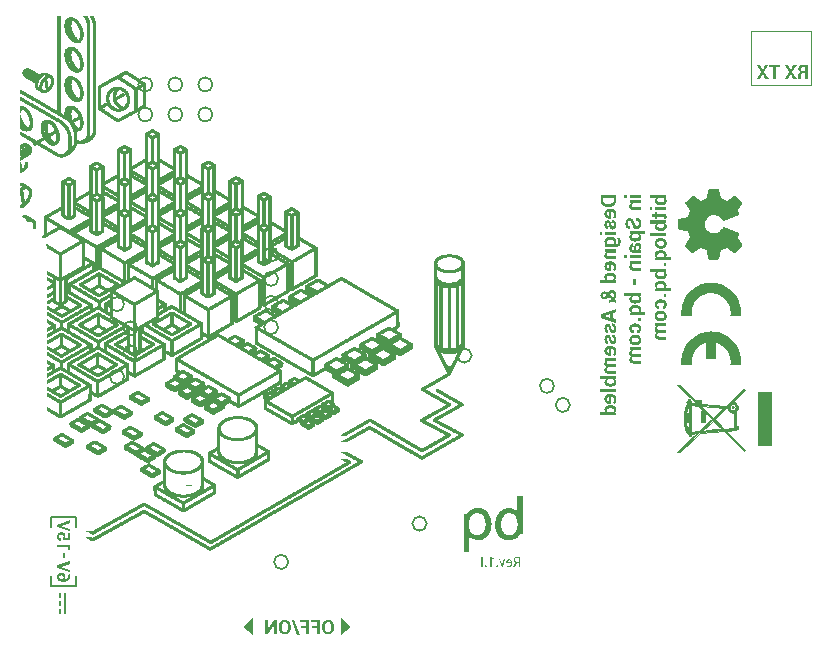
<source format=gbo>
G04 Layer_Color=32896*
%FSLAX44Y44*%
%MOMM*%
G71*
G01*
G75*
%ADD51C,0.1500*%
%ADD56C,0.2000*%
%ADD85C,0.1000*%
%ADD157C,0.2105*%
%ADD158C,0.0000*%
%ADD159C,0.1504*%
%ADD160C,0.2547*%
%ADD161C,0.0993*%
%ADD162C,0.1003*%
%ADD163C,0.0200*%
%ADD164C,0.0254*%
%ADD165C,0.0210*%
G36*
X482308Y215064D02*
X468371D01*
Y217688D01*
X482308D01*
Y215064D01*
D02*
G37*
G36*
X507093Y348356D02*
X502475D01*
X502658Y348194D01*
X502841Y348031D01*
X502983Y347868D01*
X503105Y347705D01*
X503186Y347563D01*
X503248Y347461D01*
X503288Y347380D01*
X503309Y347360D01*
X503390Y347136D01*
X503451Y346892D01*
X503512Y346668D01*
X503532Y346464D01*
X503553Y346281D01*
X503573Y346118D01*
Y346037D01*
Y345996D01*
X503553Y345671D01*
X503512Y345366D01*
X503451Y345081D01*
X503370Y344816D01*
X503166Y344348D01*
X503044Y344145D01*
X502922Y343941D01*
X502800Y343779D01*
X502678Y343636D01*
X502576Y343514D01*
X502475Y343413D01*
X502393Y343331D01*
X502332Y343270D01*
X502291Y343250D01*
X502271Y343229D01*
X502027Y343046D01*
X501742Y342904D01*
X501478Y342761D01*
X501193Y342660D01*
X500603Y342477D01*
X500053Y342355D01*
X499809Y342314D01*
X499585Y342294D01*
X499362Y342253D01*
X499179D01*
X499036Y342233D01*
X498649D01*
X498222Y342253D01*
X497836Y342273D01*
X497449Y342314D01*
X497103Y342395D01*
X496778Y342456D01*
X496473Y342538D01*
X496188Y342639D01*
X495944Y342721D01*
X495699Y342822D01*
X495516Y342904D01*
X495333Y343006D01*
X495211Y343067D01*
X495089Y343128D01*
X495008Y343189D01*
X494967Y343209D01*
X494947Y343229D01*
X494702Y343433D01*
X494479Y343636D01*
X494296Y343860D01*
X494133Y344084D01*
X493990Y344308D01*
X493889Y344552D01*
X493787Y344776D01*
X493726Y344999D01*
X493624Y345406D01*
X493583Y345569D01*
X493563Y345712D01*
X493543Y345854D01*
Y345935D01*
Y345996D01*
Y346017D01*
X493563Y346301D01*
X493604Y346586D01*
X493645Y346830D01*
X493706Y347034D01*
X493787Y347197D01*
X493828Y347339D01*
X493868Y347421D01*
X493889Y347441D01*
X494031Y347644D01*
X494194Y347848D01*
X494357Y348031D01*
X494499Y348173D01*
X494641Y348295D01*
X494764Y348377D01*
X494845Y348438D01*
X494865Y348458D01*
X493726Y348621D01*
Y350961D01*
X507093D01*
Y348356D01*
D02*
G37*
G36*
X499789Y362496D02*
X500155Y362456D01*
X500481Y362395D01*
X500786Y362313D01*
X501071Y362191D01*
X501315Y362069D01*
X501559Y361947D01*
X501762Y361805D01*
X501945Y361662D01*
X502088Y361520D01*
X502230Y361398D01*
X502332Y361276D01*
X502434Y361194D01*
X502495Y361113D01*
X502515Y361072D01*
X502536Y361052D01*
X502719Y360767D01*
X502881Y360462D01*
X503024Y360157D01*
X503125Y359852D01*
X503329Y359241D01*
X503451Y358692D01*
X503492Y358427D01*
X503512Y358183D01*
X503532Y357980D01*
X503553Y357797D01*
X503573Y357654D01*
Y357552D01*
Y357471D01*
Y357451D01*
X503553Y357064D01*
X503532Y356678D01*
X503492Y356332D01*
X503431Y356006D01*
X503349Y355701D01*
X503268Y355416D01*
X503186Y355152D01*
X503085Y354908D01*
X503003Y354704D01*
X502922Y354521D01*
X502841Y354358D01*
X502759Y354236D01*
X502698Y354134D01*
X502658Y354053D01*
X502617Y354012D01*
Y353992D01*
X502434Y353768D01*
X502230Y353565D01*
X502027Y353382D01*
X501803Y353239D01*
X501579Y353117D01*
X501356Y353016D01*
X500949Y352853D01*
X500562Y352751D01*
X500399Y352731D01*
X500277Y352710D01*
X500155Y352690D01*
X499992D01*
X499707Y352710D01*
X499423Y352731D01*
X498914Y352873D01*
X498466Y353036D01*
X498100Y353239D01*
X497795Y353463D01*
X497693Y353545D01*
X497592Y353626D01*
X497510Y353707D01*
X497449Y353768D01*
X497429Y353789D01*
X497408Y353809D01*
X497225Y354033D01*
X497063Y354277D01*
X496757Y354786D01*
X496473Y355335D01*
X496249Y355864D01*
X496147Y356108D01*
X496066Y356352D01*
X495984Y356556D01*
X495923Y356739D01*
X495882Y356881D01*
X495842Y356983D01*
X495821Y357064D01*
Y357085D01*
X495638Y357573D01*
X495476Y357980D01*
X495333Y358326D01*
X495191Y358590D01*
X495089Y358794D01*
X495008Y358956D01*
X494947Y359038D01*
X494926Y359058D01*
X494764Y359241D01*
X494580Y359384D01*
X494397Y359485D01*
X494214Y359546D01*
X494072Y359587D01*
X493929Y359628D01*
X493828D01*
X493563Y359607D01*
X493339Y359546D01*
X493136Y359465D01*
X492973Y359363D01*
X492831Y359262D01*
X492729Y359180D01*
X492668Y359119D01*
X492648Y359099D01*
X492485Y358875D01*
X492383Y358651D01*
X492302Y358387D01*
X492241Y358163D01*
X492200Y357939D01*
X492180Y357776D01*
Y357654D01*
Y357634D01*
Y357614D01*
X492200Y357247D01*
X492261Y356902D01*
X492342Y356617D01*
X492444Y356393D01*
X492546Y356210D01*
X492627Y356067D01*
X492688Y355986D01*
X492709Y355966D01*
X492912Y355762D01*
X493156Y355620D01*
X493400Y355518D01*
X493645Y355457D01*
X493848Y355396D01*
X494031Y355376D01*
X494194D01*
Y352832D01*
X494153Y352812D01*
X493828D01*
X493522Y352853D01*
X493238Y352914D01*
X492953Y352995D01*
X492464Y353199D01*
X492241Y353321D01*
X492058Y353443D01*
X491875Y353565D01*
X491732Y353687D01*
X491590Y353789D01*
X491488Y353890D01*
X491407Y353972D01*
X491325Y354033D01*
X491305Y354073D01*
X491284Y354094D01*
X491081Y354358D01*
X490918Y354623D01*
X490776Y354908D01*
X490654Y355192D01*
X490450Y355783D01*
X490328Y356332D01*
X490267Y356576D01*
X490247Y356820D01*
X490227Y357024D01*
X490206Y357207D01*
X490186Y357369D01*
Y357471D01*
Y357552D01*
Y357573D01*
X490206Y357939D01*
X490227Y358305D01*
X490349Y358956D01*
X490430Y359262D01*
X490511Y359526D01*
X490593Y359790D01*
X490695Y360014D01*
X490796Y360218D01*
X490878Y360401D01*
X490959Y360564D01*
X491040Y360686D01*
X491101Y360788D01*
X491162Y360869D01*
X491183Y360910D01*
X491203Y360930D01*
X491407Y361154D01*
X491610Y361357D01*
X491814Y361540D01*
X492037Y361703D01*
X492261Y361825D01*
X492485Y361927D01*
X492892Y362090D01*
X493258Y362191D01*
X493421Y362212D01*
X493563Y362232D01*
X493665Y362252D01*
X493828D01*
X494113Y362232D01*
X494397Y362212D01*
X494641Y362151D01*
X494886Y362069D01*
X495313Y361886D01*
X495679Y361662D01*
X495964Y361459D01*
X496188Y361276D01*
X496249Y361194D01*
X496310Y361133D01*
X496330Y361113D01*
X496351Y361093D01*
X496513Y360869D01*
X496676Y360604D01*
X496981Y360055D01*
X497246Y359485D01*
X497490Y358936D01*
X497592Y358671D01*
X497673Y358427D01*
X497754Y358204D01*
X497815Y358021D01*
X497876Y357878D01*
X497897Y357756D01*
X497937Y357675D01*
Y357654D01*
X498100Y357186D01*
X498243Y356800D01*
X498385Y356495D01*
X498527Y356250D01*
X498649Y356047D01*
X498731Y355925D01*
X498792Y355844D01*
X498812Y355823D01*
X498995Y355640D01*
X499179Y355518D01*
X499382Y355416D01*
X499565Y355355D01*
X499728Y355315D01*
X499870Y355294D01*
X499992D01*
X500257Y355315D01*
X500501Y355376D01*
X500704Y355477D01*
X500867Y355559D01*
X501010Y355660D01*
X501111Y355762D01*
X501172Y355823D01*
X501193Y355844D01*
X501335Y356067D01*
X501437Y356332D01*
X501518Y356596D01*
X501559Y356861D01*
X501600Y357085D01*
X501620Y357268D01*
Y357410D01*
Y357430D01*
Y357451D01*
X501600Y357858D01*
X501539Y358224D01*
X501437Y358529D01*
X501335Y358794D01*
X501254Y359017D01*
X501152Y359160D01*
X501091Y359241D01*
X501071Y359282D01*
X500847Y359506D01*
X500562Y359669D01*
X500298Y359790D01*
X500013Y359872D01*
X499748Y359913D01*
X499545Y359933D01*
X499463Y359953D01*
X499362D01*
Y362496D01*
X499423Y362517D01*
X499789Y362496D01*
D02*
G37*
G36*
X491407Y379302D02*
X489453D01*
Y381926D01*
X491407D01*
Y379302D01*
D02*
G37*
G36*
X503390Y374602D02*
X496391D01*
X496147Y374378D01*
X495964Y374134D01*
X495882Y374032D01*
X495842Y373951D01*
X495801Y373910D01*
Y373890D01*
X495720Y373707D01*
X495679Y373544D01*
X495638Y373361D01*
X495598Y373198D01*
Y373056D01*
X495577Y372954D01*
Y372873D01*
Y372852D01*
X495598Y372588D01*
X495638Y372364D01*
X495720Y372181D01*
X495801Y372038D01*
X495882Y371916D01*
X495964Y371835D01*
X496005Y371794D01*
X496025Y371774D01*
X496208Y371652D01*
X496432Y371571D01*
X496676Y371489D01*
X496920Y371449D01*
X497144Y371428D01*
X497327Y371408D01*
X503390D01*
Y368783D01*
X497103D01*
X496757Y368824D01*
X496432Y368865D01*
X496147Y368905D01*
X495882Y368966D01*
X495638Y369048D01*
X495415Y369129D01*
X495211Y369190D01*
X495048Y369272D01*
X494906Y369353D01*
X494784Y369414D01*
X494682Y369495D01*
X494601Y369536D01*
X494540Y369577D01*
X494519Y369617D01*
X494499D01*
X494336Y369780D01*
X494174Y369943D01*
X493950Y370309D01*
X493767Y370696D01*
X493665Y371062D01*
X493583Y371387D01*
X493563Y371530D01*
Y371652D01*
X493543Y371754D01*
Y371835D01*
Y371876D01*
Y371896D01*
X493563Y372222D01*
X493604Y372506D01*
X493685Y372791D01*
X493746Y373015D01*
X493828Y373218D01*
X493909Y373361D01*
X493950Y373442D01*
X493970Y373483D01*
X494133Y373727D01*
X494316Y373951D01*
X494499Y374154D01*
X494682Y374338D01*
X494865Y374480D01*
X494987Y374582D01*
X495069Y374643D01*
X495109Y374663D01*
X493726Y374785D01*
Y377206D01*
X503390D01*
Y374602D01*
D02*
G37*
G36*
X491407Y328052D02*
X489453D01*
Y330676D01*
X491407D01*
Y328052D01*
D02*
G37*
G36*
X503390Y323352D02*
X496391D01*
X496147Y323128D01*
X495964Y322884D01*
X495882Y322782D01*
X495842Y322701D01*
X495801Y322660D01*
Y322640D01*
X495720Y322457D01*
X495679Y322294D01*
X495638Y322111D01*
X495598Y321948D01*
Y321806D01*
X495577Y321704D01*
Y321623D01*
Y321602D01*
X495598Y321338D01*
X495638Y321114D01*
X495720Y320931D01*
X495801Y320788D01*
X495882Y320666D01*
X495964Y320585D01*
X496005Y320544D01*
X496025Y320524D01*
X496208Y320402D01*
X496432Y320321D01*
X496676Y320239D01*
X496920Y320198D01*
X497144Y320178D01*
X497327Y320158D01*
X503390D01*
Y317533D01*
X497103D01*
X496757Y317574D01*
X496432Y317614D01*
X496147Y317655D01*
X495882Y317716D01*
X495638Y317798D01*
X495415Y317879D01*
X495211Y317940D01*
X495048Y318021D01*
X494906Y318103D01*
X494784Y318164D01*
X494682Y318245D01*
X494601Y318286D01*
X494540Y318327D01*
X494519Y318367D01*
X494499D01*
X494336Y318530D01*
X494174Y318693D01*
X493950Y319059D01*
X493767Y319446D01*
X493665Y319812D01*
X493583Y320137D01*
X493563Y320280D01*
Y320402D01*
X493543Y320504D01*
Y320585D01*
Y320626D01*
Y320646D01*
X493563Y320971D01*
X493604Y321256D01*
X493685Y321541D01*
X493746Y321765D01*
X493828Y321968D01*
X493909Y322111D01*
X493950Y322192D01*
X493970Y322233D01*
X494133Y322477D01*
X494316Y322701D01*
X494499Y322904D01*
X494682Y323087D01*
X494865Y323230D01*
X494987Y323332D01*
X495069Y323393D01*
X495109Y323413D01*
X493726Y323535D01*
Y325956D01*
X503390D01*
Y323352D01*
D02*
G37*
G36*
Y328052D02*
X493726D01*
Y330676D01*
X503390D01*
Y328052D01*
D02*
G37*
G36*
X482308Y225949D02*
X481108Y225725D01*
X481352Y225562D01*
X481555Y225379D01*
X481738Y225196D01*
X481881Y225033D01*
X482003Y224891D01*
X482084Y224769D01*
X482125Y224687D01*
X482145Y224667D01*
X482267Y224423D01*
X482349Y224158D01*
X482410Y223914D01*
X482450Y223690D01*
X482471Y223487D01*
X482491Y223324D01*
Y223222D01*
Y223182D01*
X482471Y222856D01*
X482430Y222531D01*
X482369Y222246D01*
X482288Y221981D01*
X482186Y221717D01*
X482084Y221493D01*
X481962Y221290D01*
X481840Y221106D01*
X481738Y220944D01*
X481616Y220801D01*
X481515Y220679D01*
X481413Y220578D01*
X481331Y220496D01*
X481270Y220435D01*
X481230Y220415D01*
X481209Y220394D01*
X480965Y220232D01*
X480680Y220069D01*
X480111Y219825D01*
X479541Y219662D01*
X478992Y219540D01*
X478727Y219499D01*
X478503Y219459D01*
X478300Y219438D01*
X478117D01*
X477954Y219418D01*
X477567D01*
X477140Y219438D01*
X476733Y219459D01*
X476367Y219499D01*
X476001Y219560D01*
X475675Y219642D01*
X475370Y219723D01*
X475106Y219804D01*
X474841Y219906D01*
X474617Y219987D01*
X474414Y220089D01*
X474251Y220171D01*
X474109Y220232D01*
X474007Y220313D01*
X473926Y220354D01*
X473885Y220374D01*
X473865Y220394D01*
X473620Y220578D01*
X473397Y220781D01*
X473214Y221005D01*
X473051Y221229D01*
X472908Y221473D01*
X472807Y221696D01*
X472705Y221941D01*
X472644Y222164D01*
X472542Y222571D01*
X472501Y222734D01*
X472481Y222897D01*
X472461Y223019D01*
Y223121D01*
Y223182D01*
Y223202D01*
X472481Y223466D01*
X472501Y223731D01*
X472563Y223955D01*
X472624Y224158D01*
X472685Y224321D01*
X472725Y224443D01*
X472766Y224524D01*
X472786Y224545D01*
X472908Y224748D01*
X473051Y224952D01*
X473193Y225114D01*
X473356Y225257D01*
X473478Y225379D01*
X473580Y225460D01*
X473661Y225521D01*
X473682Y225542D01*
X468371D01*
Y228146D01*
X482308D01*
Y225949D01*
D02*
G37*
G36*
X501152Y341073D02*
X501579Y340991D01*
X501945Y340849D01*
X502251Y340707D01*
X502475Y340564D01*
X502658Y340422D01*
X502759Y340340D01*
X502800Y340300D01*
X503064Y339974D01*
X503248Y339588D01*
X503390Y339201D01*
X503471Y338814D01*
X503532Y338489D01*
X503553Y338346D01*
Y338204D01*
X503573Y338102D01*
Y338021D01*
Y337980D01*
Y337960D01*
X503553Y337634D01*
X503512Y337329D01*
X503431Y337065D01*
X503349Y336841D01*
X503268Y336637D01*
X503186Y336515D01*
X503146Y336414D01*
X503125Y336393D01*
X502942Y336149D01*
X502739Y335946D01*
X502556Y335763D01*
X502352Y335600D01*
X502190Y335478D01*
X502068Y335396D01*
X501986Y335335D01*
X501945Y335315D01*
X502230Y335274D01*
X502475Y335234D01*
X502556Y335213D01*
X502637Y335193D01*
X502678Y335173D01*
X502698D01*
X502963Y335091D01*
X503186Y335010D01*
X503268Y334969D01*
X503329Y334949D01*
X503370Y334929D01*
X503390D01*
Y332324D01*
X502963Y332467D01*
X502759Y332528D01*
X502576Y332568D01*
X502434Y332609D01*
X502312Y332629D01*
X502230Y332650D01*
X502210D01*
X501762Y332711D01*
X501539Y332731D01*
X501356D01*
X501172Y332752D01*
X496940D01*
X496635Y332772D01*
X496351Y332792D01*
X495842Y332914D01*
X495415Y333097D01*
X495069Y333280D01*
X494784Y333484D01*
X494580Y333667D01*
X494458Y333789D01*
X494418Y333810D01*
Y333830D01*
X494255Y334033D01*
X494133Y334257D01*
X493909Y334725D01*
X493746Y335193D01*
X493645Y335641D01*
X493583Y336048D01*
X493563Y336210D01*
Y336373D01*
X493543Y336495D01*
Y336576D01*
Y336637D01*
Y336658D01*
Y336983D01*
X493583Y337309D01*
X493685Y337878D01*
X493828Y338387D01*
X493909Y338611D01*
X493990Y338814D01*
X494072Y338997D01*
X494153Y339160D01*
X494235Y339282D01*
X494296Y339404D01*
X494357Y339486D01*
X494397Y339547D01*
X494418Y339588D01*
X494438Y339608D01*
X494601Y339811D01*
X494784Y339974D01*
X494967Y340137D01*
X495150Y340259D01*
X495333Y340361D01*
X495496Y340442D01*
X495821Y340564D01*
X496127Y340625D01*
X496351Y340666D01*
X496615D01*
Y338143D01*
X496412Y338123D01*
X496249Y338082D01*
X496106Y338041D01*
X495984Y337960D01*
X495882Y337899D01*
X495821Y337858D01*
X495781Y337817D01*
X495760Y337797D01*
X495659Y337655D01*
X495577Y337492D01*
X495537Y337329D01*
X495496Y337187D01*
X495476Y337044D01*
X495455Y336922D01*
Y336841D01*
Y336821D01*
X495476Y336556D01*
X495516Y336332D01*
X495577Y336149D01*
X495638Y335986D01*
X495720Y335885D01*
X495781Y335783D01*
X495821Y335742D01*
X495842Y335722D01*
X496005Y335600D01*
X496167Y335518D01*
X496351Y335437D01*
X496534Y335396D01*
X496676Y335376D01*
X496798Y335356D01*
X497693D01*
Y336841D01*
Y337228D01*
X497734Y337573D01*
X497775Y337919D01*
X497815Y338224D01*
X497876Y338509D01*
X497937Y338774D01*
X498019Y339018D01*
X498080Y339221D01*
X498161Y339404D01*
X498243Y339567D01*
X498304Y339710D01*
X498365Y339832D01*
X498405Y339913D01*
X498446Y339974D01*
X498487Y340015D01*
Y340035D01*
X498629Y340218D01*
X498792Y340381D01*
X498975Y340544D01*
X499158Y340666D01*
X499524Y340849D01*
X499870Y340971D01*
X500175Y341052D01*
X500318Y341073D01*
X500440Y341093D01*
X500521Y341114D01*
X500664D01*
X501152Y341073D01*
D02*
G37*
G36*
X503390Y379302D02*
X493726D01*
Y381926D01*
X503390D01*
Y379302D01*
D02*
G37*
G36*
X524980Y316648D02*
X523780Y316425D01*
X524024Y316262D01*
X524227Y316079D01*
X524410Y315896D01*
X524553Y315733D01*
X524675Y315590D01*
X524756Y315468D01*
X524797Y315387D01*
X524817Y315367D01*
X524939Y315123D01*
X525021Y314858D01*
X525082Y314614D01*
X525122Y314390D01*
X525143Y314187D01*
X525163Y314024D01*
Y313922D01*
Y313881D01*
X525143Y313556D01*
X525102Y313230D01*
X525041Y312946D01*
X524960Y312681D01*
X524858Y312417D01*
X524756Y312193D01*
X524634Y311989D01*
X524512Y311806D01*
X524410Y311644D01*
X524288Y311501D01*
X524187Y311379D01*
X524085Y311277D01*
X524003Y311196D01*
X523942Y311135D01*
X523902Y311115D01*
X523881Y311094D01*
X523637Y310931D01*
X523352Y310769D01*
X522783Y310525D01*
X522213Y310362D01*
X521664Y310240D01*
X521399Y310199D01*
X521175Y310158D01*
X520972Y310138D01*
X520789D01*
X520626Y310118D01*
X520239D01*
X519812Y310138D01*
X519405Y310158D01*
X519039Y310199D01*
X518673Y310260D01*
X518347Y310341D01*
X518042Y310423D01*
X517778Y310504D01*
X517513Y310606D01*
X517289Y310687D01*
X517086Y310789D01*
X516923Y310870D01*
X516781Y310931D01*
X516679Y311013D01*
X516598Y311054D01*
X516557Y311074D01*
X516537Y311094D01*
X516292Y311277D01*
X516069Y311481D01*
X515886Y311705D01*
X515723Y311928D01*
X515580Y312173D01*
X515479Y312396D01*
X515377Y312640D01*
X515316Y312864D01*
X515214Y313271D01*
X515173Y313434D01*
X515153Y313597D01*
X515133Y313719D01*
Y313820D01*
Y313881D01*
Y313902D01*
X515153Y314166D01*
X515173Y314431D01*
X515235Y314655D01*
X515296Y314858D01*
X515357Y315021D01*
X515397Y315143D01*
X515438Y315224D01*
X515458Y315245D01*
X515580Y315448D01*
X515723Y315651D01*
X515865Y315814D01*
X516028Y315957D01*
X516150Y316079D01*
X516252Y316160D01*
X516333Y316221D01*
X516354Y316241D01*
X511043D01*
Y318846D01*
X524980D01*
Y316648D01*
D02*
G37*
G36*
X478137Y213314D02*
X478503Y213274D01*
X478849Y213233D01*
X479175Y213151D01*
X479480Y213050D01*
X479744Y212948D01*
X480009Y212846D01*
X480253Y212724D01*
X480457Y212622D01*
X480640Y212521D01*
X480802Y212419D01*
X480924Y212317D01*
X481026Y212236D01*
X481108Y212195D01*
X481148Y212155D01*
X481169Y212134D01*
X481393Y211890D01*
X481596Y211646D01*
X481779Y211361D01*
X481942Y211096D01*
X482064Y210812D01*
X482166Y210527D01*
X482328Y209977D01*
X482389Y209733D01*
X482430Y209489D01*
X482450Y209286D01*
X482471Y209103D01*
X482491Y208940D01*
Y208838D01*
Y208757D01*
Y208736D01*
X482471Y208309D01*
X482450Y207902D01*
X482389Y207536D01*
X482328Y207231D01*
X482288Y206946D01*
X482227Y206763D01*
X482206Y206682D01*
Y206621D01*
X482186Y206600D01*
Y206580D01*
X482064Y206234D01*
X481921Y205908D01*
X481799Y205644D01*
X481657Y205420D01*
X481555Y205237D01*
X481474Y205095D01*
X481413Y205013D01*
X481393Y204993D01*
X479785Y205705D01*
X480029Y206173D01*
X480111Y206397D01*
X480192Y206580D01*
X480253Y206743D01*
X480294Y206865D01*
X480335Y206946D01*
Y206966D01*
X480396Y207211D01*
X480436Y207455D01*
X480457Y207719D01*
X480477Y207943D01*
X480497Y208146D01*
Y208330D01*
Y208431D01*
Y208452D01*
Y208472D01*
X480477Y208838D01*
X480396Y209164D01*
X480294Y209449D01*
X480192Y209672D01*
X480070Y209855D01*
X479989Y209977D01*
X479907Y210059D01*
X479887Y210079D01*
X479643Y210262D01*
X479378Y210384D01*
X479114Y210506D01*
X478849Y210567D01*
X478625Y210629D01*
X478442Y210649D01*
X478320Y210669D01*
X478280D01*
X478219Y210649D01*
Y204871D01*
X476876D01*
X476510Y204891D01*
X476164Y204911D01*
X475838Y204972D01*
X475533Y205034D01*
X475228Y205115D01*
X474963Y205196D01*
X474739Y205298D01*
X474516Y205400D01*
X474312Y205501D01*
X474150Y205603D01*
X474007Y205685D01*
X473885Y205766D01*
X473783Y205827D01*
X473722Y205888D01*
X473682Y205908D01*
X473661Y205929D01*
X473458Y206132D01*
X473254Y206356D01*
X473112Y206580D01*
X472970Y206824D01*
X472847Y207089D01*
X472746Y207333D01*
X472603Y207821D01*
X472563Y208045D01*
X472522Y208248D01*
X472501Y208431D01*
X472481Y208594D01*
X472461Y208736D01*
Y208838D01*
Y208899D01*
Y208920D01*
X472481Y209286D01*
X472522Y209652D01*
X472583Y209977D01*
X472685Y210283D01*
X472786Y210588D01*
X472888Y210852D01*
X473031Y211096D01*
X473153Y211300D01*
X473275Y211503D01*
X473397Y211666D01*
X473519Y211809D01*
X473620Y211931D01*
X473722Y212032D01*
X473783Y212093D01*
X473824Y212134D01*
X473844Y212155D01*
X474109Y212358D01*
X474394Y212541D01*
X474678Y212704D01*
X474984Y212826D01*
X475289Y212948D01*
X475574Y213050D01*
X476143Y213192D01*
X476408Y213233D01*
X476652Y213274D01*
X476855Y213294D01*
X477038Y213314D01*
X477201Y213335D01*
X477751D01*
X478137Y213314D01*
D02*
G37*
G36*
X524980Y321287D02*
X522701D01*
Y323891D01*
X524980D01*
Y321287D01*
D02*
G37*
G36*
X478137Y203731D02*
X478503Y203711D01*
X478870Y203670D01*
X479195Y203589D01*
X479500Y203528D01*
X479785Y203447D01*
X480029Y203345D01*
X480274Y203263D01*
X480477Y203162D01*
X480660Y203080D01*
X480823Y202999D01*
X480945Y202918D01*
X481047Y202857D01*
X481128Y202816D01*
X481169Y202796D01*
X481189Y202775D01*
X481413Y202572D01*
X481616Y202368D01*
X481799Y202145D01*
X481942Y201921D01*
X482064Y201677D01*
X482166Y201453D01*
X482328Y201005D01*
X482430Y200598D01*
X482450Y200436D01*
X482471Y200273D01*
X482491Y200151D01*
Y200069D01*
Y200008D01*
Y199988D01*
X482471Y199703D01*
X482430Y199439D01*
X482389Y199194D01*
X482308Y198971D01*
X482247Y198808D01*
X482206Y198666D01*
X482166Y198584D01*
X482145Y198564D01*
X482003Y198340D01*
X481840Y198137D01*
X481677Y197953D01*
X481515Y197791D01*
X481352Y197668D01*
X481230Y197567D01*
X481148Y197506D01*
X481128Y197485D01*
X482308Y197262D01*
Y195044D01*
X468371D01*
Y197648D01*
X473682D01*
X473478Y197811D01*
X473295Y197994D01*
X473132Y198177D01*
X473010Y198340D01*
X472908Y198482D01*
X472847Y198584D01*
X472807Y198666D01*
X472786Y198686D01*
X472685Y198910D01*
X472603Y199133D01*
X472542Y199357D01*
X472501Y199540D01*
X472481Y199723D01*
X472461Y199866D01*
Y199947D01*
Y199988D01*
X472481Y200313D01*
X472522Y200619D01*
X472583Y200903D01*
X472685Y201168D01*
X472786Y201432D01*
X472908Y201656D01*
X473031Y201860D01*
X473153Y202043D01*
X473295Y202226D01*
X473417Y202368D01*
X473539Y202490D01*
X473641Y202592D01*
X473743Y202673D01*
X473804Y202735D01*
X473844Y202755D01*
X473865Y202775D01*
X474129Y202938D01*
X474434Y203101D01*
X475045Y203345D01*
X475655Y203508D01*
X476245Y203630D01*
X476510Y203670D01*
X476774Y203691D01*
X476998Y203731D01*
X477181D01*
X477344Y203752D01*
X477751D01*
X478137Y203731D01*
D02*
G37*
G36*
X520809Y334898D02*
X521175Y334878D01*
X521542Y334837D01*
X521867Y334756D01*
X522172Y334695D01*
X522457Y334613D01*
X522701Y334512D01*
X522946Y334430D01*
X523149Y334329D01*
X523332Y334247D01*
X523495Y334166D01*
X523617Y334084D01*
X523719Y334023D01*
X523800Y333983D01*
X523841Y333962D01*
X523861Y333942D01*
X524085Y333739D01*
X524288Y333535D01*
X524471Y333311D01*
X524614Y333088D01*
X524736Y332843D01*
X524838Y332620D01*
X525000Y332172D01*
X525102Y331765D01*
X525122Y331602D01*
X525143Y331440D01*
X525163Y331317D01*
Y331236D01*
Y331175D01*
Y331155D01*
X525143Y330890D01*
X525122Y330646D01*
X525082Y330422D01*
X525021Y330219D01*
X524980Y330076D01*
X524939Y329954D01*
X524919Y329873D01*
X524899Y329853D01*
X524776Y329629D01*
X524655Y329446D01*
X524512Y329263D01*
X524390Y329120D01*
X524268Y328998D01*
X524166Y328917D01*
X524105Y328856D01*
X524085Y328835D01*
X528683D01*
Y326231D01*
X515316D01*
Y328449D01*
X516496Y328693D01*
X516272Y328856D01*
X516069Y329039D01*
X515886Y329202D01*
X515743Y329364D01*
X515642Y329507D01*
X515560Y329629D01*
X515519Y329710D01*
X515499Y329730D01*
X515377Y329975D01*
X515296Y330219D01*
X515214Y330443D01*
X515173Y330666D01*
X515153Y330870D01*
X515133Y331012D01*
Y331114D01*
Y331155D01*
X515153Y331480D01*
X515194Y331785D01*
X515255Y332070D01*
X515357Y332335D01*
X515458Y332599D01*
X515580Y332823D01*
X515703Y333027D01*
X515825Y333210D01*
X515967Y333393D01*
X516089Y333535D01*
X516211Y333657D01*
X516313Y333759D01*
X516415Y333840D01*
X516476Y333901D01*
X516516Y333922D01*
X516537Y333942D01*
X516801Y334105D01*
X517106Y334268D01*
X517717Y334512D01*
X518327Y334674D01*
X518917Y334796D01*
X519182Y334837D01*
X519446Y334858D01*
X519670Y334898D01*
X519853D01*
X520016Y334919D01*
X520423D01*
X520809Y334898D01*
D02*
G37*
G36*
X520667Y283791D02*
X521033Y283750D01*
X521399Y283709D01*
X521725Y283628D01*
X522050Y283526D01*
X522335Y283424D01*
X522600Y283323D01*
X522844Y283201D01*
X523068Y283099D01*
X523251Y282997D01*
X523413Y282895D01*
X523556Y282794D01*
X523658Y282712D01*
X523739Y282672D01*
X523780Y282631D01*
X523800Y282611D01*
X524044Y282366D01*
X524248Y282122D01*
X524431Y281838D01*
X524593Y281573D01*
X524715Y281288D01*
X524838Y281003D01*
X525000Y280454D01*
X525041Y280210D01*
X525082Y279986D01*
X525122Y279762D01*
X525143Y279579D01*
X525163Y279437D01*
Y279335D01*
Y279254D01*
Y279233D01*
X525143Y278847D01*
X525102Y278480D01*
X525041Y278135D01*
X524939Y277809D01*
X524838Y277504D01*
X524736Y277239D01*
X524614Y276995D01*
X524471Y276772D01*
X524349Y276568D01*
X524227Y276385D01*
X524126Y276243D01*
X524003Y276120D01*
X523922Y276019D01*
X523861Y275958D01*
X523820Y275917D01*
X523800Y275897D01*
X523535Y275673D01*
X523251Y275490D01*
X522966Y275327D01*
X522681Y275184D01*
X522376Y275062D01*
X522071Y274981D01*
X521521Y274818D01*
X521257Y274778D01*
X521013Y274737D01*
X520809Y274717D01*
X520626Y274696D01*
X520463Y274676D01*
X520056D01*
X519670Y274696D01*
X519283Y274737D01*
X518937Y274798D01*
X518591Y274859D01*
X518286Y274961D01*
X517981Y275062D01*
X517717Y275164D01*
X517472Y275286D01*
X517269Y275408D01*
X517066Y275510D01*
X516903Y275612D01*
X516760Y275714D01*
X516659Y275774D01*
X516577Y275836D01*
X516537Y275876D01*
X516516Y275897D01*
X516272Y276141D01*
X516069Y276385D01*
X515865Y276649D01*
X515723Y276934D01*
X515580Y277219D01*
X515479Y277504D01*
X515296Y278033D01*
X515255Y278277D01*
X515214Y278521D01*
X515173Y278725D01*
X515153Y278908D01*
X515133Y279050D01*
Y279152D01*
Y279233D01*
Y279254D01*
X515153Y279640D01*
X515194Y280006D01*
X515255Y280352D01*
X515357Y280678D01*
X515458Y280983D01*
X515560Y281247D01*
X515703Y281512D01*
X515825Y281736D01*
X515947Y281939D01*
X516069Y282102D01*
X516191Y282265D01*
X516292Y282387D01*
X516394Y282488D01*
X516455Y282549D01*
X516496Y282590D01*
X516516Y282611D01*
X516781Y282814D01*
X517066Y282997D01*
X517351Y283160D01*
X517656Y283302D01*
X517940Y283424D01*
X518246Y283526D01*
X518795Y283668D01*
X519059Y283709D01*
X519304Y283750D01*
X519507Y283770D01*
X519690Y283791D01*
X519853Y283811D01*
X520260D01*
X520667Y283791D01*
D02*
G37*
G36*
X524980Y270464D02*
X517940D01*
X517696Y270261D01*
X517513Y270058D01*
X517452Y269976D01*
X517411Y269895D01*
X517371Y269854D01*
Y269834D01*
X517249Y269508D01*
X517188Y269203D01*
X517167Y269081D01*
Y268979D01*
Y268918D01*
Y268898D01*
X517188Y268633D01*
X517249Y268410D01*
X517310Y268226D01*
X517391Y268084D01*
X517493Y267962D01*
X517554Y267880D01*
X517615Y267840D01*
X517635Y267819D01*
X517839Y267697D01*
X518083Y267616D01*
X518347Y267535D01*
X518612Y267494D01*
X518856Y267474D01*
X519059Y267453D01*
X524980D01*
Y264849D01*
X518470D01*
X518408Y264869D01*
X518103D01*
X517798Y264666D01*
X517696Y264564D01*
X517595Y264442D01*
X517513Y264361D01*
X517452Y264279D01*
X517432Y264239D01*
X517411Y264218D01*
X517330Y264056D01*
X517269Y263893D01*
X517188Y263588D01*
Y263466D01*
X517167Y263344D01*
Y263283D01*
Y263262D01*
X517188Y263018D01*
X517249Y262794D01*
X517310Y262611D01*
X517391Y262469D01*
X517493Y262347D01*
X517554Y262265D01*
X517615Y262225D01*
X517635Y262204D01*
X517839Y262082D01*
X518083Y262001D01*
X518347Y261919D01*
X518612Y261879D01*
X518856Y261858D01*
X519059Y261838D01*
X524980D01*
Y259234D01*
X518856D01*
X518510Y259274D01*
X518185Y259315D01*
X517879Y259356D01*
X517615Y259417D01*
X517351Y259498D01*
X517127Y259580D01*
X516923Y259641D01*
X516740Y259722D01*
X516577Y259803D01*
X516455Y259864D01*
X516333Y259946D01*
X516252Y259986D01*
X516191Y260027D01*
X516170Y260068D01*
X516150D01*
X515967Y260231D01*
X515804Y260393D01*
X515682Y260576D01*
X515560Y260760D01*
X515377Y261146D01*
X515255Y261492D01*
X515194Y261818D01*
X515153Y261960D01*
Y262082D01*
X515133Y262184D01*
Y262265D01*
Y262306D01*
Y262326D01*
X515153Y262672D01*
X515194Y262998D01*
X515275Y263283D01*
X515357Y263527D01*
X515438Y263710D01*
X515519Y263873D01*
X515560Y263954D01*
X515580Y263995D01*
X515764Y264239D01*
X515947Y264483D01*
X516150Y264666D01*
X516354Y264849D01*
X516537Y264971D01*
X516679Y265073D01*
X516760Y265134D01*
X516801Y265154D01*
X516516Y265297D01*
X516252Y265459D01*
X516048Y265622D01*
X515865Y265785D01*
X515723Y265948D01*
X515642Y266070D01*
X515580Y266151D01*
X515560Y266171D01*
X515418Y266436D01*
X515316Y266700D01*
X515235Y266965D01*
X515194Y267209D01*
X515153Y267433D01*
X515133Y267596D01*
Y267718D01*
Y267738D01*
Y267758D01*
X515153Y268084D01*
X515194Y268389D01*
X515255Y268674D01*
X515316Y268918D01*
X515397Y269122D01*
X515458Y269264D01*
X515499Y269345D01*
X515519Y269386D01*
X515682Y269630D01*
X515845Y269854D01*
X516028Y270058D01*
X516211Y270220D01*
X516354Y270363D01*
X516476Y270464D01*
X516557Y270525D01*
X516598Y270546D01*
X515316Y270648D01*
Y273069D01*
X524980D01*
Y270464D01*
D02*
G37*
G36*
X520687Y293272D02*
X521074Y293251D01*
X521420Y293190D01*
X521745Y293109D01*
X522050Y293027D01*
X522355Y292926D01*
X522620Y292824D01*
X522844Y292702D01*
X523068Y292600D01*
X523251Y292498D01*
X523413Y292397D01*
X523556Y292315D01*
X523658Y292234D01*
X523739Y292173D01*
X523780Y292153D01*
X523800Y292132D01*
X524044Y291908D01*
X524248Y291644D01*
X524431Y291380D01*
X524593Y291115D01*
X524715Y290830D01*
X524838Y290566D01*
X525000Y290037D01*
X525041Y289792D01*
X525082Y289548D01*
X525122Y289345D01*
X525143Y289162D01*
X525163Y289019D01*
Y288918D01*
Y288836D01*
Y288816D01*
X525143Y288511D01*
X525122Y288226D01*
X525000Y287677D01*
X524858Y287209D01*
X524675Y286802D01*
X524573Y286619D01*
X524492Y286476D01*
X524410Y286334D01*
X524329Y286232D01*
X524268Y286151D01*
X524227Y286069D01*
X524207Y286049D01*
X524187Y286029D01*
X524003Y285825D01*
X523800Y285662D01*
X523596Y285500D01*
X523393Y285378D01*
X523190Y285276D01*
X522986Y285174D01*
X522600Y285052D01*
X522254Y284971D01*
X522111Y284950D01*
X521989D01*
X521888Y284930D01*
X521745D01*
X521684Y284950D01*
Y287331D01*
X521928Y287351D01*
X522132Y287392D01*
X522315Y287453D01*
X522477Y287534D01*
X522600Y287616D01*
X522681Y287677D01*
X522742Y287717D01*
X522762Y287738D01*
X522905Y287900D01*
X523007Y288063D01*
X523068Y288246D01*
X523108Y288429D01*
X523149Y288572D01*
X523169Y288694D01*
Y288775D01*
Y288816D01*
X523129Y289162D01*
X523047Y289467D01*
X522925Y289711D01*
X522762Y289915D01*
X522620Y290077D01*
X522498Y290179D01*
X522416Y290240D01*
X522376Y290261D01*
X522050Y290403D01*
X521725Y290505D01*
X521379Y290586D01*
X521033Y290627D01*
X520748Y290667D01*
X520504Y290688D01*
X520036D01*
X519589Y290667D01*
X519182Y290627D01*
X518815Y290545D01*
X518531Y290464D01*
X518286Y290403D01*
X518103Y290322D01*
X518002Y290281D01*
X517961Y290261D01*
X517696Y290077D01*
X517493Y289853D01*
X517351Y289630D01*
X517249Y289386D01*
X517188Y289182D01*
X517167Y288999D01*
X517147Y288877D01*
Y288857D01*
Y288836D01*
X517167Y288592D01*
X517228Y288368D01*
X517310Y288185D01*
X517391Y288022D01*
X517493Y287900D01*
X517574Y287799D01*
X517635Y287758D01*
X517656Y287738D01*
X517839Y287595D01*
X518063Y287493D01*
X518266Y287432D01*
X518449Y287371D01*
X518632Y287351D01*
X518775Y287331D01*
X518897D01*
Y284950D01*
X518836Y284930D01*
X518531D01*
X518246Y284971D01*
X517717Y285072D01*
X517249Y285256D01*
X516862Y285439D01*
X516699Y285540D01*
X516557Y285642D01*
X516435Y285744D01*
X516333Y285825D01*
X516252Y285886D01*
X516191Y285947D01*
X516170Y285968D01*
X516150Y285988D01*
X515967Y286191D01*
X515804Y286415D01*
X515682Y286659D01*
X515560Y286883D01*
X515377Y287371D01*
X515255Y287819D01*
X515194Y288226D01*
X515153Y288389D01*
Y288551D01*
X515133Y288673D01*
Y288755D01*
Y288816D01*
Y288836D01*
X515153Y289223D01*
X515194Y289589D01*
X515255Y289935D01*
X515357Y290261D01*
X515458Y290545D01*
X515560Y290810D01*
X515703Y291054D01*
X515825Y291278D01*
X515947Y291481D01*
X516069Y291644D01*
X516191Y291807D01*
X516292Y291908D01*
X516394Y292010D01*
X516455Y292071D01*
X516496Y292112D01*
X516516Y292132D01*
X516781Y292336D01*
X517066Y292519D01*
X517351Y292661D01*
X517656Y292804D01*
X517940Y292905D01*
X518246Y293007D01*
X518795Y293150D01*
X519059Y293190D01*
X519283Y293231D01*
X519507Y293251D01*
X519670Y293272D01*
X519833Y293292D01*
X520301D01*
X520687Y293272D01*
D02*
G37*
G36*
X520809Y308897D02*
X521175Y308876D01*
X521542Y308836D01*
X521867Y308754D01*
X522172Y308693D01*
X522457Y308612D01*
X522701Y308510D01*
X522946Y308429D01*
X523149Y308327D01*
X523332Y308246D01*
X523495Y308164D01*
X523617Y308083D01*
X523719Y308022D01*
X523800Y307981D01*
X523841Y307961D01*
X523861Y307941D01*
X524085Y307737D01*
X524288Y307534D01*
X524471Y307310D01*
X524614Y307086D01*
X524736Y306842D01*
X524838Y306618D01*
X525000Y306171D01*
X525102Y305764D01*
X525122Y305601D01*
X525143Y305438D01*
X525163Y305316D01*
Y305235D01*
Y305174D01*
Y305153D01*
X525143Y304889D01*
X525122Y304645D01*
X525082Y304421D01*
X525021Y304217D01*
X524980Y304075D01*
X524939Y303953D01*
X524919Y303871D01*
X524899Y303851D01*
X524776Y303627D01*
X524655Y303444D01*
X524512Y303261D01*
X524390Y303119D01*
X524268Y302997D01*
X524166Y302915D01*
X524105Y302854D01*
X524085Y302834D01*
X528683D01*
Y300230D01*
X515316D01*
Y302447D01*
X516496Y302691D01*
X516272Y302854D01*
X516069Y303037D01*
X515886Y303200D01*
X515743Y303363D01*
X515642Y303505D01*
X515560Y303627D01*
X515519Y303709D01*
X515499Y303729D01*
X515377Y303973D01*
X515296Y304217D01*
X515214Y304441D01*
X515173Y304665D01*
X515153Y304869D01*
X515133Y305011D01*
Y305113D01*
Y305153D01*
X515153Y305479D01*
X515194Y305784D01*
X515255Y306069D01*
X515357Y306333D01*
X515458Y306598D01*
X515580Y306822D01*
X515703Y307025D01*
X515825Y307208D01*
X515967Y307391D01*
X516089Y307534D01*
X516211Y307656D01*
X516313Y307757D01*
X516415Y307839D01*
X516476Y307900D01*
X516516Y307920D01*
X516537Y307941D01*
X516801Y308103D01*
X517106Y308266D01*
X517717Y308510D01*
X518327Y308673D01*
X518917Y308795D01*
X519182Y308836D01*
X519446Y308856D01*
X519670Y308897D01*
X519853D01*
X520016Y308917D01*
X520423D01*
X520809Y308897D01*
D02*
G37*
G36*
X524980Y295286D02*
X522701D01*
Y297890D01*
X524980D01*
Y295286D01*
D02*
G37*
G36*
X498833Y305448D02*
X496818D01*
Y310717D01*
X498833D01*
Y305448D01*
D02*
G37*
G36*
X479744Y272865D02*
X479968Y272804D01*
X480172Y272743D01*
X480538Y272580D01*
X480863Y272377D01*
X481148Y272173D01*
X481352Y272011D01*
X481413Y271929D01*
X481474Y271868D01*
X481494Y271848D01*
X481515Y271828D01*
X481677Y271604D01*
X481840Y271380D01*
X482084Y270871D01*
X482247Y270363D01*
X482369Y269874D01*
X482410Y269651D01*
X482430Y269447D01*
X482471Y269264D01*
Y269101D01*
X482491Y268959D01*
Y268857D01*
Y268796D01*
Y268776D01*
X482450Y268125D01*
X482369Y267535D01*
X482227Y267046D01*
X482166Y266823D01*
X482084Y266619D01*
X482003Y266436D01*
X481942Y266273D01*
X481860Y266131D01*
X481799Y266029D01*
X481759Y265948D01*
X481718Y265887D01*
X481677Y265846D01*
Y265826D01*
X481515Y265622D01*
X481352Y265459D01*
X481169Y265297D01*
X480986Y265175D01*
X480640Y264971D01*
X480294Y264849D01*
X479989Y264768D01*
X479765Y264727D01*
X479663Y264707D01*
X479317D01*
X479114Y264747D01*
X478727Y264849D01*
X478402Y264991D01*
X478117Y265134D01*
X477913Y265297D01*
X477751Y265439D01*
X477669Y265541D01*
X477629Y265561D01*
Y265581D01*
X477506Y265765D01*
X477384Y265948D01*
X477161Y266355D01*
X476998Y266802D01*
X476835Y267229D01*
X476713Y267616D01*
X476672Y267779D01*
X476632Y267942D01*
X476611Y268064D01*
X476591Y268145D01*
X476571Y268206D01*
Y268226D01*
X476489Y268633D01*
X476408Y268959D01*
X476326Y269223D01*
X476245Y269427D01*
X476184Y269590D01*
X476123Y269691D01*
X476103Y269752D01*
X476082Y269773D01*
X475960Y269895D01*
X475838Y269976D01*
X475716Y270058D01*
X475614Y270098D01*
X475513Y270119D01*
X475431Y270139D01*
X475350D01*
X475187Y270119D01*
X475024Y270078D01*
X474902Y270017D01*
X474780Y269956D01*
X474699Y269895D01*
X474638Y269834D01*
X474597Y269793D01*
X474577Y269773D01*
X474475Y269630D01*
X474394Y269468D01*
X474353Y269305D01*
X474312Y269142D01*
X474292Y269000D01*
X474272Y268898D01*
Y268816D01*
Y268796D01*
X474292Y268552D01*
X474333Y268328D01*
X474394Y268145D01*
X474455Y267982D01*
X474516Y267880D01*
X474577Y267779D01*
X474617Y267738D01*
X474638Y267718D01*
X474780Y267596D01*
X474943Y267494D01*
X475085Y267433D01*
X475248Y267372D01*
X475370Y267351D01*
X475472Y267331D01*
X475574D01*
Y264808D01*
X475533Y264788D01*
X475289D01*
X475065Y264829D01*
X474841Y264869D01*
X474638Y264930D01*
X474251Y265114D01*
X473946Y265317D01*
X473682Y265520D01*
X473498Y265683D01*
X473376Y265826D01*
X473336Y265846D01*
Y265866D01*
X473173Y266070D01*
X473051Y266314D01*
X472827Y266782D01*
X472664Y267270D01*
X472563Y267738D01*
X472542Y267962D01*
X472501Y268165D01*
X472481Y268328D01*
Y268491D01*
X472461Y268613D01*
Y268715D01*
Y268776D01*
Y268796D01*
Y269122D01*
X472501Y269427D01*
X472603Y269976D01*
X472746Y270444D01*
X472807Y270668D01*
X472888Y270851D01*
X472970Y271034D01*
X473051Y271176D01*
X473132Y271299D01*
X473193Y271400D01*
X473254Y271502D01*
X473295Y271563D01*
X473315Y271583D01*
X473336Y271604D01*
X473498Y271787D01*
X473682Y271950D01*
X473865Y272092D01*
X474027Y272214D01*
X474394Y272397D01*
X474719Y272519D01*
X475004Y272601D01*
X475248Y272641D01*
X475330Y272662D01*
X475452D01*
X475675Y272641D01*
X475879Y272621D01*
X476245Y272519D01*
X476571Y272377D01*
X476835Y272214D01*
X477038Y272072D01*
X477201Y271929D01*
X477283Y271828D01*
X477323Y271787D01*
X477567Y271421D01*
X477771Y270993D01*
X477954Y270566D01*
X478097Y270139D01*
X478219Y269773D01*
X478259Y269610D01*
X478300Y269468D01*
X478320Y269345D01*
X478341Y269264D01*
X478361Y269203D01*
Y269183D01*
X478442Y268796D01*
X478544Y268470D01*
X478625Y268206D01*
X478727Y268003D01*
X478788Y267840D01*
X478849Y267738D01*
X478890Y267677D01*
X478910Y267657D01*
X479032Y267514D01*
X479155Y267413D01*
X479277Y267331D01*
X479399Y267290D01*
X479500Y267250D01*
X479561Y267229D01*
X479643D01*
X479826Y267250D01*
X479968Y267290D01*
X480111Y267351D01*
X480212Y267413D01*
X480314Y267494D01*
X480375Y267555D01*
X480416Y267596D01*
X480436Y267616D01*
X480538Y267779D01*
X480599Y267942D01*
X480680Y268308D01*
X480701Y268470D01*
X480721Y268593D01*
Y268674D01*
Y268715D01*
X480701Y269000D01*
X480660Y269244D01*
X480619Y269447D01*
X480538Y269630D01*
X480477Y269773D01*
X480436Y269895D01*
X480396Y269956D01*
X480375Y269976D01*
X480233Y270139D01*
X480050Y270261D01*
X479867Y270342D01*
X479683Y270403D01*
X479500Y270444D01*
X479358Y270464D01*
X479277Y270485D01*
X479236D01*
Y272865D01*
X479297Y272885D01*
X479521D01*
X479744Y272865D01*
D02*
G37*
G36*
X478137Y346210D02*
X478503Y346190D01*
X478870Y346149D01*
X479195Y346068D01*
X479500Y346007D01*
X479785Y345925D01*
X480029Y345824D01*
X480274Y345742D01*
X480477Y345641D01*
X480660Y345559D01*
X480823Y345478D01*
X480945Y345396D01*
X481047Y345336D01*
X481128Y345295D01*
X481169Y345274D01*
X481189Y345254D01*
X481413Y345051D01*
X481616Y344847D01*
X481799Y344623D01*
X481942Y344400D01*
X482064Y344155D01*
X482166Y343932D01*
X482328Y343484D01*
X482430Y343077D01*
X482450Y342914D01*
X482471Y342752D01*
X482491Y342630D01*
Y342548D01*
Y342487D01*
Y342467D01*
X482471Y342202D01*
X482450Y341938D01*
X482410Y341714D01*
X482349Y341531D01*
X482308Y341368D01*
X482267Y341246D01*
X482247Y341165D01*
X482227Y341144D01*
X482104Y340920D01*
X481982Y340737D01*
X481840Y340554D01*
X481698Y340412D01*
X481576Y340290D01*
X481474Y340208D01*
X481413Y340147D01*
X481393Y340127D01*
X482267D01*
X482593Y340147D01*
X482857Y340208D01*
X483102Y340290D01*
X483285Y340371D01*
X483447Y340473D01*
X483549Y340554D01*
X483610Y340615D01*
X483630Y340636D01*
X483773Y340839D01*
X483895Y341104D01*
X483976Y341348D01*
X484017Y341612D01*
X484058Y341836D01*
X484078Y342019D01*
Y342162D01*
Y342182D01*
Y342202D01*
Y342487D01*
X484058Y342731D01*
X484037Y342975D01*
X483997Y343179D01*
X483976Y343362D01*
X483956Y343484D01*
X483936Y343586D01*
Y343606D01*
X483814Y344054D01*
X483732Y344277D01*
X483671Y344461D01*
X483610Y344603D01*
X483549Y344725D01*
X483529Y344807D01*
X483508Y344827D01*
X485462Y345274D01*
X485685Y344725D01*
X485787Y344481D01*
X485868Y344237D01*
X485929Y344033D01*
X485970Y343891D01*
X486011Y343789D01*
Y343749D01*
X486072Y343443D01*
X486133Y343158D01*
X486174Y342894D01*
X486194Y342670D01*
Y342467D01*
X486214Y342324D01*
Y342243D01*
Y342202D01*
X486194Y341795D01*
X486174Y341409D01*
X486113Y341063D01*
X486052Y340737D01*
X485970Y340412D01*
X485889Y340147D01*
X485787Y339883D01*
X485685Y339659D01*
X485604Y339456D01*
X485502Y339272D01*
X485421Y339110D01*
X485340Y338988D01*
X485278Y338886D01*
X485217Y338825D01*
X485197Y338784D01*
X485177Y338764D01*
X484973Y338540D01*
X484749Y338357D01*
X484526Y338194D01*
X484282Y338052D01*
X484037Y337930D01*
X483793Y337828D01*
X483325Y337686D01*
X482918Y337584D01*
X482735Y337564D01*
X482573Y337543D01*
X482450Y337523D01*
X472644D01*
Y339761D01*
X473885Y339964D01*
X473641Y340147D01*
X473417Y340310D01*
X473254Y340493D01*
X473092Y340656D01*
X472970Y340798D01*
X472888Y340920D01*
X472847Y341002D01*
X472827Y341022D01*
X472705Y341266D01*
X472624Y341511D01*
X472542Y341734D01*
X472501Y341958D01*
X472481Y342162D01*
X472461Y342304D01*
Y342406D01*
Y342446D01*
X472481Y342772D01*
X472522Y343077D01*
X472583Y343382D01*
X472685Y343647D01*
X472786Y343891D01*
X472908Y344135D01*
X473031Y344338D01*
X473153Y344522D01*
X473295Y344705D01*
X473417Y344847D01*
X473539Y344969D01*
X473641Y345071D01*
X473743Y345152D01*
X473804Y345213D01*
X473844Y345234D01*
X473865Y345254D01*
X474129Y345417D01*
X474434Y345580D01*
X475045Y345824D01*
X475655Y345987D01*
X476245Y346109D01*
X476510Y346149D01*
X476774Y346170D01*
X476998Y346210D01*
X477181D01*
X477344Y346231D01*
X477751D01*
X478137Y346210D01*
D02*
G37*
G36*
X470325Y347980D02*
X468371D01*
Y350605D01*
X470325D01*
Y347980D01*
D02*
G37*
G36*
X479744Y360574D02*
X479968Y360513D01*
X480172Y360452D01*
X480538Y360289D01*
X480863Y360086D01*
X481148Y359882D01*
X481352Y359720D01*
X481413Y359638D01*
X481474Y359577D01*
X481494Y359557D01*
X481515Y359537D01*
X481677Y359313D01*
X481840Y359089D01*
X482084Y358580D01*
X482247Y358072D01*
X482369Y357583D01*
X482410Y357360D01*
X482430Y357156D01*
X482471Y356973D01*
Y356810D01*
X482491Y356668D01*
Y356566D01*
Y356505D01*
Y356485D01*
X482450Y355834D01*
X482369Y355244D01*
X482227Y354755D01*
X482166Y354532D01*
X482084Y354328D01*
X482003Y354145D01*
X481942Y353982D01*
X481860Y353840D01*
X481799Y353738D01*
X481759Y353657D01*
X481718Y353596D01*
X481677Y353555D01*
Y353535D01*
X481515Y353331D01*
X481352Y353168D01*
X481169Y353006D01*
X480986Y352884D01*
X480640Y352680D01*
X480294Y352558D01*
X479989Y352477D01*
X479765Y352436D01*
X479663Y352416D01*
X479317D01*
X479114Y352456D01*
X478727Y352558D01*
X478402Y352701D01*
X478117Y352843D01*
X477913Y353006D01*
X477751Y353148D01*
X477669Y353250D01*
X477629Y353270D01*
Y353290D01*
X477506Y353474D01*
X477384Y353657D01*
X477161Y354064D01*
X476998Y354511D01*
X476835Y354939D01*
X476713Y355325D01*
X476672Y355488D01*
X476632Y355651D01*
X476611Y355773D01*
X476591Y355854D01*
X476571Y355915D01*
Y355935D01*
X476489Y356342D01*
X476408Y356668D01*
X476326Y356932D01*
X476245Y357136D01*
X476184Y357299D01*
X476123Y357400D01*
X476103Y357461D01*
X476082Y357482D01*
X475960Y357604D01*
X475838Y357685D01*
X475716Y357766D01*
X475614Y357807D01*
X475513Y357827D01*
X475431Y357848D01*
X475350D01*
X475187Y357827D01*
X475024Y357787D01*
X474902Y357726D01*
X474780Y357665D01*
X474699Y357604D01*
X474638Y357543D01*
X474597Y357502D01*
X474577Y357482D01*
X474475Y357339D01*
X474394Y357177D01*
X474353Y357014D01*
X474312Y356851D01*
X474292Y356708D01*
X474272Y356607D01*
Y356525D01*
Y356505D01*
X474292Y356261D01*
X474333Y356037D01*
X474394Y355854D01*
X474455Y355691D01*
X474516Y355589D01*
X474577Y355488D01*
X474617Y355447D01*
X474638Y355427D01*
X474780Y355305D01*
X474943Y355203D01*
X475085Y355142D01*
X475248Y355081D01*
X475370Y355061D01*
X475472Y355040D01*
X475574D01*
Y352517D01*
X475533Y352497D01*
X475289D01*
X475065Y352538D01*
X474841Y352578D01*
X474638Y352640D01*
X474251Y352823D01*
X473946Y353026D01*
X473682Y353229D01*
X473498Y353392D01*
X473376Y353535D01*
X473336Y353555D01*
Y353575D01*
X473173Y353779D01*
X473051Y354023D01*
X472827Y354491D01*
X472664Y354979D01*
X472563Y355447D01*
X472542Y355671D01*
X472501Y355874D01*
X472481Y356037D01*
Y356200D01*
X472461Y356322D01*
Y356424D01*
Y356485D01*
Y356505D01*
Y356831D01*
X472501Y357136D01*
X472603Y357685D01*
X472746Y358153D01*
X472807Y358377D01*
X472888Y358560D01*
X472970Y358743D01*
X473051Y358885D01*
X473132Y359008D01*
X473193Y359109D01*
X473254Y359211D01*
X473295Y359272D01*
X473315Y359292D01*
X473336Y359313D01*
X473498Y359496D01*
X473682Y359659D01*
X473865Y359801D01*
X474027Y359923D01*
X474394Y360106D01*
X474719Y360228D01*
X475004Y360310D01*
X475248Y360350D01*
X475330Y360371D01*
X475452D01*
X475675Y360350D01*
X475879Y360330D01*
X476245Y360228D01*
X476571Y360086D01*
X476835Y359923D01*
X477038Y359781D01*
X477201Y359638D01*
X477283Y359537D01*
X477323Y359496D01*
X477567Y359130D01*
X477771Y358702D01*
X477954Y358275D01*
X478097Y357848D01*
X478219Y357482D01*
X478259Y357319D01*
X478300Y357177D01*
X478320Y357054D01*
X478341Y356973D01*
X478361Y356912D01*
Y356892D01*
X478442Y356505D01*
X478544Y356180D01*
X478625Y355915D01*
X478727Y355712D01*
X478788Y355549D01*
X478849Y355447D01*
X478890Y355386D01*
X478910Y355366D01*
X479032Y355223D01*
X479155Y355122D01*
X479277Y355040D01*
X479399Y355000D01*
X479500Y354959D01*
X479561Y354939D01*
X479643D01*
X479826Y354959D01*
X479968Y355000D01*
X480111Y355061D01*
X480212Y355122D01*
X480314Y355203D01*
X480375Y355264D01*
X480416Y355305D01*
X480436Y355325D01*
X480538Y355488D01*
X480599Y355651D01*
X480680Y356017D01*
X480701Y356180D01*
X480721Y356302D01*
Y356383D01*
Y356424D01*
X480701Y356708D01*
X480660Y356953D01*
X480619Y357156D01*
X480538Y357339D01*
X480477Y357482D01*
X480436Y357604D01*
X480396Y357665D01*
X480375Y357685D01*
X480233Y357848D01*
X480050Y357970D01*
X479867Y358051D01*
X479683Y358112D01*
X479500Y358153D01*
X479358Y358173D01*
X479277Y358194D01*
X479236D01*
Y360574D01*
X479297Y360594D01*
X479521D01*
X479744Y360574D01*
D02*
G37*
G36*
X482308Y347980D02*
X472644D01*
Y350605D01*
X482308D01*
Y347980D01*
D02*
G37*
G36*
X478137Y315977D02*
X478503Y315957D01*
X478870Y315916D01*
X479195Y315835D01*
X479500Y315774D01*
X479785Y315692D01*
X480029Y315590D01*
X480274Y315509D01*
X480477Y315407D01*
X480660Y315326D01*
X480823Y315245D01*
X480945Y315163D01*
X481047Y315102D01*
X481128Y315061D01*
X481169Y315041D01*
X481189Y315021D01*
X481413Y314817D01*
X481616Y314614D01*
X481799Y314390D01*
X481942Y314166D01*
X482064Y313922D01*
X482166Y313698D01*
X482328Y313251D01*
X482430Y312844D01*
X482450Y312681D01*
X482471Y312518D01*
X482491Y312396D01*
Y312315D01*
Y312254D01*
Y312234D01*
X482471Y311949D01*
X482430Y311684D01*
X482389Y311440D01*
X482308Y311216D01*
X482247Y311054D01*
X482206Y310911D01*
X482166Y310830D01*
X482145Y310809D01*
X482003Y310585D01*
X481840Y310382D01*
X481677Y310199D01*
X481515Y310036D01*
X481352Y309914D01*
X481230Y309812D01*
X481148Y309751D01*
X481128Y309731D01*
X482308Y309507D01*
Y307290D01*
X468371D01*
Y309894D01*
X473682D01*
X473478Y310056D01*
X473295Y310240D01*
X473132Y310423D01*
X473010Y310585D01*
X472908Y310728D01*
X472847Y310830D01*
X472807Y310911D01*
X472786Y310931D01*
X472685Y311155D01*
X472603Y311379D01*
X472542Y311603D01*
X472501Y311786D01*
X472481Y311969D01*
X472461Y312111D01*
Y312193D01*
Y312234D01*
X472481Y312559D01*
X472522Y312864D01*
X472583Y313149D01*
X472685Y313414D01*
X472786Y313678D01*
X472908Y313902D01*
X473031Y314105D01*
X473153Y314288D01*
X473295Y314471D01*
X473417Y314614D01*
X473539Y314736D01*
X473641Y314838D01*
X473743Y314919D01*
X473804Y314980D01*
X473844Y315000D01*
X473865Y315021D01*
X474129Y315184D01*
X474434Y315346D01*
X475045Y315590D01*
X475655Y315753D01*
X476245Y315875D01*
X476510Y315916D01*
X476774Y315936D01*
X476998Y315977D01*
X477181D01*
X477344Y315997D01*
X477751D01*
X478137Y315977D01*
D02*
G37*
G36*
X479114Y301145D02*
X479399Y301125D01*
X479663Y301064D01*
X479928Y300982D01*
X480375Y300799D01*
X480762Y300576D01*
X480924Y300474D01*
X481067Y300372D01*
X481189Y300270D01*
X481291Y300189D01*
X481372Y300108D01*
X481433Y300047D01*
X481454Y300026D01*
X481474Y300006D01*
X481657Y299782D01*
X481799Y299538D01*
X481942Y299294D01*
X482064Y299029D01*
X482247Y298521D01*
X482369Y298032D01*
X482410Y297788D01*
X482430Y297585D01*
X482450Y297402D01*
X482471Y297239D01*
X482491Y297097D01*
Y296995D01*
Y296934D01*
Y296913D01*
X482471Y296567D01*
X482450Y296242D01*
X482410Y295957D01*
X482369Y295693D01*
X482328Y295489D01*
X482308Y295326D01*
X482267Y295225D01*
Y295184D01*
X482166Y294879D01*
X482043Y294594D01*
X481921Y294329D01*
X481799Y294085D01*
X481698Y293902D01*
X481596Y293739D01*
X481535Y293658D01*
X481515Y293617D01*
X482308Y292926D01*
Y290037D01*
X482267Y290016D01*
X480172Y291807D01*
X479867Y291563D01*
X479541Y291380D01*
X479216Y291196D01*
X478931Y291074D01*
X478686Y290952D01*
X478483Y290891D01*
X478402Y290871D01*
X478341Y290851D01*
X478320Y290830D01*
X478300D01*
X477893Y290728D01*
X477486Y290647D01*
X477100Y290586D01*
X476733Y290545D01*
X476428Y290525D01*
X476306Y290505D01*
X475981D01*
Y292580D01*
X476469Y292600D01*
X476693Y292641D01*
X476896Y292661D01*
X477059Y292702D01*
X477201Y292743D01*
X477283Y292763D01*
X477303D01*
X477751Y292926D01*
X477954Y293007D01*
X478117Y293088D01*
X478259Y293150D01*
X478361Y293211D01*
X478442Y293251D01*
X478463Y293272D01*
X475635Y295672D01*
X475004Y294757D01*
X474780Y294492D01*
X474556Y294268D01*
X474353Y294085D01*
X474150Y293923D01*
X473987Y293821D01*
X473865Y293719D01*
X473763Y293678D01*
X473743Y293658D01*
X473478Y293536D01*
X473193Y293434D01*
X472929Y293373D01*
X472685Y293312D01*
X472461Y293292D01*
X472298Y293272D01*
X471912D01*
X471688Y293312D01*
X471260Y293414D01*
X470894Y293556D01*
X470589Y293719D01*
X470345Y293882D01*
X470162Y294024D01*
X470040Y294126D01*
X469999Y294146D01*
Y294167D01*
X469836Y294329D01*
X469694Y294513D01*
X469490Y294899D01*
X469328Y295286D01*
X469206Y295652D01*
X469145Y295977D01*
X469124Y296100D01*
Y296222D01*
X469104Y296323D01*
Y296405D01*
Y296446D01*
Y296466D01*
Y296771D01*
X469145Y297056D01*
X469246Y297565D01*
X469389Y298012D01*
X469551Y298378D01*
X469714Y298683D01*
X469796Y298806D01*
X469857Y298887D01*
X469918Y298968D01*
X469958Y299029D01*
X469979Y299050D01*
X469999Y299070D01*
X470162Y299233D01*
X470365Y299375D01*
X470752Y299619D01*
X471179Y299782D01*
X471586Y299884D01*
X471932Y299965D01*
X472095Y299986D01*
X472237D01*
X472339Y300006D01*
X472501D01*
X472766Y299986D01*
X473010Y299965D01*
X473234Y299925D01*
X473437Y299863D01*
X473620Y299802D01*
X473743Y299762D01*
X473824Y299741D01*
X473865Y299721D01*
X474129Y299599D01*
X474373Y299457D01*
X474617Y299314D01*
X474841Y299172D01*
X475045Y299050D01*
X475187Y298948D01*
X475289Y298867D01*
X475330Y298846D01*
X475655Y299253D01*
X475960Y299619D01*
X476225Y299925D01*
X476489Y300169D01*
X476693Y300352D01*
X476835Y300494D01*
X476937Y300576D01*
X476978Y300596D01*
X477262Y300779D01*
X477588Y300921D01*
X477893Y301023D01*
X478178Y301084D01*
X478422Y301125D01*
X478625Y301166D01*
X478809D01*
X479114Y301145D01*
D02*
G37*
G36*
X478137Y325560D02*
X478503Y325519D01*
X478849Y325478D01*
X479175Y325397D01*
X479480Y325295D01*
X479744Y325193D01*
X480009Y325092D01*
X480253Y324970D01*
X480457Y324868D01*
X480640Y324766D01*
X480802Y324664D01*
X480924Y324563D01*
X481026Y324481D01*
X481108Y324441D01*
X481148Y324400D01*
X481169Y324380D01*
X481393Y324136D01*
X481596Y323891D01*
X481779Y323607D01*
X481942Y323342D01*
X482064Y323057D01*
X482166Y322772D01*
X482328Y322223D01*
X482389Y321979D01*
X482430Y321735D01*
X482450Y321531D01*
X482471Y321348D01*
X482491Y321185D01*
Y321084D01*
Y321002D01*
Y320982D01*
X482471Y320555D01*
X482450Y320148D01*
X482389Y319782D01*
X482328Y319477D01*
X482288Y319192D01*
X482227Y319009D01*
X482206Y318927D01*
Y318866D01*
X482186Y318846D01*
Y318825D01*
X482064Y318479D01*
X481921Y318154D01*
X481799Y317889D01*
X481657Y317666D01*
X481555Y317483D01*
X481474Y317340D01*
X481413Y317259D01*
X481393Y317239D01*
X479785Y317950D01*
X480029Y318419D01*
X480111Y318642D01*
X480192Y318825D01*
X480253Y318988D01*
X480294Y319110D01*
X480335Y319192D01*
Y319212D01*
X480396Y319456D01*
X480436Y319700D01*
X480457Y319965D01*
X480477Y320188D01*
X480497Y320392D01*
Y320575D01*
Y320677D01*
Y320697D01*
Y320718D01*
X480477Y321084D01*
X480396Y321409D01*
X480294Y321694D01*
X480192Y321918D01*
X480070Y322101D01*
X479989Y322223D01*
X479907Y322304D01*
X479887Y322325D01*
X479643Y322508D01*
X479378Y322630D01*
X479114Y322752D01*
X478849Y322813D01*
X478625Y322874D01*
X478442Y322895D01*
X478320Y322915D01*
X478280D01*
X478219Y322895D01*
Y317116D01*
X476876D01*
X476510Y317137D01*
X476164Y317157D01*
X475838Y317218D01*
X475533Y317279D01*
X475228Y317360D01*
X474963Y317442D01*
X474739Y317544D01*
X474516Y317645D01*
X474312Y317747D01*
X474150Y317849D01*
X474007Y317930D01*
X473885Y318012D01*
X473783Y318073D01*
X473722Y318134D01*
X473682Y318154D01*
X473661Y318174D01*
X473458Y318378D01*
X473254Y318602D01*
X473112Y318825D01*
X472970Y319069D01*
X472847Y319334D01*
X472746Y319578D01*
X472603Y320066D01*
X472563Y320290D01*
X472522Y320494D01*
X472501Y320677D01*
X472481Y320840D01*
X472461Y320982D01*
Y321084D01*
Y321145D01*
Y321165D01*
X472481Y321531D01*
X472522Y321898D01*
X472583Y322223D01*
X472685Y322528D01*
X472786Y322833D01*
X472888Y323098D01*
X473031Y323342D01*
X473153Y323545D01*
X473275Y323749D01*
X473397Y323912D01*
X473519Y324054D01*
X473620Y324176D01*
X473722Y324278D01*
X473783Y324339D01*
X473824Y324380D01*
X473844Y324400D01*
X474109Y324604D01*
X474394Y324787D01*
X474678Y324949D01*
X474984Y325071D01*
X475289Y325193D01*
X475574Y325295D01*
X476143Y325438D01*
X476408Y325478D01*
X476652Y325519D01*
X476855Y325539D01*
X477038Y325560D01*
X477201Y325580D01*
X477751D01*
X478137Y325560D01*
D02*
G37*
G36*
X482308Y332945D02*
X475309D01*
X475065Y332721D01*
X474882Y332477D01*
X474800Y332375D01*
X474760Y332294D01*
X474719Y332253D01*
Y332233D01*
X474638Y332050D01*
X474597Y331887D01*
X474556Y331704D01*
X474516Y331541D01*
Y331399D01*
X474495Y331297D01*
Y331216D01*
Y331195D01*
X474516Y330931D01*
X474556Y330707D01*
X474638Y330524D01*
X474719Y330382D01*
X474800Y330260D01*
X474882Y330178D01*
X474923Y330137D01*
X474943Y330117D01*
X475126Y329995D01*
X475350Y329914D01*
X475594Y329832D01*
X475838Y329792D01*
X476062Y329771D01*
X476245Y329751D01*
X482308D01*
Y327126D01*
X476021D01*
X475675Y327167D01*
X475350Y327208D01*
X475065Y327248D01*
X474800Y327309D01*
X474556Y327391D01*
X474333Y327472D01*
X474129Y327533D01*
X473966Y327615D01*
X473824Y327696D01*
X473702Y327757D01*
X473600Y327838D01*
X473519Y327879D01*
X473458Y327920D01*
X473437Y327961D01*
X473417D01*
X473254Y328123D01*
X473092Y328286D01*
X472868Y328652D01*
X472685Y329039D01*
X472583Y329405D01*
X472501Y329730D01*
X472481Y329873D01*
Y329995D01*
X472461Y330097D01*
Y330178D01*
Y330219D01*
Y330239D01*
X472481Y330565D01*
X472522Y330849D01*
X472603Y331134D01*
X472664Y331358D01*
X472746Y331562D01*
X472827Y331704D01*
X472868Y331785D01*
X472888Y331826D01*
X473051Y332070D01*
X473234Y332294D01*
X473417Y332497D01*
X473600Y332681D01*
X473783Y332823D01*
X473905Y332925D01*
X473987Y332986D01*
X474027Y333006D01*
X472644Y333128D01*
Y335549D01*
X482308D01*
Y332945D01*
D02*
G37*
G36*
Y282244D02*
X479521Y281349D01*
Y277138D01*
X482308Y276263D01*
Y273536D01*
X469307Y277890D01*
Y280576D01*
X482308Y284971D01*
Y282244D01*
D02*
G37*
G36*
X478137Y370136D02*
X478503Y370096D01*
X478849Y370055D01*
X479175Y369974D01*
X479480Y369872D01*
X479744Y369770D01*
X480009Y369669D01*
X480253Y369547D01*
X480457Y369445D01*
X480640Y369343D01*
X480802Y369241D01*
X480924Y369140D01*
X481026Y369058D01*
X481108Y369017D01*
X481148Y368977D01*
X481169Y368956D01*
X481393Y368712D01*
X481596Y368468D01*
X481779Y368183D01*
X481942Y367919D01*
X482064Y367634D01*
X482166Y367349D01*
X482328Y366800D01*
X482389Y366556D01*
X482430Y366312D01*
X482450Y366108D01*
X482471Y365925D01*
X482491Y365762D01*
Y365661D01*
Y365579D01*
Y365559D01*
X482471Y365131D01*
X482450Y364725D01*
X482389Y364358D01*
X482328Y364053D01*
X482288Y363768D01*
X482227Y363585D01*
X482206Y363504D01*
Y363443D01*
X482186Y363423D01*
Y363402D01*
X482064Y363056D01*
X481921Y362731D01*
X481799Y362466D01*
X481657Y362243D01*
X481555Y362059D01*
X481474Y361917D01*
X481413Y361836D01*
X481393Y361815D01*
X479785Y362527D01*
X480029Y362995D01*
X480111Y363219D01*
X480192Y363402D01*
X480253Y363565D01*
X480294Y363687D01*
X480335Y363768D01*
Y363789D01*
X480396Y364033D01*
X480436Y364277D01*
X480457Y364542D01*
X480477Y364765D01*
X480497Y364969D01*
Y365152D01*
Y365254D01*
Y365274D01*
Y365294D01*
X480477Y365661D01*
X480396Y365986D01*
X480294Y366271D01*
X480192Y366495D01*
X480070Y366678D01*
X479989Y366800D01*
X479907Y366881D01*
X479887Y366902D01*
X479643Y367085D01*
X479378Y367207D01*
X479114Y367329D01*
X478849Y367390D01*
X478625Y367451D01*
X478442Y367471D01*
X478320Y367492D01*
X478280D01*
X478219Y367471D01*
Y361693D01*
X476876D01*
X476510Y361713D01*
X476164Y361734D01*
X475838Y361795D01*
X475533Y361856D01*
X475228Y361937D01*
X474963Y362019D01*
X474739Y362120D01*
X474516Y362222D01*
X474312Y362324D01*
X474150Y362426D01*
X474007Y362507D01*
X473885Y362588D01*
X473783Y362649D01*
X473722Y362710D01*
X473682Y362731D01*
X473661Y362751D01*
X473458Y362955D01*
X473254Y363178D01*
X473112Y363402D01*
X472970Y363646D01*
X472847Y363911D01*
X472746Y364155D01*
X472603Y364643D01*
X472563Y364867D01*
X472522Y365070D01*
X472501Y365254D01*
X472481Y365416D01*
X472461Y365559D01*
Y365661D01*
Y365722D01*
Y365742D01*
X472481Y366108D01*
X472522Y366474D01*
X472583Y366800D01*
X472685Y367105D01*
X472786Y367410D01*
X472888Y367675D01*
X473031Y367919D01*
X473153Y368122D01*
X473275Y368326D01*
X473397Y368489D01*
X473519Y368631D01*
X473620Y368753D01*
X473722Y368855D01*
X473783Y368916D01*
X473824Y368956D01*
X473844Y368977D01*
X474109Y369180D01*
X474394Y369363D01*
X474678Y369526D01*
X474984Y369648D01*
X475289Y369770D01*
X475574Y369872D01*
X476143Y370014D01*
X476408Y370055D01*
X476652Y370096D01*
X476855Y370116D01*
X477038Y370136D01*
X477201Y370157D01*
X477751D01*
X478137Y370136D01*
D02*
G37*
G36*
X503390Y274930D02*
X501111D01*
Y277534D01*
X503390D01*
Y274930D01*
D02*
G37*
G36*
X499097Y272916D02*
X499484Y272895D01*
X499830Y272834D01*
X500155Y272753D01*
X500460Y272672D01*
X500765Y272570D01*
X501030Y272468D01*
X501254Y272346D01*
X501478Y272244D01*
X501661Y272143D01*
X501823Y272041D01*
X501966Y271959D01*
X502068Y271878D01*
X502149Y271817D01*
X502190Y271797D01*
X502210Y271776D01*
X502454Y271553D01*
X502658Y271288D01*
X502841Y271024D01*
X503003Y270759D01*
X503125Y270474D01*
X503248Y270210D01*
X503410Y269681D01*
X503451Y269437D01*
X503492Y269193D01*
X503532Y268989D01*
X503553Y268806D01*
X503573Y268664D01*
Y268562D01*
Y268480D01*
Y268460D01*
X503553Y268155D01*
X503532Y267870D01*
X503410Y267321D01*
X503268Y266853D01*
X503085Y266446D01*
X502983Y266263D01*
X502902Y266120D01*
X502820Y265978D01*
X502739Y265876D01*
X502678Y265795D01*
X502637Y265713D01*
X502617Y265693D01*
X502597Y265673D01*
X502413Y265469D01*
X502210Y265306D01*
X502006Y265144D01*
X501803Y265022D01*
X501600Y264920D01*
X501396Y264818D01*
X501010Y264696D01*
X500664Y264615D01*
X500521Y264594D01*
X500399D01*
X500298Y264574D01*
X500155D01*
X500094Y264594D01*
Y266975D01*
X500338Y266995D01*
X500542Y267036D01*
X500725Y267097D01*
X500887Y267178D01*
X501010Y267260D01*
X501091Y267321D01*
X501152Y267361D01*
X501172Y267382D01*
X501315Y267544D01*
X501417Y267707D01*
X501478Y267890D01*
X501518Y268074D01*
X501559Y268216D01*
X501579Y268338D01*
Y268419D01*
Y268460D01*
X501539Y268806D01*
X501457Y269111D01*
X501335Y269355D01*
X501172Y269559D01*
X501030Y269722D01*
X500908Y269823D01*
X500826Y269884D01*
X500786Y269905D01*
X500460Y270047D01*
X500135Y270149D01*
X499789Y270230D01*
X499443Y270271D01*
X499158Y270312D01*
X498914Y270332D01*
X498446D01*
X497999Y270312D01*
X497592Y270271D01*
X497225Y270189D01*
X496940Y270108D01*
X496696Y270047D01*
X496513Y269966D01*
X496412Y269925D01*
X496371Y269905D01*
X496106Y269722D01*
X495903Y269498D01*
X495760Y269274D01*
X495659Y269030D01*
X495598Y268826D01*
X495577Y268643D01*
X495557Y268521D01*
Y268501D01*
Y268480D01*
X495577Y268236D01*
X495638Y268012D01*
X495720Y267829D01*
X495801Y267667D01*
X495903Y267544D01*
X495984Y267443D01*
X496045Y267402D01*
X496066Y267382D01*
X496249Y267239D01*
X496473Y267138D01*
X496676Y267077D01*
X496859Y267015D01*
X497042Y266995D01*
X497185Y266975D01*
X497307D01*
Y264594D01*
X497246Y264574D01*
X496940D01*
X496656Y264615D01*
X496127Y264716D01*
X495659Y264900D01*
X495272Y265083D01*
X495109Y265184D01*
X494967Y265286D01*
X494845Y265388D01*
X494743Y265469D01*
X494662Y265530D01*
X494601Y265591D01*
X494580Y265612D01*
X494560Y265632D01*
X494377Y265835D01*
X494214Y266059D01*
X494092Y266303D01*
X493970Y266527D01*
X493787Y267015D01*
X493665Y267463D01*
X493604Y267870D01*
X493563Y268033D01*
Y268196D01*
X493543Y268318D01*
Y268399D01*
Y268460D01*
Y268480D01*
X493563Y268867D01*
X493604Y269233D01*
X493665Y269579D01*
X493767Y269905D01*
X493868Y270189D01*
X493970Y270454D01*
X494113Y270698D01*
X494235Y270922D01*
X494357Y271125D01*
X494479Y271288D01*
X494601Y271451D01*
X494702Y271553D01*
X494804Y271654D01*
X494865Y271715D01*
X494906Y271756D01*
X494926Y271776D01*
X495191Y271980D01*
X495476Y272163D01*
X495760Y272305D01*
X496066Y272448D01*
X496351Y272549D01*
X496656Y272651D01*
X497205Y272794D01*
X497469Y272834D01*
X497693Y272875D01*
X497917Y272895D01*
X498080Y272916D01*
X498243Y272936D01*
X498711D01*
X499097Y272916D01*
D02*
G37*
G36*
X499219Y288541D02*
X499585Y288521D01*
X499952Y288480D01*
X500277Y288398D01*
X500582Y288337D01*
X500867Y288256D01*
X501111Y288154D01*
X501356Y288073D01*
X501559Y287971D01*
X501742Y287890D01*
X501905Y287808D01*
X502027Y287727D01*
X502129Y287666D01*
X502210Y287625D01*
X502251Y287605D01*
X502271Y287585D01*
X502495Y287381D01*
X502698Y287178D01*
X502881Y286954D01*
X503024Y286730D01*
X503146Y286486D01*
X503248Y286262D01*
X503410Y285815D01*
X503512Y285408D01*
X503532Y285245D01*
X503553Y285082D01*
X503573Y284960D01*
Y284879D01*
Y284818D01*
Y284797D01*
X503553Y284533D01*
X503532Y284289D01*
X503492Y284065D01*
X503431Y283862D01*
X503390Y283719D01*
X503349Y283597D01*
X503329Y283516D01*
X503309Y283495D01*
X503186Y283272D01*
X503064Y283088D01*
X502922Y282905D01*
X502800Y282763D01*
X502678Y282641D01*
X502576Y282559D01*
X502515Y282498D01*
X502495Y282478D01*
X507093D01*
Y279874D01*
X493726D01*
Y282092D01*
X494906Y282336D01*
X494682Y282498D01*
X494479Y282682D01*
X494296Y282844D01*
X494153Y283007D01*
X494052Y283149D01*
X493970Y283272D01*
X493929Y283353D01*
X493909Y283373D01*
X493787Y283617D01*
X493706Y283862D01*
X493624Y284085D01*
X493583Y284309D01*
X493563Y284513D01*
X493543Y284655D01*
Y284757D01*
Y284797D01*
X493563Y285123D01*
X493604Y285428D01*
X493665Y285713D01*
X493767Y285977D01*
X493868Y286242D01*
X493990Y286466D01*
X494113Y286669D01*
X494235Y286852D01*
X494377Y287035D01*
X494499Y287178D01*
X494621Y287300D01*
X494723Y287402D01*
X494825Y287483D01*
X494886Y287544D01*
X494926Y287564D01*
X494947Y287585D01*
X495211Y287747D01*
X495516Y287910D01*
X496127Y288154D01*
X496737Y288317D01*
X497327Y288439D01*
X497592Y288480D01*
X497856Y288500D01*
X498080Y288541D01*
X498263D01*
X498426Y288561D01*
X498833D01*
X499219Y288541D01*
D02*
G37*
G36*
X503390Y296292D02*
X502190Y296069D01*
X502434Y295906D01*
X502637Y295723D01*
X502820Y295540D01*
X502963Y295377D01*
X503085Y295235D01*
X503166Y295112D01*
X503207Y295031D01*
X503227Y295011D01*
X503349Y294767D01*
X503431Y294502D01*
X503492Y294258D01*
X503532Y294034D01*
X503553Y293831D01*
X503573Y293668D01*
Y293566D01*
Y293526D01*
X503553Y293200D01*
X503512Y292875D01*
X503451Y292590D01*
X503370Y292325D01*
X503268Y292061D01*
X503166Y291837D01*
X503044Y291633D01*
X502922Y291450D01*
X502820Y291288D01*
X502698Y291145D01*
X502597Y291023D01*
X502495Y290921D01*
X502413Y290840D01*
X502352Y290779D01*
X502312Y290759D01*
X502291Y290738D01*
X502047Y290576D01*
X501762Y290413D01*
X501193Y290169D01*
X500623Y290006D01*
X500074Y289884D01*
X499809Y289843D01*
X499585Y289802D01*
X499382Y289782D01*
X499199D01*
X499036Y289762D01*
X498649D01*
X498222Y289782D01*
X497815Y289802D01*
X497449Y289843D01*
X497083Y289904D01*
X496757Y289986D01*
X496452Y290067D01*
X496188Y290148D01*
X495923Y290250D01*
X495699Y290331D01*
X495496Y290433D01*
X495333Y290515D01*
X495191Y290576D01*
X495089Y290657D01*
X495008Y290698D01*
X494967Y290718D01*
X494947Y290738D01*
X494702Y290921D01*
X494479Y291125D01*
X494296Y291349D01*
X494133Y291572D01*
X493990Y291817D01*
X493889Y292040D01*
X493787Y292285D01*
X493726Y292508D01*
X493624Y292915D01*
X493583Y293078D01*
X493563Y293241D01*
X493543Y293363D01*
Y293465D01*
Y293526D01*
Y293546D01*
X493563Y293810D01*
X493583Y294075D01*
X493645Y294299D01*
X493706Y294502D01*
X493767Y294665D01*
X493807Y294787D01*
X493848Y294868D01*
X493868Y294889D01*
X493990Y295092D01*
X494133Y295296D01*
X494275Y295458D01*
X494438Y295601D01*
X494560Y295723D01*
X494662Y295804D01*
X494743Y295865D01*
X494764Y295886D01*
X489453D01*
Y298490D01*
X503390D01*
Y296292D01*
D02*
G37*
G36*
X482308Y241391D02*
X475269D01*
X475024Y241187D01*
X474841Y240984D01*
X474780Y240903D01*
X474739Y240821D01*
X474699Y240780D01*
Y240760D01*
X474577Y240435D01*
X474516Y240129D01*
X474495Y240007D01*
Y239906D01*
Y239845D01*
Y239824D01*
X474516Y239560D01*
X474577Y239336D01*
X474638Y239153D01*
X474719Y239010D01*
X474821Y238888D01*
X474882Y238807D01*
X474943Y238766D01*
X474963Y238746D01*
X475167Y238624D01*
X475411Y238542D01*
X475675Y238461D01*
X475940Y238420D01*
X476184Y238400D01*
X476387Y238380D01*
X482308D01*
Y235776D01*
X475798D01*
X475736Y235796D01*
X475431D01*
X475126Y235592D01*
X475024Y235491D01*
X474923Y235369D01*
X474841Y235287D01*
X474780Y235206D01*
X474760Y235165D01*
X474739Y235145D01*
X474658Y234982D01*
X474597Y234819D01*
X474516Y234514D01*
Y234392D01*
X474495Y234270D01*
Y234209D01*
Y234188D01*
X474516Y233944D01*
X474577Y233721D01*
X474638Y233538D01*
X474719Y233395D01*
X474821Y233273D01*
X474882Y233192D01*
X474943Y233151D01*
X474963Y233131D01*
X475167Y233008D01*
X475411Y232927D01*
X475675Y232846D01*
X475940Y232805D01*
X476184Y232785D01*
X476387Y232764D01*
X482308D01*
Y230160D01*
X476184D01*
X475838Y230201D01*
X475513Y230242D01*
X475207Y230282D01*
X474943Y230343D01*
X474678Y230425D01*
X474455Y230506D01*
X474251Y230567D01*
X474068Y230648D01*
X473905Y230730D01*
X473783Y230791D01*
X473661Y230872D01*
X473580Y230913D01*
X473519Y230954D01*
X473498Y230994D01*
X473478D01*
X473295Y231157D01*
X473132Y231320D01*
X473010Y231503D01*
X472888Y231686D01*
X472705Y232073D01*
X472583Y232418D01*
X472522Y232744D01*
X472481Y232886D01*
Y233008D01*
X472461Y233110D01*
Y233192D01*
Y233232D01*
Y233253D01*
X472481Y233598D01*
X472522Y233924D01*
X472603Y234209D01*
X472685Y234453D01*
X472766Y234636D01*
X472847Y234799D01*
X472888Y234880D01*
X472908Y234921D01*
X473092Y235165D01*
X473275Y235409D01*
X473478Y235592D01*
X473682Y235776D01*
X473865Y235898D01*
X474007Y235999D01*
X474089Y236060D01*
X474129Y236081D01*
X473844Y236223D01*
X473580Y236386D01*
X473376Y236549D01*
X473193Y236711D01*
X473051Y236874D01*
X472970Y236996D01*
X472908Y237078D01*
X472888Y237098D01*
X472746Y237362D01*
X472644Y237627D01*
X472563Y237891D01*
X472522Y238136D01*
X472481Y238359D01*
X472461Y238522D01*
Y238644D01*
Y238664D01*
Y238685D01*
X472481Y239010D01*
X472522Y239316D01*
X472583Y239600D01*
X472644Y239845D01*
X472725Y240048D01*
X472786Y240190D01*
X472827Y240272D01*
X472847Y240312D01*
X473010Y240557D01*
X473173Y240780D01*
X473356Y240984D01*
X473539Y241147D01*
X473682Y241289D01*
X473804Y241391D01*
X473885Y241452D01*
X473926Y241472D01*
X472644Y241574D01*
Y243995D01*
X482308D01*
Y241391D01*
D02*
G37*
G36*
Y377115D02*
X482288Y376688D01*
X482247Y376260D01*
X482166Y375874D01*
X482064Y375487D01*
X481962Y375141D01*
X481840Y374816D01*
X481698Y374531D01*
X481555Y374267D01*
X481413Y374022D01*
X481270Y373799D01*
X481148Y373616D01*
X481047Y373473D01*
X480945Y373351D01*
X480863Y373249D01*
X480823Y373209D01*
X480802Y373188D01*
X480518Y372924D01*
X480192Y372680D01*
X479887Y372476D01*
X479561Y372293D01*
X479236Y372151D01*
X478910Y372029D01*
X478585Y371907D01*
X478280Y371825D01*
X477995Y371764D01*
X477730Y371723D01*
X477506Y371683D01*
X477303Y371662D01*
X477120Y371642D01*
X474739D01*
X474312Y371662D01*
X473885Y371703D01*
X473498Y371785D01*
X473132Y371886D01*
X472786Y372008D01*
X472461Y372130D01*
X472156Y372273D01*
X471891Y372415D01*
X471647Y372558D01*
X471444Y372700D01*
X471260Y372822D01*
X471118Y372944D01*
X470996Y373046D01*
X470894Y373127D01*
X470854Y373168D01*
X470833Y373188D01*
X470569Y373493D01*
X470325Y373799D01*
X470121Y374124D01*
X469958Y374450D01*
X469796Y374775D01*
X469674Y375101D01*
X469572Y375426D01*
X469490Y375732D01*
X469429Y376016D01*
X469389Y376281D01*
X469348Y376525D01*
X469328Y376708D01*
X469307Y376891D01*
Y377013D01*
Y377095D01*
Y377115D01*
Y381672D01*
X482308D01*
Y377115D01*
D02*
G37*
G36*
X479744Y263425D02*
X479968Y263364D01*
X480172Y263303D01*
X480538Y263140D01*
X480863Y262937D01*
X481148Y262733D01*
X481352Y262570D01*
X481413Y262489D01*
X481474Y262428D01*
X481494Y262408D01*
X481515Y262387D01*
X481677Y262164D01*
X481840Y261940D01*
X482084Y261431D01*
X482247Y260922D01*
X482369Y260434D01*
X482410Y260210D01*
X482430Y260007D01*
X482471Y259824D01*
Y259661D01*
X482491Y259519D01*
Y259417D01*
Y259356D01*
Y259335D01*
X482450Y258684D01*
X482369Y258094D01*
X482227Y257606D01*
X482166Y257382D01*
X482084Y257179D01*
X482003Y256996D01*
X481942Y256833D01*
X481860Y256691D01*
X481799Y256589D01*
X481759Y256507D01*
X481718Y256446D01*
X481677Y256406D01*
Y256385D01*
X481515Y256182D01*
X481352Y256019D01*
X481169Y255856D01*
X480986Y255734D01*
X480640Y255531D01*
X480294Y255409D01*
X479989Y255327D01*
X479765Y255287D01*
X479663Y255266D01*
X479317D01*
X479114Y255307D01*
X478727Y255409D01*
X478402Y255551D01*
X478117Y255694D01*
X477913Y255856D01*
X477751Y255999D01*
X477669Y256101D01*
X477629Y256121D01*
Y256141D01*
X477506Y256324D01*
X477384Y256507D01*
X477161Y256914D01*
X476998Y257362D01*
X476835Y257789D01*
X476713Y258176D01*
X476672Y258339D01*
X476632Y258501D01*
X476611Y258623D01*
X476591Y258705D01*
X476571Y258766D01*
Y258786D01*
X476489Y259193D01*
X476408Y259519D01*
X476326Y259783D01*
X476245Y259986D01*
X476184Y260149D01*
X476123Y260251D01*
X476103Y260312D01*
X476082Y260332D01*
X475960Y260454D01*
X475838Y260536D01*
X475716Y260617D01*
X475614Y260658D01*
X475513Y260678D01*
X475431Y260699D01*
X475350D01*
X475187Y260678D01*
X475024Y260638D01*
X474902Y260576D01*
X474780Y260515D01*
X474699Y260454D01*
X474638Y260393D01*
X474597Y260353D01*
X474577Y260332D01*
X474475Y260190D01*
X474394Y260027D01*
X474353Y259864D01*
X474312Y259702D01*
X474292Y259559D01*
X474272Y259457D01*
Y259376D01*
Y259356D01*
X474292Y259112D01*
X474333Y258888D01*
X474394Y258705D01*
X474455Y258542D01*
X474516Y258440D01*
X474577Y258339D01*
X474617Y258298D01*
X474638Y258277D01*
X474780Y258155D01*
X474943Y258054D01*
X475085Y257993D01*
X475248Y257932D01*
X475370Y257911D01*
X475472Y257891D01*
X475574D01*
Y255368D01*
X475533Y255348D01*
X475289D01*
X475065Y255388D01*
X474841Y255429D01*
X474638Y255490D01*
X474251Y255673D01*
X473946Y255877D01*
X473682Y256080D01*
X473498Y256243D01*
X473376Y256385D01*
X473336Y256406D01*
Y256426D01*
X473173Y256630D01*
X473051Y256874D01*
X472827Y257342D01*
X472664Y257830D01*
X472563Y258298D01*
X472542Y258522D01*
X472501Y258725D01*
X472481Y258888D01*
Y259051D01*
X472461Y259173D01*
Y259274D01*
Y259335D01*
Y259356D01*
Y259681D01*
X472501Y259986D01*
X472603Y260536D01*
X472746Y261004D01*
X472807Y261228D01*
X472888Y261411D01*
X472970Y261594D01*
X473051Y261736D01*
X473132Y261858D01*
X473193Y261960D01*
X473254Y262062D01*
X473295Y262123D01*
X473315Y262143D01*
X473336Y262164D01*
X473498Y262347D01*
X473682Y262509D01*
X473865Y262652D01*
X474027Y262774D01*
X474394Y262957D01*
X474719Y263079D01*
X475004Y263160D01*
X475248Y263201D01*
X475330Y263221D01*
X475452D01*
X475675Y263201D01*
X475879Y263181D01*
X476245Y263079D01*
X476571Y262937D01*
X476835Y262774D01*
X477038Y262631D01*
X477201Y262489D01*
X477283Y262387D01*
X477323Y262347D01*
X477567Y261980D01*
X477771Y261553D01*
X477954Y261126D01*
X478097Y260699D01*
X478219Y260332D01*
X478259Y260170D01*
X478300Y260027D01*
X478320Y259905D01*
X478341Y259824D01*
X478361Y259763D01*
Y259742D01*
X478442Y259356D01*
X478544Y259030D01*
X478625Y258766D01*
X478727Y258562D01*
X478788Y258400D01*
X478849Y258298D01*
X478890Y258237D01*
X478910Y258216D01*
X479032Y258074D01*
X479155Y257972D01*
X479277Y257891D01*
X479399Y257850D01*
X479500Y257810D01*
X479561Y257789D01*
X479643D01*
X479826Y257810D01*
X479968Y257850D01*
X480111Y257911D01*
X480212Y257972D01*
X480314Y258054D01*
X480375Y258115D01*
X480416Y258155D01*
X480436Y258176D01*
X480538Y258339D01*
X480599Y258501D01*
X480680Y258867D01*
X480701Y259030D01*
X480721Y259152D01*
Y259234D01*
Y259274D01*
X480701Y259559D01*
X480660Y259803D01*
X480619Y260007D01*
X480538Y260190D01*
X480477Y260332D01*
X480436Y260454D01*
X480396Y260515D01*
X480375Y260536D01*
X480233Y260699D01*
X480050Y260821D01*
X479867Y260902D01*
X479683Y260963D01*
X479500Y261004D01*
X479358Y261024D01*
X479277Y261045D01*
X479236D01*
Y263425D01*
X479297Y263445D01*
X479521D01*
X479744Y263425D01*
D02*
G37*
G36*
X503390Y250109D02*
X496351D01*
X496106Y249905D01*
X495923Y249702D01*
X495862Y249620D01*
X495821Y249539D01*
X495781Y249498D01*
Y249478D01*
X495659Y249152D01*
X495598Y248847D01*
X495577Y248725D01*
Y248623D01*
Y248562D01*
Y248542D01*
X495598Y248277D01*
X495659Y248054D01*
X495720Y247871D01*
X495801Y247728D01*
X495903Y247606D01*
X495964Y247525D01*
X496025Y247484D01*
X496045Y247464D01*
X496249Y247341D01*
X496493Y247260D01*
X496757Y247179D01*
X497022Y247138D01*
X497266Y247118D01*
X497469Y247097D01*
X503390D01*
Y244493D01*
X496880D01*
X496818Y244513D01*
X496513D01*
X496208Y244310D01*
X496106Y244208D01*
X496005Y244086D01*
X495923Y244005D01*
X495862Y243923D01*
X495842Y243883D01*
X495821Y243862D01*
X495740Y243700D01*
X495679Y243537D01*
X495598Y243232D01*
Y243110D01*
X495577Y242988D01*
Y242927D01*
Y242906D01*
X495598Y242662D01*
X495659Y242438D01*
X495720Y242255D01*
X495801Y242113D01*
X495903Y241991D01*
X495964Y241909D01*
X496025Y241869D01*
X496045Y241848D01*
X496249Y241726D01*
X496493Y241645D01*
X496757Y241563D01*
X497022Y241523D01*
X497266Y241502D01*
X497469Y241482D01*
X503390D01*
Y238878D01*
X497266D01*
X496920Y238918D01*
X496595Y238959D01*
X496289Y239000D01*
X496025Y239061D01*
X495760Y239142D01*
X495537Y239224D01*
X495333Y239285D01*
X495150Y239366D01*
X494987Y239447D01*
X494865Y239508D01*
X494743Y239590D01*
X494662Y239631D01*
X494601Y239671D01*
X494580Y239712D01*
X494560D01*
X494377Y239875D01*
X494214Y240037D01*
X494092Y240221D01*
X493970Y240404D01*
X493787Y240790D01*
X493665Y241136D01*
X493604Y241462D01*
X493563Y241604D01*
Y241726D01*
X493543Y241828D01*
Y241909D01*
Y241950D01*
Y241970D01*
X493563Y242316D01*
X493604Y242642D01*
X493685Y242927D01*
X493767Y243171D01*
X493848Y243354D01*
X493929Y243517D01*
X493970Y243598D01*
X493990Y243639D01*
X494174Y243883D01*
X494357Y244127D01*
X494560Y244310D01*
X494764Y244493D01*
X494947Y244615D01*
X495089Y244717D01*
X495171Y244778D01*
X495211Y244798D01*
X494926Y244941D01*
X494662Y245103D01*
X494458Y245266D01*
X494275Y245429D01*
X494133Y245592D01*
X494052Y245714D01*
X493990Y245795D01*
X493970Y245816D01*
X493828Y246080D01*
X493726Y246345D01*
X493645Y246609D01*
X493604Y246853D01*
X493563Y247077D01*
X493543Y247240D01*
Y247362D01*
Y247382D01*
Y247403D01*
X493563Y247728D01*
X493604Y248033D01*
X493665Y248318D01*
X493726Y248562D01*
X493807Y248766D01*
X493868Y248908D01*
X493909Y248990D01*
X493929Y249030D01*
X494092Y249274D01*
X494255Y249498D01*
X494438Y249702D01*
X494621Y249864D01*
X494764Y250007D01*
X494886Y250109D01*
X494967Y250170D01*
X495008Y250190D01*
X493726Y250292D01*
Y252713D01*
X503390D01*
Y250109D01*
D02*
G37*
G36*
X478137Y253964D02*
X478503Y253924D01*
X478849Y253883D01*
X479175Y253801D01*
X479480Y253700D01*
X479744Y253598D01*
X480009Y253496D01*
X480253Y253374D01*
X480457Y253272D01*
X480640Y253171D01*
X480802Y253069D01*
X480924Y252967D01*
X481026Y252886D01*
X481108Y252845D01*
X481148Y252805D01*
X481169Y252784D01*
X481393Y252540D01*
X481596Y252296D01*
X481779Y252011D01*
X481942Y251747D01*
X482064Y251462D01*
X482166Y251177D01*
X482328Y250628D01*
X482389Y250383D01*
X482430Y250139D01*
X482450Y249936D01*
X482471Y249753D01*
X482491Y249590D01*
Y249488D01*
Y249407D01*
Y249387D01*
X482471Y248959D01*
X482450Y248552D01*
X482389Y248186D01*
X482328Y247881D01*
X482288Y247596D01*
X482227Y247413D01*
X482206Y247332D01*
Y247271D01*
X482186Y247250D01*
Y247230D01*
X482064Y246884D01*
X481921Y246558D01*
X481799Y246294D01*
X481657Y246070D01*
X481555Y245887D01*
X481474Y245745D01*
X481413Y245663D01*
X481393Y245643D01*
X479785Y246355D01*
X480029Y246823D01*
X480111Y247047D01*
X480192Y247230D01*
X480253Y247393D01*
X480294Y247515D01*
X480335Y247596D01*
Y247617D01*
X480396Y247861D01*
X480436Y248105D01*
X480457Y248369D01*
X480477Y248593D01*
X480497Y248797D01*
Y248980D01*
Y249081D01*
Y249102D01*
Y249122D01*
X480477Y249488D01*
X480396Y249814D01*
X480294Y250099D01*
X480192Y250322D01*
X480070Y250506D01*
X479989Y250628D01*
X479907Y250709D01*
X479887Y250729D01*
X479643Y250912D01*
X479378Y251035D01*
X479114Y251157D01*
X478849Y251218D01*
X478625Y251279D01*
X478442Y251299D01*
X478320Y251319D01*
X478280D01*
X478219Y251299D01*
Y245521D01*
X476876D01*
X476510Y245541D01*
X476164Y245562D01*
X475838Y245623D01*
X475533Y245684D01*
X475228Y245765D01*
X474963Y245846D01*
X474739Y245948D01*
X474516Y246050D01*
X474312Y246152D01*
X474150Y246253D01*
X474007Y246335D01*
X473885Y246416D01*
X473783Y246477D01*
X473722Y246538D01*
X473682Y246558D01*
X473661Y246579D01*
X473458Y246782D01*
X473254Y247006D01*
X473112Y247230D01*
X472970Y247474D01*
X472847Y247739D01*
X472746Y247983D01*
X472603Y248471D01*
X472563Y248695D01*
X472522Y248898D01*
X472501Y249081D01*
X472481Y249244D01*
X472461Y249387D01*
Y249488D01*
Y249549D01*
Y249570D01*
X472481Y249936D01*
X472522Y250302D01*
X472583Y250628D01*
X472685Y250933D01*
X472786Y251238D01*
X472888Y251502D01*
X473031Y251747D01*
X473153Y251950D01*
X473275Y252153D01*
X473397Y252316D01*
X473519Y252459D01*
X473620Y252581D01*
X473722Y252682D01*
X473783Y252743D01*
X473824Y252784D01*
X473844Y252805D01*
X474109Y253008D01*
X474394Y253191D01*
X474678Y253354D01*
X474984Y253476D01*
X475289Y253598D01*
X475574Y253700D01*
X476143Y253842D01*
X476408Y253883D01*
X476652Y253924D01*
X476855Y253944D01*
X477038Y253964D01*
X477201Y253985D01*
X477751D01*
X478137Y253964D01*
D02*
G37*
G36*
X499077Y263435D02*
X499443Y263394D01*
X499809Y263353D01*
X500135Y263272D01*
X500460Y263170D01*
X500745Y263069D01*
X501010Y262967D01*
X501254Y262845D01*
X501478Y262743D01*
X501661Y262641D01*
X501823Y262540D01*
X501966Y262438D01*
X502068Y262356D01*
X502149Y262316D01*
X502190Y262275D01*
X502210Y262255D01*
X502454Y262011D01*
X502658Y261766D01*
X502841Y261482D01*
X503003Y261217D01*
X503125Y260932D01*
X503248Y260647D01*
X503410Y260098D01*
X503451Y259854D01*
X503492Y259630D01*
X503532Y259406D01*
X503553Y259223D01*
X503573Y259081D01*
Y258979D01*
Y258898D01*
Y258877D01*
X503553Y258491D01*
X503512Y258125D01*
X503451Y257779D01*
X503349Y257453D01*
X503248Y257148D01*
X503146Y256884D01*
X503024Y256639D01*
X502881Y256416D01*
X502759Y256212D01*
X502637Y256029D01*
X502536Y255887D01*
X502413Y255765D01*
X502332Y255663D01*
X502271Y255602D01*
X502230Y255561D01*
X502210Y255541D01*
X501945Y255317D01*
X501661Y255134D01*
X501376Y254971D01*
X501091Y254829D01*
X500786Y254707D01*
X500481Y254625D01*
X499931Y254462D01*
X499667Y254422D01*
X499423Y254381D01*
X499219Y254361D01*
X499036Y254340D01*
X498873Y254320D01*
X498466D01*
X498080Y254340D01*
X497693Y254381D01*
X497347Y254442D01*
X497001Y254503D01*
X496696Y254605D01*
X496391Y254707D01*
X496127Y254808D01*
X495882Y254930D01*
X495679Y255052D01*
X495476Y255154D01*
X495313Y255256D01*
X495171Y255358D01*
X495069Y255419D01*
X494987Y255480D01*
X494947Y255520D01*
X494926Y255541D01*
X494682Y255785D01*
X494479Y256029D01*
X494275Y256294D01*
X494133Y256578D01*
X493990Y256863D01*
X493889Y257148D01*
X493706Y257677D01*
X493665Y257921D01*
X493624Y258165D01*
X493583Y258369D01*
X493563Y258552D01*
X493543Y258694D01*
Y258796D01*
Y258877D01*
Y258898D01*
X493563Y259284D01*
X493604Y259650D01*
X493665Y259996D01*
X493767Y260322D01*
X493868Y260627D01*
X493970Y260892D01*
X494113Y261156D01*
X494235Y261380D01*
X494357Y261583D01*
X494479Y261746D01*
X494601Y261909D01*
X494702Y262031D01*
X494804Y262133D01*
X494865Y262194D01*
X494906Y262234D01*
X494926Y262255D01*
X495191Y262458D01*
X495476Y262641D01*
X495760Y262804D01*
X496066Y262946D01*
X496351Y263069D01*
X496656Y263170D01*
X497205Y263313D01*
X497469Y263353D01*
X497714Y263394D01*
X497917Y263414D01*
X498100Y263435D01*
X498263Y263455D01*
X498670D01*
X499077Y263435D01*
D02*
G37*
G36*
X401191Y66896D02*
X400090D01*
Y70251D01*
X398147D01*
X396346Y66896D01*
X395168D01*
Y66961D01*
X397124Y70484D01*
X396852Y70601D01*
X396618Y70730D01*
X396424Y70873D01*
X396256Y71002D01*
X396126Y71132D01*
X396035Y71236D01*
X395971Y71300D01*
X395958Y71326D01*
X395815Y71547D01*
X395712Y71780D01*
X395634Y72013D01*
X395582Y72220D01*
X395556Y72414D01*
X395530Y72557D01*
Y72609D01*
Y72648D01*
Y72674D01*
Y72686D01*
X395543Y72907D01*
X395569Y73114D01*
X395595Y73308D01*
X395647Y73490D01*
X395712Y73658D01*
X395776Y73813D01*
X395841Y73943D01*
X395906Y74072D01*
X395984Y74176D01*
X396049Y74280D01*
X396113Y74358D01*
X396178Y74422D01*
X396230Y74474D01*
X396256Y74513D01*
X396282Y74526D01*
X396295Y74539D01*
X396437Y74655D01*
X396605Y74759D01*
X396774Y74837D01*
X396942Y74914D01*
X397305Y75031D01*
X397655Y75109D01*
X397810Y75135D01*
X397966Y75148D01*
X398095Y75174D01*
X398212D01*
X398315Y75187D01*
X401191D01*
Y66896D01*
D02*
G37*
G36*
X369415D02*
X368327D01*
Y75187D01*
X369415D01*
Y66896D01*
D02*
G37*
G36*
X392020Y73153D02*
X392266Y73101D01*
X392499Y73036D01*
X392693Y72958D01*
X392875Y72881D01*
X392991Y72816D01*
X393043Y72790D01*
X393082Y72764D01*
X393095Y72751D01*
X393108D01*
X393328Y72583D01*
X393522Y72401D01*
X393691Y72220D01*
X393833Y72039D01*
X393950Y71870D01*
X394028Y71741D01*
X394054Y71689D01*
X394080Y71650D01*
X394092Y71637D01*
Y71624D01*
X394209Y71352D01*
X394300Y71067D01*
X394352Y70795D01*
X394403Y70536D01*
X394429Y70316D01*
Y70225D01*
X394442Y70147D01*
Y70083D01*
Y70031D01*
Y70005D01*
Y69992D01*
Y69798D01*
X394429Y69539D01*
X394403Y69305D01*
X394365Y69085D01*
X394313Y68865D01*
X394261Y68671D01*
X394196Y68489D01*
X394118Y68321D01*
X394041Y68178D01*
X393976Y68049D01*
X393898Y67932D01*
X393833Y67829D01*
X393769Y67751D01*
X393730Y67686D01*
X393691Y67634D01*
X393665Y67608D01*
X393652Y67596D01*
X393497Y67453D01*
X393341Y67323D01*
X393173Y67220D01*
X393004Y67129D01*
X392836Y67051D01*
X392654Y66974D01*
X392344Y66883D01*
X392188Y66844D01*
X392059Y66818D01*
X391929Y66805D01*
X391825Y66792D01*
X391735Y66779D01*
X391618D01*
X391333Y66792D01*
X391074Y66831D01*
X390828Y66883D01*
X390595Y66961D01*
X390388Y67051D01*
X390193Y67155D01*
X390025Y67259D01*
X389869Y67375D01*
X389727Y67479D01*
X389610Y67583D01*
X389520Y67686D01*
X389429Y67777D01*
X389364Y67855D01*
X389325Y67906D01*
X389299Y67945D01*
X389286Y67958D01*
X389934Y68463D01*
X390051Y68334D01*
X390154Y68204D01*
X390271Y68101D01*
X390375Y68023D01*
X390465Y67945D01*
X390543Y67893D01*
X390595Y67867D01*
X390608Y67855D01*
X390763Y67777D01*
X390919Y67725D01*
X391074Y67686D01*
X391230Y67660D01*
X391359Y67647D01*
X391463Y67634D01*
X391553D01*
X391696Y67647D01*
X391838Y67660D01*
X392085Y67725D01*
X392305Y67816D01*
X392499Y67919D01*
X392642Y68010D01*
X392758Y68101D01*
X392823Y68165D01*
X392849Y68191D01*
X393017Y68412D01*
X393147Y68658D01*
X393237Y68904D01*
X393302Y69137D01*
X393341Y69344D01*
X393354Y69435D01*
X393367Y69513D01*
X393380Y69577D01*
Y69629D01*
Y69655D01*
Y69668D01*
X389209D01*
Y70096D01*
X389222Y70368D01*
X389235Y70614D01*
X389273Y70860D01*
X389312Y71067D01*
X389364Y71274D01*
X389416Y71469D01*
X389481Y71637D01*
X389546Y71780D01*
X389610Y71922D01*
X389675Y72039D01*
X389727Y72129D01*
X389779Y72220D01*
X389818Y72285D01*
X389856Y72324D01*
X389869Y72350D01*
X389882Y72363D01*
X390012Y72505D01*
X390154Y72622D01*
X390297Y72738D01*
X390452Y72829D01*
X390608Y72907D01*
X390763Y72971D01*
X391061Y73062D01*
X391333Y73127D01*
X391450Y73140D01*
X391553Y73153D01*
X391631Y73166D01*
X391748D01*
X392020Y73153D01*
D02*
G37*
G36*
X238911Y21929D02*
X239281Y21892D01*
X239651Y21818D01*
X239984Y21725D01*
X240299Y21614D01*
X240595Y21484D01*
X240873Y21355D01*
X241114Y21225D01*
X241336Y21095D01*
X241521Y20966D01*
X241688Y20836D01*
X241836Y20725D01*
X241929Y20633D01*
X242021Y20559D01*
X242058Y20522D01*
X242077Y20503D01*
X242318Y20225D01*
X242521Y19948D01*
X242706Y19651D01*
X242854Y19336D01*
X242984Y19040D01*
X243095Y18744D01*
X243188Y18448D01*
X243262Y18170D01*
X243317Y17911D01*
X243354Y17670D01*
X243391Y17466D01*
X243410Y17281D01*
Y17114D01*
X243428Y17003D01*
Y16929D01*
Y16911D01*
Y14781D01*
X243410Y14374D01*
X243373Y14004D01*
X243299Y13633D01*
X243206Y13300D01*
X243114Y12985D01*
X243003Y12671D01*
X242873Y12411D01*
X242743Y12152D01*
X242614Y11930D01*
X242484Y11745D01*
X242373Y11559D01*
X242281Y11430D01*
X242188Y11319D01*
X242114Y11245D01*
X242077Y11189D01*
X242058Y11171D01*
X241799Y10930D01*
X241503Y10708D01*
X241225Y10523D01*
X240929Y10356D01*
X240632Y10226D01*
X240336Y10115D01*
X240040Y10023D01*
X239762Y9948D01*
X239503Y9875D01*
X239262Y9837D01*
X239059Y9800D01*
X238873Y9782D01*
X238707D01*
X238596Y9763D01*
X238503D01*
X238096Y9782D01*
X237707Y9819D01*
X237355Y9893D01*
X237003Y9986D01*
X236688Y10097D01*
X236392Y10208D01*
X236115Y10337D01*
X235874Y10467D01*
X235651Y10597D01*
X235466Y10726D01*
X235300Y10837D01*
X235152Y10948D01*
X235059Y11041D01*
X234966Y11115D01*
X234929Y11152D01*
X234911Y11171D01*
X234670Y11448D01*
X234466Y11745D01*
X234281Y12041D01*
X234115Y12337D01*
X233985Y12633D01*
X233874Y12948D01*
X233781Y13226D01*
X233707Y13504D01*
X233652Y13781D01*
X233615Y14022D01*
X233578Y14226D01*
X233559Y14411D01*
X233541Y14578D01*
Y14689D01*
Y14763D01*
Y14781D01*
Y16911D01*
X233559Y17300D01*
X233596Y17688D01*
X233670Y18040D01*
X233763Y18392D01*
X233855Y18707D01*
X233985Y19003D01*
X234096Y19281D01*
X234226Y19522D01*
X234355Y19744D01*
X234485Y19929D01*
X234615Y20114D01*
X234707Y20244D01*
X234800Y20355D01*
X234874Y20429D01*
X234911Y20484D01*
X234929Y20503D01*
X235189Y20762D01*
X235485Y20984D01*
X235763Y21170D01*
X236059Y21336D01*
X236374Y21484D01*
X236670Y21595D01*
X236948Y21688D01*
X237225Y21762D01*
X237485Y21818D01*
X237725Y21873D01*
X237948Y21910D01*
X238133Y21929D01*
X238281Y21947D01*
X238503D01*
X238911Y21929D01*
D02*
G37*
G36*
X386372Y66896D02*
X385569D01*
X383354Y73049D01*
X384429D01*
X385957Y68321D01*
X387525Y73049D01*
X388600D01*
X386372Y66896D01*
D02*
G37*
G36*
X19847Y69429D02*
X12066Y67097D01*
X11499Y66980D01*
Y66930D01*
X12083Y66797D01*
X19847Y64497D01*
Y62248D01*
X9200Y65864D01*
Y68063D01*
X19847Y71679D01*
Y69429D01*
D02*
G37*
G36*
X222412Y9930D02*
X220023D01*
Y14837D01*
X215487D01*
Y16670D01*
X220023D01*
Y19929D01*
X214654D01*
Y21762D01*
X222412D01*
Y9930D01*
D02*
G37*
G36*
X372174Y68075D02*
X372265Y68062D01*
X372356Y68023D01*
X372420Y67997D01*
X372485Y67958D01*
X372524Y67919D01*
X372537Y67906D01*
X372550Y67893D01*
X372602Y67829D01*
X372641Y67751D01*
X372679Y67596D01*
X372692Y67531D01*
X372705Y67492D01*
Y67453D01*
Y67440D01*
X372692Y67349D01*
X372679Y67259D01*
X372628Y67129D01*
X372602Y67077D01*
X372576Y67038D01*
X372550Y67013D01*
Y67000D01*
X372485Y66948D01*
X372407Y66909D01*
X372239Y66857D01*
X372174Y66844D01*
X372109Y66831D01*
X372058D01*
X371941Y66844D01*
X371838Y66857D01*
X371760Y66883D01*
X371695Y66922D01*
X371630Y66948D01*
X371591Y66974D01*
X371578Y66987D01*
X371565Y67000D01*
X371514Y67077D01*
X371462Y67142D01*
X371423Y67285D01*
X371410Y67349D01*
X371397Y67401D01*
Y67427D01*
Y67440D01*
X371410Y67544D01*
X371423Y67621D01*
X371475Y67764D01*
X371514Y67816D01*
X371539Y67867D01*
X371553Y67881D01*
X371565Y67893D01*
X371630Y67958D01*
X371708Y68010D01*
X371799Y68036D01*
X371876Y68062D01*
X371941Y68075D01*
X372006Y68088D01*
X372058D01*
X372174Y68075D01*
D02*
G37*
G36*
X381786D02*
X381877Y68062D01*
X381968Y68023D01*
X382032Y67997D01*
X382097Y67958D01*
X382136Y67919D01*
X382149Y67906D01*
X382162Y67893D01*
X382214Y67829D01*
X382253Y67751D01*
X382291Y67596D01*
X382304Y67531D01*
X382317Y67492D01*
Y67453D01*
Y67440D01*
X382304Y67349D01*
X382291Y67259D01*
X382239Y67129D01*
X382214Y67077D01*
X382188Y67038D01*
X382162Y67013D01*
Y67000D01*
X382097Y66948D01*
X382019Y66909D01*
X381851Y66857D01*
X381786Y66844D01*
X381721Y66831D01*
X381670D01*
X381553Y66844D01*
X381449Y66857D01*
X381372Y66883D01*
X381307Y66922D01*
X381242Y66948D01*
X381203Y66974D01*
X381190Y66987D01*
X381177Y67000D01*
X381125Y67077D01*
X381074Y67142D01*
X381035Y67285D01*
X381022Y67349D01*
X381009Y67401D01*
Y67427D01*
Y67440D01*
X381022Y67544D01*
X381035Y67621D01*
X381087Y67764D01*
X381125Y67816D01*
X381151Y67867D01*
X381164Y67881D01*
X381177Y67893D01*
X381242Y67958D01*
X381320Y68010D01*
X381410Y68036D01*
X381488Y68062D01*
X381553Y68075D01*
X381618Y68088D01*
X381670D01*
X381786Y68075D01*
D02*
G37*
G36*
X19631Y81083D02*
X17998D01*
Y83283D01*
X9200D01*
Y85416D01*
X20014D01*
X19631Y81083D01*
D02*
G37*
G36*
X214339Y8930D02*
X212043D01*
X207691Y21762D01*
X210006D01*
X214339Y8930D01*
D02*
G37*
G36*
X613440Y169575D02*
X602086D01*
Y215053D01*
X613440D01*
Y169575D01*
D02*
G37*
G36*
X403500Y94936D02*
X401315D01*
X401222Y94750D01*
X401129Y94564D01*
X401083Y94471D01*
X401036Y94425D01*
X400758Y94146D01*
X400711Y94053D01*
X400665Y94006D01*
X400293Y93495D01*
X399921Y92984D01*
X399503Y92565D01*
X399084Y92194D01*
X398340Y91543D01*
X397597Y91032D01*
X396946Y90660D01*
X396435Y90474D01*
X396249Y90381D01*
X396109Y90334D01*
X396016Y90288D01*
X395970D01*
X394994Y90055D01*
X394157Y89869D01*
X393506Y89777D01*
X392902Y89684D01*
X392484Y89637D01*
X392158Y89591D01*
X391461D01*
X391368Y89544D01*
X391275Y89498D01*
Y89451D01*
X390439Y89498D01*
X389695Y89591D01*
X388998Y89684D01*
X388347Y89823D01*
X387836Y89963D01*
X387464Y90102D01*
X387231Y90148D01*
X387138Y90195D01*
X386441Y90520D01*
X385790Y90892D01*
X385186Y91264D01*
X384721Y91589D01*
X384303Y91915D01*
X383978Y92194D01*
X383792Y92380D01*
X383745Y92426D01*
X383141Y93170D01*
X382583Y93913D01*
X382118Y94704D01*
X381700Y95447D01*
X381421Y96052D01*
X381189Y96563D01*
X381096Y96749D01*
X381049Y96888D01*
X381003Y96981D01*
Y97028D01*
X380677Y98050D01*
X380398Y99119D01*
X380213Y100096D01*
X380120Y101025D01*
X380027Y101769D01*
Y102094D01*
X379980Y102373D01*
Y102606D01*
Y102792D01*
Y102885D01*
Y102931D01*
X380027Y104186D01*
X380166Y105348D01*
X380305Y106417D01*
X380491Y107300D01*
X380724Y108090D01*
X380817Y108416D01*
X380863Y108648D01*
X380956Y108881D01*
X381003Y109020D01*
X381049Y109113D01*
Y109159D01*
X381468Y110182D01*
X381932Y111065D01*
X382397Y111855D01*
X382862Y112506D01*
X383280Y113064D01*
X383606Y113436D01*
X383838Y113668D01*
X383931Y113761D01*
X384349Y114087D01*
X384814Y114459D01*
X385326Y114737D01*
X385790Y115063D01*
X386162Y115295D01*
X386534Y115481D01*
X386720Y115574D01*
X386813Y115620D01*
X387510Y115946D01*
X388254Y116178D01*
X388998Y116364D01*
X389695Y116457D01*
X390346Y116550D01*
X390810Y116597D01*
X391275D01*
X392065Y116550D01*
X392809Y116457D01*
X393553Y116364D01*
X394157Y116225D01*
X394715Y116039D01*
X395087Y115946D01*
X395366Y115853D01*
X395412Y115807D01*
X395459D01*
X396202Y115481D01*
X396807Y115156D01*
X397364Y114784D01*
X397829Y114412D01*
X398201Y114087D01*
X398433Y113854D01*
X398619Y113668D01*
X398666Y113622D01*
Y126776D01*
X403500D01*
Y94936D01*
D02*
G37*
G36*
X366407Y116690D02*
X367151Y116597D01*
X367895Y116504D01*
X368499Y116364D01*
X369010Y116178D01*
X369429Y116085D01*
X369661Y115992D01*
X369754Y115946D01*
X370451Y115620D01*
X371102Y115295D01*
X371660Y114923D01*
X372125Y114551D01*
X372543Y114226D01*
X372822Y113994D01*
X373054Y113808D01*
X373101Y113761D01*
X373705Y113018D01*
X374263Y112274D01*
X374728Y111484D01*
X375099Y110786D01*
X375425Y110136D01*
X375657Y109624D01*
X375750Y109438D01*
X375797Y109299D01*
X375843Y109206D01*
Y109159D01*
X376169Y108137D01*
X376447Y107114D01*
X376633Y106092D01*
X376726Y105209D01*
X376819Y104418D01*
Y104093D01*
X376866Y103814D01*
Y103582D01*
Y103396D01*
Y103303D01*
Y103256D01*
X376819Y102001D01*
X376726Y100839D01*
X376540Y99770D01*
X376354Y98841D01*
X376262Y98422D01*
X376169Y98050D01*
X376076Y97725D01*
X375983Y97493D01*
X375936Y97260D01*
X375890Y97121D01*
X375843Y97028D01*
Y96981D01*
X375425Y96005D01*
X374914Y95076D01*
X374449Y94332D01*
X373984Y93681D01*
X373566Y93123D01*
X373240Y92751D01*
X373008Y92519D01*
X372915Y92426D01*
X372496Y92101D01*
X372032Y91729D01*
X371567Y91403D01*
X371102Y91124D01*
X370684Y90892D01*
X370358Y90706D01*
X370172Y90567D01*
X370079Y90520D01*
X369382Y90195D01*
X368592Y89963D01*
X367848Y89823D01*
X367151Y89730D01*
X366500Y89637D01*
X366035Y89591D01*
X365571D01*
X364781Y89637D01*
X363990Y89730D01*
X363293Y89823D01*
X362689Y90009D01*
X362131Y90148D01*
X361759Y90241D01*
X361480Y90334D01*
X361387Y90381D01*
X360644Y90706D01*
X360039Y91078D01*
X359482Y91403D01*
X359017Y91775D01*
X358645Y92101D01*
X358413Y92333D01*
X358227Y92519D01*
X358180Y92565D01*
Y79783D01*
X353485D01*
Y111391D01*
X355670D01*
X355763Y111577D01*
X355856Y111716D01*
X355949Y111809D01*
X355995Y111855D01*
X356135Y112041D01*
X356228Y112181D01*
X356274Y112274D01*
X356321Y112320D01*
X356693Y112832D01*
X357111Y113343D01*
X357483Y113761D01*
X357901Y114133D01*
X358691Y114784D01*
X359435Y115249D01*
X360086Y115620D01*
X360597Y115853D01*
X360783Y115899D01*
X360923Y115946D01*
X361016Y115992D01*
X361062D01*
X362038Y116225D01*
X362828Y116411D01*
X363526Y116550D01*
X364130Y116643D01*
X364548Y116690D01*
X364874Y116736D01*
X365571D01*
X366407Y116690D01*
D02*
G37*
G36*
X19847Y104028D02*
X12066Y101695D01*
X11499Y101578D01*
Y101528D01*
X12083Y101395D01*
X19847Y99095D01*
Y96846D01*
X9200Y100462D01*
Y102661D01*
X19847Y106277D01*
Y104028D01*
D02*
G37*
G36*
X379105Y74098D02*
Y73140D01*
X376980Y73917D01*
Y66896D01*
X375918D01*
Y75225D01*
X376086D01*
X379105Y74098D01*
D02*
G37*
G36*
X202229Y21929D02*
X202599Y21892D01*
X202970Y21818D01*
X203303Y21725D01*
X203618Y21614D01*
X203914Y21484D01*
X204192Y21355D01*
X204433Y21225D01*
X204655Y21095D01*
X204840Y20966D01*
X205007Y20836D01*
X205155Y20725D01*
X205247Y20633D01*
X205340Y20559D01*
X205377Y20522D01*
X205395Y20503D01*
X205636Y20225D01*
X205840Y19948D01*
X206025Y19651D01*
X206173Y19336D01*
X206303Y19040D01*
X206414Y18744D01*
X206506Y18448D01*
X206581Y18170D01*
X206636Y17911D01*
X206673Y17670D01*
X206710Y17466D01*
X206729Y17281D01*
Y17114D01*
X206747Y17003D01*
Y16929D01*
Y16911D01*
Y14781D01*
X206729Y14374D01*
X206692Y14004D01*
X206618Y13633D01*
X206525Y13300D01*
X206432Y12985D01*
X206321Y12671D01*
X206192Y12411D01*
X206062Y12152D01*
X205932Y11930D01*
X205803Y11745D01*
X205692Y11559D01*
X205599Y11430D01*
X205506Y11319D01*
X205432Y11245D01*
X205395Y11189D01*
X205377Y11171D01*
X205118Y10930D01*
X204821Y10708D01*
X204544Y10523D01*
X204247Y10356D01*
X203951Y10226D01*
X203655Y10115D01*
X203359Y10023D01*
X203081Y9948D01*
X202822Y9875D01*
X202581Y9837D01*
X202377Y9800D01*
X202192Y9782D01*
X202025D01*
X201914Y9763D01*
X201822D01*
X201414Y9782D01*
X201026Y9819D01*
X200674Y9893D01*
X200322Y9986D01*
X200007Y10097D01*
X199711Y10208D01*
X199433Y10337D01*
X199192Y10467D01*
X198970Y10597D01*
X198785Y10726D01*
X198618Y10837D01*
X198470Y10948D01*
X198378Y11041D01*
X198285Y11115D01*
X198248Y11152D01*
X198230Y11171D01*
X197989Y11448D01*
X197785Y11745D01*
X197600Y12041D01*
X197433Y12337D01*
X197304Y12633D01*
X197193Y12948D01*
X197100Y13226D01*
X197026Y13504D01*
X196970Y13781D01*
X196933Y14022D01*
X196896Y14226D01*
X196878Y14411D01*
X196859Y14578D01*
Y14689D01*
Y14763D01*
Y14781D01*
Y16911D01*
X196878Y17300D01*
X196915Y17688D01*
X196989Y18040D01*
X197082Y18392D01*
X197174Y18707D01*
X197304Y19003D01*
X197415Y19281D01*
X197544Y19522D01*
X197674Y19744D01*
X197804Y19929D01*
X197933Y20114D01*
X198026Y20244D01*
X198118Y20355D01*
X198193Y20429D01*
X198230Y20484D01*
X198248Y20503D01*
X198507Y20762D01*
X198804Y20984D01*
X199081Y21170D01*
X199377Y21336D01*
X199692Y21484D01*
X199989Y21595D01*
X200266Y21688D01*
X200544Y21762D01*
X200803Y21818D01*
X201044Y21873D01*
X201266Y21910D01*
X201451Y21929D01*
X201600Y21947D01*
X201822D01*
X202229Y21929D01*
D02*
G37*
G36*
X12932Y96130D02*
X13216Y96113D01*
X13482Y96080D01*
X13749Y96013D01*
X13982Y95963D01*
X14199Y95896D01*
X14399Y95813D01*
X14565Y95746D01*
X14732Y95663D01*
X14865Y95596D01*
X14982Y95513D01*
X15082Y95463D01*
X15149Y95413D01*
X15199Y95363D01*
X15232Y95346D01*
X15249Y95330D01*
X15415Y95163D01*
X15565Y94996D01*
X15682Y94813D01*
X15798Y94630D01*
X15882Y94430D01*
X15948Y94247D01*
X16065Y93880D01*
X16132Y93547D01*
X16148Y93397D01*
Y93280D01*
X16165Y93180D01*
Y93097D01*
Y93047D01*
Y93030D01*
X16148Y92830D01*
X16132Y92647D01*
X16098Y92480D01*
X16082Y92330D01*
X16048Y92197D01*
X16015Y92114D01*
X15998Y92047D01*
Y92030D01*
X15948Y91864D01*
X15882Y91731D01*
X15832Y91597D01*
X15782Y91481D01*
X15732Y91397D01*
X15682Y91331D01*
X15665Y91297D01*
X15648Y91281D01*
X18148Y91581D01*
Y95763D01*
X19847D01*
Y89831D01*
X13899Y89215D01*
X13765Y91097D01*
X13899Y91147D01*
X14032Y91231D01*
X14132Y91297D01*
X14215Y91381D01*
X14282Y91447D01*
X14332Y91497D01*
X14365Y91531D01*
X14382Y91547D01*
X14465Y91681D01*
X14515Y91831D01*
X14582Y92147D01*
X14599Y92281D01*
X14615Y92397D01*
Y92464D01*
Y92497D01*
X14599Y92764D01*
X14532Y92980D01*
X14449Y93180D01*
X14349Y93330D01*
X14232Y93463D01*
X14149Y93547D01*
X14082Y93597D01*
X14065Y93614D01*
X13849Y93747D01*
X13599Y93830D01*
X13366Y93897D01*
X13132Y93947D01*
X12916Y93980D01*
X12749Y93997D01*
X12599D01*
X12266Y93980D01*
X11983Y93947D01*
X11733Y93880D01*
X11533Y93830D01*
X11366Y93763D01*
X11266Y93697D01*
X11183Y93663D01*
X11166Y93647D01*
X10999Y93497D01*
X10883Y93330D01*
X10800Y93147D01*
X10750Y92980D01*
X10716Y92814D01*
X10683Y92680D01*
Y92580D01*
Y92564D01*
Y92547D01*
X10700Y92314D01*
X10733Y92114D01*
X10800Y91931D01*
X10866Y91781D01*
X10933Y91664D01*
X10999Y91564D01*
X11033Y91514D01*
X11049Y91497D01*
X11200Y91364D01*
X11383Y91264D01*
X11549Y91197D01*
X11716Y91147D01*
X11866Y91114D01*
X11983Y91097D01*
X12099D01*
X11999Y89031D01*
X11966Y89015D01*
X11716D01*
X11483Y89048D01*
X11266Y89098D01*
X11049Y89165D01*
X10683Y89315D01*
X10383Y89515D01*
X10133Y89698D01*
X10033Y89781D01*
X9966Y89864D01*
X9900Y89931D01*
X9850Y89981D01*
X9833Y90014D01*
X9816Y90031D01*
X9683Y90231D01*
X9567Y90448D01*
X9367Y90864D01*
X9233Y91281D01*
X9150Y91681D01*
X9117Y91864D01*
X9083Y92030D01*
X9067Y92181D01*
Y92297D01*
X9050Y92397D01*
Y92480D01*
Y92530D01*
Y92547D01*
X9067Y92880D01*
X9100Y93180D01*
X9150Y93463D01*
X9200Y93730D01*
X9283Y93980D01*
X9367Y94197D01*
X9450Y94397D01*
X9550Y94580D01*
X9650Y94730D01*
X9733Y94880D01*
X9816Y94980D01*
X9900Y95080D01*
X9950Y95146D01*
X10000Y95213D01*
X10033Y95230D01*
X10050Y95246D01*
X10250Y95413D01*
X10450Y95546D01*
X10666Y95663D01*
X10866Y95763D01*
X11300Y95929D01*
X11716Y96030D01*
X11899Y96080D01*
X12066Y96096D01*
X12216Y96113D01*
X12349Y96130D01*
X12466Y96146D01*
X12616D01*
X12932Y96130D01*
D02*
G37*
G36*
X257800Y16200D02*
X249300Y8700D01*
Y23200D01*
X257800Y16200D01*
D02*
G37*
G36*
X174800Y8700D02*
X166300Y15700D01*
X174800Y23200D01*
Y8700D01*
D02*
G37*
G36*
X13216Y61615D02*
X13699Y61532D01*
X13932Y61465D01*
X14132Y61398D01*
X14332Y61332D01*
X14499Y61265D01*
X14665Y61198D01*
X14799Y61132D01*
X14915Y61065D01*
X15015Y60998D01*
X15082Y60948D01*
X15132Y60915D01*
X15165Y60898D01*
X15182Y60882D01*
X15348Y60732D01*
X15498Y60565D01*
X15632Y60398D01*
X15748Y60232D01*
X15832Y60048D01*
X15915Y59865D01*
X16032Y59532D01*
X16098Y59215D01*
X16115Y59082D01*
X16132Y58982D01*
X16148Y58882D01*
Y58815D01*
Y58766D01*
Y58749D01*
X16132Y58482D01*
X16115Y58232D01*
X16082Y58016D01*
X16032Y57816D01*
X15982Y57649D01*
X15948Y57533D01*
X15932Y57466D01*
X15915Y57432D01*
X15815Y57216D01*
X15715Y57033D01*
X15615Y56849D01*
X15498Y56699D01*
X15415Y56583D01*
X15332Y56499D01*
X15282Y56433D01*
X15265Y56416D01*
X15615D01*
X16065Y56433D01*
X16465Y56499D01*
X16815Y56599D01*
X17098Y56699D01*
X17315Y56799D01*
X17481Y56899D01*
X17581Y56966D01*
X17615Y56983D01*
X17748Y57099D01*
X17848Y57216D01*
X18031Y57466D01*
X18164Y57716D01*
X18248Y57966D01*
X18298Y58166D01*
X18314Y58349D01*
X18331Y58416D01*
Y58466D01*
Y58482D01*
Y58499D01*
Y58699D01*
X18314Y58865D01*
X18298Y59015D01*
Y59165D01*
X18281Y59265D01*
X18264Y59349D01*
X18248Y59399D01*
Y59415D01*
X18181Y59732D01*
X18131Y59882D01*
X18098Y60015D01*
X18048Y60132D01*
X18031Y60232D01*
X17998Y60299D01*
Y60315D01*
X19564Y60698D01*
X19714Y60315D01*
X19764Y60132D01*
X19814Y59982D01*
X19847Y59849D01*
X19881Y59749D01*
X19897Y59665D01*
Y59649D01*
X19964Y59249D01*
X19981Y59049D01*
X19997Y58882D01*
X20014Y58716D01*
Y58599D01*
Y58532D01*
Y58499D01*
X19997Y58166D01*
X19964Y57849D01*
X19897Y57533D01*
X19814Y57249D01*
X19731Y56983D01*
X19631Y56733D01*
X19514Y56499D01*
X19397Y56300D01*
X19281Y56116D01*
X19164Y55950D01*
X19064Y55800D01*
X18981Y55683D01*
X18898Y55583D01*
X18831Y55516D01*
X18798Y55483D01*
X18781Y55466D01*
X18548Y55266D01*
X18298Y55083D01*
X18031Y54917D01*
X17765Y54783D01*
X17498Y54667D01*
X17231Y54567D01*
X16965Y54500D01*
X16715Y54433D01*
X16465Y54383D01*
X16248Y54350D01*
X16048Y54317D01*
X15882Y54300D01*
X15748Y54283D01*
X13299D01*
X12932Y54300D01*
X12599Y54333D01*
X12283Y54383D01*
X11983Y54450D01*
X11699Y54533D01*
X11449Y54617D01*
X11216Y54717D01*
X10999Y54816D01*
X10816Y54900D01*
X10650Y55000D01*
X10500Y55083D01*
X10400Y55166D01*
X10300Y55233D01*
X10233Y55283D01*
X10200Y55316D01*
X10183Y55333D01*
X9983Y55533D01*
X9816Y55750D01*
X9667Y55983D01*
X9533Y56199D01*
X9417Y56433D01*
X9333Y56666D01*
X9200Y57099D01*
X9150Y57299D01*
X9117Y57483D01*
X9083Y57649D01*
X9067Y57782D01*
X9050Y57899D01*
Y57999D01*
Y58049D01*
Y58066D01*
X9067Y58366D01*
X9100Y58632D01*
X9150Y58899D01*
X9200Y59149D01*
X9283Y59382D01*
X9367Y59582D01*
X9450Y59782D01*
X9550Y59965D01*
X9650Y60115D01*
X9733Y60248D01*
X9816Y60365D01*
X9900Y60465D01*
X9950Y60548D01*
X10000Y60598D01*
X10033Y60632D01*
X10050Y60648D01*
X10250Y60832D01*
X10450Y60982D01*
X10666Y61115D01*
X10883Y61232D01*
X11099Y61332D01*
X11316Y61398D01*
X11733Y61532D01*
X11916Y61565D01*
X12083Y61598D01*
X12249Y61615D01*
X12383Y61631D01*
X12499Y61648D01*
X12932D01*
X13216Y61615D01*
D02*
G37*
G36*
X512997Y368570D02*
X511043D01*
Y371194D01*
X512997D01*
Y368570D01*
D02*
G37*
G36*
X517147Y365905D02*
X522376D01*
X522661Y365864D01*
X523129Y365783D01*
X523535Y365681D01*
X523861Y365538D01*
X524105Y365416D01*
X524288Y365294D01*
X524390Y365213D01*
X524431Y365193D01*
X524675Y364887D01*
X524858Y364562D01*
X524980Y364216D01*
X525061Y363870D01*
X525122Y363565D01*
X525143Y363321D01*
X525163Y363219D01*
Y363158D01*
Y363117D01*
Y363097D01*
X525143Y362792D01*
X525122Y362548D01*
X525102Y362446D01*
Y362365D01*
X525082Y362324D01*
Y362304D01*
X525021Y362019D01*
X524980Y361774D01*
X524960Y361673D01*
X524939Y361591D01*
X524919Y361551D01*
Y361530D01*
X523027Y361754D01*
X523047Y361876D01*
X523088Y361998D01*
X523108Y362080D01*
Y362100D01*
X523129Y362222D01*
Y362324D01*
Y362405D01*
Y362446D01*
X523108Y362588D01*
X523088Y362710D01*
X523007Y362914D01*
X522966Y362975D01*
X522925Y363036D01*
X522884Y363056D01*
Y363077D01*
X522783Y363158D01*
X522661Y363199D01*
X522376Y363280D01*
X522254D01*
X522172Y363300D01*
X517147D01*
Y361673D01*
X515316D01*
Y363300D01*
X512956D01*
Y365905D01*
X515316D01*
Y367329D01*
X517147D01*
Y365905D01*
D02*
G37*
G36*
X15382Y74300D02*
X13732D01*
Y78616D01*
X15382D01*
Y74300D01*
D02*
G37*
G36*
X524980Y368570D02*
X515316D01*
Y371194D01*
X524980D01*
Y368570D01*
D02*
G37*
G36*
X548796Y208405D02*
X554394D01*
Y204712D01*
X575015Y202888D01*
X590709Y217763D01*
X591169Y217303D01*
X591870Y216601D01*
X582196Y207430D01*
X581024Y206319D01*
X582101Y206156D01*
X583274Y205880D01*
X584263Y205220D01*
X584673Y204946D01*
X585678Y203442D01*
X585826Y202696D01*
X585885Y202288D01*
X585913Y201795D01*
X585904Y201242D01*
X585877Y201014D01*
X585622Y199814D01*
X584966Y198832D01*
X584674Y198395D01*
X583681Y197732D01*
X583682Y197629D01*
X583741D01*
Y186419D01*
X585940Y186419D01*
Y183274D01*
X583741D01*
X583741Y182694D01*
X578485Y182261D01*
X577311Y182164D01*
X575636Y182026D01*
X577674Y180022D01*
X591847Y166092D01*
X591045Y165290D01*
X590669Y164914D01*
X573438Y181844D01*
X553464Y180196D01*
X536262Y163894D01*
X535903D01*
X533876Y163894D01*
X548516Y177770D01*
X549371Y178580D01*
X550847Y179979D01*
X548820Y179812D01*
X547646Y179715D01*
X546072Y179586D01*
Y177367D01*
X544425D01*
X544425Y179198D01*
X543644Y179740D01*
X542783Y180327D01*
X542676Y180434D01*
X542576Y180541D01*
X542490Y180639D01*
X542264Y180909D01*
X541883Y181416D01*
X541314Y182454D01*
X540446D01*
X540446Y182454D01*
X540449Y183319D01*
X540446Y183321D01*
Y185001D01*
X540403Y185184D01*
X540372Y185315D01*
X540342Y185452D01*
X540313Y185588D01*
X540283Y185734D01*
X540254Y185880D01*
X540224Y186036D01*
X540195Y186196D01*
X540165Y186366D01*
X540106Y187665D01*
X540028Y188450D01*
X539856Y189468D01*
X539862Y189566D01*
X539439Y189567D01*
X539439Y190805D01*
X539440D01*
Y195963D01*
X539439D01*
X539439Y197202D01*
X540008D01*
X540003Y197287D01*
X540106Y198051D01*
X540136Y198243D01*
X540166Y198422D01*
X540196Y198595D01*
X540225Y198754D01*
X540255Y198914D01*
X540284Y199059D01*
X540461Y199816D01*
X540778Y200960D01*
X541193Y202062D01*
X541258Y202211D01*
X541322Y202350D01*
X541388Y202488D01*
X541449Y202610D01*
X541526Y202761D01*
X541606Y202909D01*
X541688Y203055D01*
X541773Y203200D01*
X541860Y203341D01*
X541950Y203481D01*
X542042Y203618D01*
X542142Y203758D01*
X542306Y203960D01*
X542844Y204553D01*
X542966Y204680D01*
X543049Y204779D01*
X542951Y204900D01*
X542596Y205471D01*
X542482Y205762D01*
X542432Y205975D01*
X542367Y206378D01*
X542452Y206825D01*
X542493Y206977D01*
X542674Y207497D01*
X542887Y207815D01*
X543236Y208048D01*
X543641Y208184D01*
X543815Y208236D01*
X544310Y208339D01*
X544777Y208263D01*
X544954Y208217D01*
X545422Y208026D01*
X546015Y207496D01*
X546208Y206982D01*
X546302Y205806D01*
X546286Y205635D01*
X546305Y205428D01*
X547453Y205326D01*
X548736Y205213D01*
X548736Y206119D01*
X548319Y206528D01*
X545400Y209396D01*
X544561Y210221D01*
X533859Y220736D01*
X534709D01*
X536252Y220736D01*
X548796Y208405D01*
D02*
G37*
G36*
X194989Y9930D02*
X192600D01*
Y17911D01*
X192563D01*
X187786Y9930D01*
X185397D01*
Y21762D01*
X187786D01*
Y13800D01*
X187823Y13781D01*
X192600Y21762D01*
X194989D01*
Y9930D01*
D02*
G37*
G36*
X520667Y345234D02*
X521033Y345193D01*
X521399Y345152D01*
X521725Y345071D01*
X522050Y344969D01*
X522335Y344868D01*
X522600Y344766D01*
X522844Y344644D01*
X523068Y344542D01*
X523251Y344440D01*
X523413Y344338D01*
X523556Y344237D01*
X523658Y344155D01*
X523739Y344115D01*
X523780Y344074D01*
X523800Y344054D01*
X524044Y343810D01*
X524248Y343565D01*
X524431Y343281D01*
X524593Y343016D01*
X524715Y342731D01*
X524838Y342446D01*
X525000Y341897D01*
X525041Y341653D01*
X525082Y341429D01*
X525122Y341205D01*
X525143Y341022D01*
X525163Y340880D01*
Y340778D01*
Y340697D01*
Y340676D01*
X525143Y340290D01*
X525102Y339924D01*
X525041Y339578D01*
X524939Y339252D01*
X524838Y338947D01*
X524736Y338683D01*
X524614Y338438D01*
X524471Y338215D01*
X524349Y338011D01*
X524227Y337828D01*
X524126Y337686D01*
X524003Y337564D01*
X523922Y337462D01*
X523861Y337401D01*
X523820Y337360D01*
X523800Y337340D01*
X523535Y337116D01*
X523251Y336933D01*
X522966Y336770D01*
X522681Y336628D01*
X522376Y336506D01*
X522071Y336424D01*
X521521Y336261D01*
X521257Y336221D01*
X521013Y336180D01*
X520809Y336160D01*
X520626Y336139D01*
X520463Y336119D01*
X520056D01*
X519670Y336139D01*
X519283Y336180D01*
X518937Y336241D01*
X518591Y336302D01*
X518286Y336404D01*
X517981Y336506D01*
X517717Y336607D01*
X517472Y336729D01*
X517269Y336851D01*
X517066Y336953D01*
X516903Y337055D01*
X516760Y337157D01*
X516659Y337218D01*
X516577Y337279D01*
X516537Y337319D01*
X516516Y337340D01*
X516272Y337584D01*
X516069Y337828D01*
X515865Y338092D01*
X515723Y338377D01*
X515580Y338662D01*
X515479Y338947D01*
X515296Y339476D01*
X515255Y339720D01*
X515214Y339964D01*
X515173Y340168D01*
X515153Y340351D01*
X515133Y340493D01*
Y340595D01*
Y340676D01*
Y340697D01*
X515153Y341083D01*
X515194Y341450D01*
X515255Y341795D01*
X515357Y342121D01*
X515458Y342426D01*
X515560Y342691D01*
X515703Y342955D01*
X515825Y343179D01*
X515947Y343382D01*
X516069Y343545D01*
X516191Y343708D01*
X516292Y343830D01*
X516394Y343932D01*
X516455Y343993D01*
X516496Y344033D01*
X516516Y344054D01*
X516781Y344257D01*
X517066Y344440D01*
X517351Y344603D01*
X517656Y344745D01*
X517940Y344868D01*
X518246Y344969D01*
X518795Y345112D01*
X519059Y345152D01*
X519304Y345193D01*
X519507Y345213D01*
X519690Y345234D01*
X519853Y345254D01*
X520260D01*
X520667Y345234D01*
D02*
G37*
G36*
X524980Y357868D02*
X523780Y357644D01*
X524024Y357482D01*
X524227Y357299D01*
X524410Y357115D01*
X524553Y356953D01*
X524675Y356810D01*
X524756Y356688D01*
X524797Y356607D01*
X524817Y356586D01*
X524939Y356342D01*
X525021Y356078D01*
X525082Y355834D01*
X525122Y355610D01*
X525143Y355406D01*
X525163Y355244D01*
Y355142D01*
Y355101D01*
X525143Y354776D01*
X525102Y354450D01*
X525041Y354165D01*
X524960Y353901D01*
X524858Y353636D01*
X524756Y353413D01*
X524634Y353209D01*
X524512Y353026D01*
X524410Y352863D01*
X524288Y352721D01*
X524187Y352599D01*
X524085Y352497D01*
X524003Y352416D01*
X523942Y352355D01*
X523902Y352334D01*
X523881Y352314D01*
X523637Y352151D01*
X523352Y351988D01*
X522783Y351744D01*
X522213Y351581D01*
X521664Y351459D01*
X521399Y351419D01*
X521175Y351378D01*
X520972Y351358D01*
X520789D01*
X520626Y351337D01*
X520239D01*
X519812Y351358D01*
X519405Y351378D01*
X519039Y351419D01*
X518673Y351480D01*
X518347Y351561D01*
X518042Y351642D01*
X517778Y351724D01*
X517513Y351826D01*
X517289Y351907D01*
X517086Y352009D01*
X516923Y352090D01*
X516781Y352151D01*
X516679Y352233D01*
X516598Y352273D01*
X516557Y352294D01*
X516537Y352314D01*
X516292Y352497D01*
X516069Y352701D01*
X515886Y352924D01*
X515723Y353148D01*
X515580Y353392D01*
X515479Y353616D01*
X515377Y353860D01*
X515316Y354084D01*
X515214Y354491D01*
X515173Y354654D01*
X515153Y354816D01*
X515133Y354939D01*
Y355040D01*
Y355101D01*
Y355122D01*
X515153Y355386D01*
X515173Y355651D01*
X515235Y355874D01*
X515296Y356078D01*
X515357Y356241D01*
X515397Y356363D01*
X515438Y356444D01*
X515458Y356464D01*
X515580Y356668D01*
X515723Y356871D01*
X515865Y357034D01*
X516028Y357177D01*
X516150Y357299D01*
X516252Y357380D01*
X516333Y357441D01*
X516354Y357461D01*
X511043D01*
Y360065D01*
X524980D01*
Y357868D01*
D02*
G37*
G36*
Y346983D02*
X511043D01*
Y349608D01*
X524980D01*
Y346983D01*
D02*
G37*
G36*
Y379455D02*
X523780Y379231D01*
X524024Y379068D01*
X524227Y378885D01*
X524410Y378702D01*
X524553Y378539D01*
X524675Y378397D01*
X524756Y378275D01*
X524797Y378193D01*
X524817Y378173D01*
X524939Y377929D01*
X525021Y377664D01*
X525082Y377420D01*
X525122Y377196D01*
X525143Y376993D01*
X525163Y376830D01*
Y376728D01*
Y376688D01*
X525143Y376362D01*
X525102Y376037D01*
X525041Y375752D01*
X524960Y375487D01*
X524858Y375223D01*
X524756Y374999D01*
X524634Y374796D01*
X524512Y374613D01*
X524410Y374450D01*
X524288Y374307D01*
X524187Y374185D01*
X524085Y374084D01*
X524003Y374002D01*
X523942Y373941D01*
X523902Y373921D01*
X523881Y373900D01*
X523637Y373738D01*
X523352Y373575D01*
X522783Y373331D01*
X522213Y373168D01*
X521664Y373046D01*
X521399Y373005D01*
X521175Y372965D01*
X520972Y372944D01*
X520789D01*
X520626Y372924D01*
X520239D01*
X519812Y372944D01*
X519405Y372965D01*
X519039Y373005D01*
X518673Y373066D01*
X518347Y373148D01*
X518042Y373229D01*
X517778Y373310D01*
X517513Y373412D01*
X517289Y373493D01*
X517086Y373595D01*
X516923Y373677D01*
X516781Y373738D01*
X516679Y373819D01*
X516598Y373860D01*
X516557Y373880D01*
X516537Y373900D01*
X516292Y374084D01*
X516069Y374287D01*
X515886Y374511D01*
X515723Y374735D01*
X515580Y374979D01*
X515479Y375202D01*
X515377Y375447D01*
X515316Y375670D01*
X515214Y376077D01*
X515173Y376240D01*
X515153Y376403D01*
X515133Y376525D01*
Y376627D01*
Y376688D01*
Y376708D01*
X515153Y376973D01*
X515173Y377237D01*
X515235Y377461D01*
X515296Y377664D01*
X515357Y377827D01*
X515397Y377949D01*
X515438Y378031D01*
X515458Y378051D01*
X515580Y378254D01*
X515723Y378458D01*
X515865Y378620D01*
X516028Y378763D01*
X516150Y378885D01*
X516252Y378966D01*
X516333Y379027D01*
X516354Y379048D01*
X511043D01*
Y381652D01*
X524980D01*
Y379455D01*
D02*
G37*
G36*
X631631Y485962D02*
X635242Y480000D01*
X632464D01*
X630187Y484259D01*
X627891Y480000D01*
X625021D01*
X628742Y485962D01*
X625224Y491832D01*
X627983D01*
X630205Y487647D01*
X632390Y491832D01*
X635149D01*
X631631Y485962D01*
D02*
G37*
G36*
X231670Y9930D02*
X229282D01*
Y14837D01*
X224745D01*
Y16670D01*
X229282D01*
Y19929D01*
X223912D01*
Y21762D01*
X231670D01*
Y9930D01*
D02*
G37*
G36*
X607853Y485962D02*
X611464Y480000D01*
X608686D01*
X606409Y484259D01*
X604113Y480000D01*
X601243D01*
X604965Y485962D01*
X601446Y491832D01*
X604205D01*
X606427Y487647D01*
X608612Y491832D01*
X611371D01*
X607853Y485962D01*
D02*
G37*
G36*
X621018Y489999D02*
X617686D01*
Y480000D01*
X615297D01*
Y489999D01*
X611927D01*
Y491832D01*
X621018D01*
Y489999D01*
D02*
G37*
G36*
X645018Y480000D02*
X642630D01*
Y484722D01*
X640741D01*
X640426Y484703D01*
X640149Y484648D01*
X639908Y484555D01*
X639723Y484481D01*
X639575Y484388D01*
X639464Y484296D01*
X639389Y484240D01*
X639371Y484222D01*
X639204Y484018D01*
X639093Y483814D01*
X639001Y483574D01*
X638945Y483352D01*
X638908Y483166D01*
X638890Y483000D01*
Y482889D01*
Y482870D01*
Y482852D01*
Y482018D01*
X638871Y481611D01*
X638853Y481407D01*
X638834Y481222D01*
Y481074D01*
X638815Y480963D01*
X638797Y480889D01*
Y480852D01*
X638760Y480648D01*
X638686Y480463D01*
X638612Y480315D01*
X638556Y480204D01*
X638482Y480111D01*
X638427Y480056D01*
X638390Y480019D01*
X638371Y480000D01*
X635927D01*
Y480167D01*
X636038Y480278D01*
X636131Y480407D01*
X636279Y480667D01*
X636334Y480778D01*
X636371Y480870D01*
X636390Y480944D01*
Y480963D01*
X636464Y481352D01*
X636482Y481518D01*
X636501Y481685D01*
X636519Y481815D01*
Y481907D01*
Y481981D01*
Y482000D01*
Y482870D01*
X636538Y483259D01*
X636594Y483611D01*
X636668Y483907D01*
X636742Y484166D01*
X636834Y484388D01*
X636908Y484537D01*
X636964Y484629D01*
X636982Y484666D01*
X637186Y484925D01*
X637408Y485129D01*
X637667Y485314D01*
X637908Y485462D01*
X638149Y485574D01*
X638334Y485648D01*
X638408Y485666D01*
X638445Y485685D01*
X638482Y485703D01*
X638501D01*
X638167Y485870D01*
X637890Y486036D01*
X637649Y486222D01*
X637445Y486388D01*
X637297Y486536D01*
X637186Y486647D01*
X637112Y486721D01*
X637093Y486759D01*
X636927Y487018D01*
X636797Y487295D01*
X636723Y487555D01*
X636649Y487795D01*
X636612Y488018D01*
X636594Y488184D01*
Y488295D01*
Y488314D01*
Y488332D01*
X636612Y488629D01*
X636649Y488925D01*
X636705Y489184D01*
X636779Y489444D01*
X636853Y489666D01*
X636964Y489888D01*
X637056Y490073D01*
X637168Y490240D01*
X637279Y490406D01*
X637371Y490536D01*
X637482Y490647D01*
X637556Y490740D01*
X637630Y490814D01*
X637686Y490869D01*
X637723Y490888D01*
X637742Y490906D01*
X637964Y491073D01*
X638204Y491221D01*
X638464Y491332D01*
X638723Y491443D01*
X639241Y491610D01*
X639760Y491721D01*
X639982Y491758D01*
X640204Y491777D01*
X640408Y491814D01*
X640574D01*
X640723Y491832D01*
X645018D01*
Y480000D01*
D02*
G37*
G36*
X563694Y266031D02*
X564148D01*
X564666Y265966D01*
X565314Y265901D01*
X565962Y265837D01*
X567517Y265642D01*
X569202Y265253D01*
X570951Y264800D01*
X572701Y264152D01*
X572766D01*
X572895Y264087D01*
X573154Y263958D01*
X573478Y263763D01*
X573867Y263569D01*
X574321Y263374D01*
X575422Y262726D01*
X576653Y262014D01*
X578014Y261042D01*
X579375Y260005D01*
X580735Y258774D01*
X580800Y258709D01*
X580865Y258644D01*
X581059Y258450D01*
X581319Y258191D01*
X581578Y257867D01*
X581902Y257413D01*
X582679Y256506D01*
X583586Y255275D01*
X584493Y253914D01*
X585336Y252424D01*
X586178Y250739D01*
Y250674D01*
X586243Y250545D01*
X586372Y250286D01*
X586502Y249897D01*
X586632Y249508D01*
X586826Y248990D01*
X587020Y248407D01*
X587150Y247759D01*
X587539Y246268D01*
X587863Y244584D01*
X588122Y242705D01*
X588187Y240761D01*
Y240631D01*
Y240372D01*
Y239918D01*
Y239465D01*
Y239400D01*
Y239335D01*
X588122Y238946D01*
X587992Y238428D01*
X587798Y237715D01*
X579051D01*
Y237780D01*
Y237910D01*
X579115Y238169D01*
X579180Y238428D01*
X579245Y239011D01*
X579310Y239270D01*
Y239530D01*
Y239594D01*
Y239854D01*
Y240242D01*
Y240761D01*
Y240890D01*
Y241279D01*
X579245Y241862D01*
X579180Y242575D01*
X579051Y243417D01*
X578921Y244389D01*
X578662Y245361D01*
X578338Y246333D01*
X578273Y246463D01*
X578144Y246787D01*
X577949Y247240D01*
X577625Y247888D01*
X577236Y248601D01*
X576718Y249443D01*
X576200Y250221D01*
X575616Y251063D01*
X575552Y251128D01*
X575293Y251387D01*
X574968Y251841D01*
X574450Y252294D01*
X573867Y252878D01*
X573154Y253525D01*
X572377Y254109D01*
X571534Y254692D01*
X571405Y254757D01*
X571146Y254951D01*
X570692Y255210D01*
X570109Y255534D01*
X569396Y255858D01*
X568683Y256182D01*
X567906Y256506D01*
X567128Y256765D01*
Y242445D01*
X558511D01*
Y256765D01*
X558446D01*
X558186Y256636D01*
X557733Y256506D01*
X557215Y256312D01*
X556567Y255988D01*
X555854Y255664D01*
X555011Y255210D01*
X554169Y254692D01*
X554040Y254627D01*
X553780Y254433D01*
X553327Y254109D01*
X552808Y253655D01*
X552160Y253137D01*
X551448Y252554D01*
X550735Y251905D01*
X550087Y251128D01*
X550022Y250998D01*
X549828Y250739D01*
X549504Y250286D01*
X549115Y249702D01*
X548662Y248990D01*
X548208Y248212D01*
X547755Y247305D01*
X547366Y246333D01*
X547301Y246203D01*
X547171Y245880D01*
X547042Y245296D01*
X546847Y244519D01*
X546653Y243612D01*
X546459Y242575D01*
X546394Y241344D01*
X546329Y240048D01*
X546199Y240178D01*
X546329Y239983D01*
X546394Y239594D01*
Y239465D01*
Y239141D01*
X546459Y238558D01*
X546523Y238169D01*
X546588Y237715D01*
X537711D01*
Y237780D01*
Y237910D01*
Y238169D01*
Y238428D01*
Y239076D01*
X537646Y239659D01*
Y239724D01*
X537582Y239983D01*
X537517Y240372D01*
Y240761D01*
Y240826D01*
Y241020D01*
Y241279D01*
Y241668D01*
X537582Y242121D01*
X537646Y242640D01*
X537711Y243288D01*
X537776Y243936D01*
X538035Y245491D01*
X538359Y247176D01*
X538877Y248925D01*
X539525Y250674D01*
Y250739D01*
X539590Y250869D01*
X539720Y251128D01*
X539849Y251452D01*
X540109Y251841D01*
X540303Y252294D01*
X540951Y253396D01*
X541664Y254627D01*
X542636Y255988D01*
X543672Y257348D01*
X544903Y258709D01*
X544968Y258774D01*
X545033Y258839D01*
X545227Y259033D01*
X545487Y259292D01*
X545811Y259551D01*
X546199Y259875D01*
X547171Y260653D01*
X548338Y261560D01*
X549698Y262467D01*
X551253Y263309D01*
X552938Y264152D01*
X553003D01*
X553133Y264217D01*
X553392Y264346D01*
X553716Y264476D01*
X554169Y264605D01*
X554688Y264735D01*
X555271Y264929D01*
X555919Y265124D01*
X557344Y265448D01*
X559029Y265772D01*
X560843Y266031D01*
X562787Y266096D01*
X563305D01*
X563694Y266031D01*
D02*
G37*
G36*
X569058Y386994D02*
X569280Y386883D01*
X569446Y386772D01*
X569502Y386716D01*
X569669Y386494D01*
X569724Y386327D01*
X569780Y386161D01*
Y386105D01*
X571027Y379272D01*
X576612Y376995D01*
X576557D01*
Y376939D01*
X582556Y381105D01*
X582723Y381217D01*
X582890Y381272D01*
X583112D01*
X583334Y381217D01*
X583556Y381161D01*
X583723Y381050D01*
X583778Y380994D01*
X589222Y375439D01*
Y375162D01*
X589278Y375051D01*
Y374995D01*
Y374773D01*
X589222Y374551D01*
X589167Y374384D01*
X589111Y374273D01*
X585445Y368718D01*
Y368662D01*
Y368551D01*
X586667Y365996D01*
Y365663D01*
X586611Y365440D01*
Y365218D01*
Y365163D01*
X586500Y364996D01*
X586278Y364885D01*
X586111Y364829D01*
X586056D01*
X573502Y359719D01*
X573002D01*
X572779Y359774D01*
X572613Y359941D01*
X572502Y360052D01*
X572446Y360108D01*
X572224Y360385D01*
X572057Y360441D01*
X571946Y360496D01*
X571891Y360552D01*
Y360608D01*
X571724Y360941D01*
X571668Y361052D01*
Y361108D01*
X571280Y361663D01*
X570835Y362163D01*
X570391Y362607D01*
X569946Y362996D01*
X569557Y363274D01*
X569224Y363496D01*
X569002Y363607D01*
X568946Y363663D01*
X568280Y363996D01*
X567613Y364218D01*
X567002Y364441D01*
X566391Y364552D01*
X565891Y364607D01*
X565447Y364663D01*
X565113D01*
X563947Y364552D01*
X562947Y364329D01*
X562003Y363941D01*
X561225Y363552D01*
X560614Y363107D01*
X560114Y362719D01*
X559836Y362496D01*
X559725Y362385D01*
X558947Y361496D01*
X558392Y360608D01*
X558003Y359719D01*
X557725Y358886D01*
X557559Y358108D01*
X557503Y357552D01*
X557448Y357330D01*
Y357164D01*
Y357052D01*
Y356997D01*
X557559Y355830D01*
X557781Y354831D01*
X558170Y353886D01*
X558559Y353108D01*
X559003Y352442D01*
X559392Y351942D01*
X559614Y351664D01*
X559725Y351553D01*
X560614Y350831D01*
X561503Y350275D01*
X562392Y349887D01*
X563225Y349609D01*
X564002Y349442D01*
X564558Y349387D01*
X564780Y349331D01*
X565113D01*
X565891Y349387D01*
X566613Y349498D01*
X567224Y349664D01*
X567836Y349831D01*
X568280Y349998D01*
X568669Y350164D01*
X568891Y350275D01*
X568946Y350331D01*
X569557Y350720D01*
X570113Y351164D01*
X570557Y351609D01*
X570946Y351997D01*
X571280Y352331D01*
X571502Y352664D01*
X571613Y352831D01*
X571668Y352886D01*
X571780Y353108D01*
X571835Y353219D01*
X571891Y353275D01*
Y353219D01*
Y353164D01*
X572446Y353831D01*
X572668Y354108D01*
X572835Y354219D01*
X572946Y354275D01*
X573502D01*
X586000Y349164D01*
X586278Y349109D01*
X586500Y348998D01*
X586611Y348831D01*
Y348775D01*
X586667Y348498D01*
Y348276D01*
Y348053D01*
Y347998D01*
X585369Y345348D01*
X588611Y339999D01*
X589222D01*
Y339665D01*
Y339443D01*
Y339221D01*
X589167Y339110D01*
Y338943D01*
Y338888D01*
X589111Y338721D01*
X589000Y338554D01*
X588944Y338443D01*
X588889Y338388D01*
X583389Y332833D01*
X583056D01*
X583001Y332777D01*
X582723D01*
X582501Y332833D01*
X582334Y332888D01*
X582278Y332944D01*
X576557Y336888D01*
X576279D01*
X570854Y334696D01*
X569557Y327889D01*
X569502Y327667D01*
X569391Y327444D01*
X569335Y327333D01*
X569280Y327278D01*
X569058Y327111D01*
X568835Y327056D01*
X568669Y327000D01*
X561281D01*
X561058Y327056D01*
X560836Y327167D01*
X560725Y327222D01*
X560670Y327278D01*
X560447Y327500D01*
X560392Y327667D01*
X560336Y327833D01*
Y327889D01*
X559092Y334921D01*
X553869Y337128D01*
X547893Y332999D01*
X547671Y332833D01*
X547504Y332777D01*
X547338Y332722D01*
X547282D01*
X547004Y332777D01*
X546782Y332833D01*
X546615Y332888D01*
X546560Y332944D01*
X541060Y338499D01*
X541005Y338832D01*
X540949Y338888D01*
Y338943D01*
Y339165D01*
X541060Y339443D01*
X541172Y339665D01*
X541227Y339776D01*
X545227Y345831D01*
Y345942D01*
Y345998D01*
X543261Y350913D01*
X535839Y352386D01*
X535617Y352442D01*
X535450Y352553D01*
X535339Y352608D01*
X535283Y352664D01*
X535061Y352886D01*
X535005Y353108D01*
X534950Y353275D01*
Y353331D01*
Y360663D01*
X535005Y360941D01*
X535117Y361163D01*
X535228Y361274D01*
X535283Y361330D01*
X535505Y361496D01*
X535672Y361552D01*
X535783Y361608D01*
X535839D01*
X543257Y363069D01*
X545316Y368084D01*
X541227Y374217D01*
X541005Y374495D01*
X540949Y374717D01*
X540894Y374884D01*
Y374939D01*
X540949Y375217D01*
X541060Y375439D01*
X541172Y375606D01*
X541227Y375662D01*
X546671Y381161D01*
X546893D01*
X547115Y381217D01*
X547449D01*
X547671Y381105D01*
X547837Y381050D01*
X547893Y380994D01*
X553893Y376884D01*
X554170D01*
X559260Y379073D01*
X560558Y386049D01*
X560614Y386327D01*
X560670Y386549D01*
X560781Y386660D01*
X560836Y386716D01*
X561058Y386938D01*
X561225Y386994D01*
X561392Y387049D01*
X568780D01*
X569058Y386994D01*
D02*
G37*
G36*
X563694Y307435D02*
X564148D01*
X564666Y307370D01*
X565314Y307306D01*
X565962Y307241D01*
X567517Y307046D01*
X569202Y306658D01*
X570951Y306204D01*
X572701Y305556D01*
X572766D01*
X572895Y305491D01*
X573154Y305362D01*
X573478Y305167D01*
X573867Y304973D01*
X574321Y304779D01*
X575422Y304131D01*
X576653Y303418D01*
X578014Y302446D01*
X579375Y301409D01*
X580735Y300178D01*
X580800Y300113D01*
X580865Y300049D01*
X581059Y299854D01*
X581319Y299595D01*
X581578Y299271D01*
X581902Y298817D01*
X582679Y297910D01*
X583586Y296679D01*
X584493Y295319D01*
X585336Y293828D01*
X586178Y292143D01*
Y292079D01*
X586243Y291949D01*
X586372Y291690D01*
X586502Y291301D01*
X586632Y290848D01*
X586826Y290329D01*
X587020Y289746D01*
X587150Y289033D01*
X587344Y288321D01*
X587539Y287478D01*
X587863Y285664D01*
X588122Y283655D01*
X588187Y281452D01*
X587798Y281776D01*
X587863Y281711D01*
X587992Y281517D01*
X588122Y281258D01*
X588187Y280804D01*
Y280675D01*
X588122Y280351D01*
X587992Y279832D01*
X587798Y279120D01*
X579051D01*
Y279184D01*
Y279379D01*
X579115Y279573D01*
X579180Y279897D01*
X579245Y280545D01*
X579310Y280804D01*
Y281063D01*
Y281128D01*
Y281387D01*
Y281711D01*
Y282165D01*
Y282230D01*
Y282295D01*
Y282489D01*
Y282748D01*
X579245Y283396D01*
X579180Y284238D01*
X578986Y285210D01*
X578792Y286312D01*
X578467Y287478D01*
X578079Y288580D01*
X578014Y288709D01*
X577820Y289098D01*
X577560Y289617D01*
X577172Y290329D01*
X576653Y291107D01*
X576005Y292014D01*
X575293Y292856D01*
X574515Y293763D01*
X574385Y293893D01*
X574126Y294152D01*
X573608Y294541D01*
X573025Y295059D01*
X572247Y295642D01*
X571340Y296226D01*
X570368Y296809D01*
X569267Y297327D01*
X569202D01*
X569137Y297392D01*
X568748Y297521D01*
X568100Y297716D01*
X567323Y297975D01*
X566351Y298234D01*
X565249Y298429D01*
X564018Y298558D01*
X562787Y298623D01*
X562204D01*
X561556Y298558D01*
X560714Y298429D01*
X559742Y298299D01*
X558640Y298105D01*
X557539Y297781D01*
X556437Y297327D01*
X556372D01*
X556307Y297262D01*
X555919Y297068D01*
X555400Y296809D01*
X554688Y296420D01*
X553845Y295902D01*
X552938Y295254D01*
X552031Y294541D01*
X551189Y293763D01*
X551059Y293634D01*
X550800Y293375D01*
X550411Y292856D01*
X549893Y292273D01*
X549310Y291495D01*
X548726Y290588D01*
X548143Y289617D01*
X547625Y288515D01*
Y288450D01*
X547560Y288385D01*
X547430Y287997D01*
X547236Y287413D01*
X546977Y286571D01*
X546718Y285664D01*
X546523Y284562D01*
X546394Y283396D01*
X546329Y282165D01*
Y282035D01*
Y281776D01*
Y281387D01*
X546394Y280999D01*
Y280869D01*
Y280545D01*
X546459Y279962D01*
X546523Y279573D01*
X546588Y279120D01*
X537711D01*
Y279184D01*
Y279314D01*
Y279573D01*
Y279832D01*
Y280415D01*
X537646Y280999D01*
Y281128D01*
X537582Y281387D01*
X537517Y281776D01*
Y282165D01*
Y282230D01*
Y282424D01*
Y282683D01*
Y283072D01*
X537582Y283526D01*
X537646Y284109D01*
X537711Y284692D01*
X537776Y285405D01*
X538035Y286960D01*
X538359Y288645D01*
X538877Y290394D01*
X539525Y292143D01*
Y292208D01*
X539590Y292338D01*
X539720Y292597D01*
X539914Y292921D01*
X540109Y293310D01*
X540368Y293763D01*
X540951Y294865D01*
X541729Y296096D01*
X542636Y297457D01*
X543737Y298817D01*
X544968Y300178D01*
X545033Y300243D01*
X545098Y300308D01*
X545292Y300502D01*
X545551Y300761D01*
X545875Y301021D01*
X546264Y301344D01*
X547236Y302122D01*
X548467Y303029D01*
X549828Y303871D01*
X551318Y304779D01*
X553003Y305556D01*
X553068D01*
X553197Y305621D01*
X553456Y305751D01*
X553780Y305880D01*
X554234Y306010D01*
X554752Y306139D01*
X555336Y306334D01*
X555919Y306528D01*
X557409Y306852D01*
X559094Y307176D01*
X560908Y307435D01*
X562787Y307500D01*
X563305D01*
X563694Y307435D01*
D02*
G37*
%LPC*%
G36*
X500745Y348356D02*
X496513D01*
X496208Y348153D01*
X496106Y348051D01*
X496005Y347949D01*
X495923Y347868D01*
X495862Y347787D01*
X495842Y347746D01*
X495821Y347726D01*
X495740Y347563D01*
X495679Y347380D01*
X495598Y347054D01*
Y346912D01*
X495577Y346810D01*
Y346729D01*
Y346708D01*
X495618Y346383D01*
X495720Y346098D01*
X495842Y345854D01*
X496005Y345671D01*
X496167Y345508D01*
X496289Y345406D01*
X496391Y345345D01*
X496432Y345325D01*
X496757Y345162D01*
X497124Y345061D01*
X497490Y344979D01*
X497856Y344918D01*
X498161Y344877D01*
X498304D01*
X498426Y344857D01*
X498833D01*
X499280Y344877D01*
X499687Y344918D01*
X500033Y344999D01*
X500318Y345081D01*
X500542Y345162D01*
X500704Y345244D01*
X500806Y345284D01*
X500847Y345305D01*
X501091Y345488D01*
X501274Y345691D01*
X501396Y345935D01*
X501478Y346159D01*
X501539Y346363D01*
X501559Y346525D01*
X501579Y346647D01*
Y346668D01*
Y346688D01*
Y346912D01*
X501539Y347115D01*
X501518Y347278D01*
X501478Y347441D01*
X501437Y347563D01*
X501417Y347644D01*
X501376Y347705D01*
Y347726D01*
X501172Y347990D01*
X500969Y348194D01*
X500887Y348255D01*
X500806Y348316D01*
X500765Y348336D01*
X500745Y348356D01*
D02*
G37*
G36*
X479582Y225542D02*
X475472D01*
X475309Y225440D01*
X475167Y225338D01*
X475045Y225237D01*
X474943Y225135D01*
X474862Y225033D01*
X474800Y224952D01*
X474780Y224911D01*
X474760Y224891D01*
X474678Y224728D01*
X474597Y224545D01*
X474536Y224219D01*
X474516Y224077D01*
X474495Y223955D01*
Y223873D01*
Y223853D01*
X474536Y223507D01*
X474617Y223222D01*
X474760Y222978D01*
X474902Y222775D01*
X475065Y222632D01*
X475207Y222531D01*
X475289Y222470D01*
X475330Y222449D01*
X475655Y222307D01*
X476021Y222205D01*
X476387Y222124D01*
X476754Y222083D01*
X477079Y222042D01*
X477222D01*
X477323Y222022D01*
X477751D01*
X478219Y222042D01*
X478605Y222083D01*
X478951Y222144D01*
X479236Y222225D01*
X479480Y222307D01*
X479622Y222368D01*
X479724Y222409D01*
X479765Y222429D01*
X480009Y222612D01*
X480172Y222815D01*
X480294Y223060D01*
X480396Y223283D01*
X480436Y223487D01*
X480457Y223670D01*
X480477Y223792D01*
Y223812D01*
Y223833D01*
X480457Y224056D01*
X480436Y224260D01*
X480396Y224443D01*
X480355Y224606D01*
X480314Y224728D01*
X480294Y224809D01*
X480253Y224870D01*
Y224891D01*
X480050Y225175D01*
X479826Y225379D01*
X479724Y225440D01*
X479643Y225501D01*
X479602Y225521D01*
X479582Y225542D01*
D02*
G37*
G36*
X500664Y338509D02*
X500582D01*
X500379Y338489D01*
X500175Y338448D01*
X500013Y338367D01*
X499870Y338285D01*
X499748Y338224D01*
X499667Y338143D01*
X499606Y338102D01*
X499585Y338082D01*
X499443Y337899D01*
X499341Y337716D01*
X499260Y337492D01*
X499219Y337309D01*
X499179Y337126D01*
X499158Y336983D01*
Y336882D01*
Y336841D01*
Y335356D01*
X500521D01*
X500684Y335437D01*
X500826Y335559D01*
X500969Y335681D01*
X501091Y335803D01*
X501172Y335925D01*
X501254Y336027D01*
X501294Y336088D01*
X501315Y336109D01*
X501437Y336312D01*
X501518Y336515D01*
X501579Y336719D01*
X501620Y336902D01*
X501640Y337065D01*
X501661Y337187D01*
Y337268D01*
Y337309D01*
X501640Y337512D01*
X501620Y337695D01*
X501579Y337838D01*
X501518Y337960D01*
X501457Y338062D01*
X501417Y338143D01*
X501396Y338184D01*
X501376Y338204D01*
X501254Y338306D01*
X501132Y338387D01*
X500989Y338428D01*
X500867Y338469D01*
X500745Y338489D01*
X500664Y338509D01*
D02*
G37*
G36*
X522254Y316241D02*
X518144D01*
X517981Y316140D01*
X517839Y316038D01*
X517717Y315936D01*
X517615Y315835D01*
X517534Y315733D01*
X517472Y315651D01*
X517452Y315611D01*
X517432Y315590D01*
X517351Y315428D01*
X517269Y315245D01*
X517208Y314919D01*
X517188Y314777D01*
X517167Y314655D01*
Y314573D01*
Y314553D01*
X517208Y314207D01*
X517289Y313922D01*
X517432Y313678D01*
X517574Y313475D01*
X517737Y313332D01*
X517879Y313230D01*
X517961Y313169D01*
X518002Y313149D01*
X518327Y313007D01*
X518693Y312905D01*
X519059Y312824D01*
X519426Y312783D01*
X519751Y312742D01*
X519894D01*
X519995Y312722D01*
X520423D01*
X520891Y312742D01*
X521277Y312783D01*
X521623Y312844D01*
X521908Y312925D01*
X522152Y313007D01*
X522294Y313068D01*
X522396Y313108D01*
X522437Y313129D01*
X522681Y313312D01*
X522844Y313515D01*
X522966Y313759D01*
X523068Y313983D01*
X523108Y314187D01*
X523129Y314370D01*
X523149Y314492D01*
Y314512D01*
Y314533D01*
X523129Y314756D01*
X523108Y314960D01*
X523068Y315143D01*
X523027Y315306D01*
X522986Y315428D01*
X522966Y315509D01*
X522925Y315570D01*
Y315590D01*
X522722Y315875D01*
X522498Y316079D01*
X522396Y316140D01*
X522315Y316201D01*
X522274Y316221D01*
X522254Y316241D01*
D02*
G37*
G36*
X476449Y210629D02*
X476123Y210588D01*
X475838Y210506D01*
X475594Y210425D01*
X475391Y210344D01*
X475248Y210262D01*
X475126Y210181D01*
X475045Y210140D01*
X475024Y210120D01*
X474841Y209937D01*
X474699Y209754D01*
X474617Y209550D01*
X474536Y209367D01*
X474495Y209184D01*
X474475Y209042D01*
Y208960D01*
Y208920D01*
X474495Y208635D01*
X474556Y208411D01*
X474638Y208207D01*
X474719Y208045D01*
X474800Y207923D01*
X474882Y207841D01*
X474943Y207801D01*
X474963Y207780D01*
X475167Y207658D01*
X475370Y207577D01*
X475594Y207516D01*
X475818Y207475D01*
X476001Y207455D01*
X476164Y207434D01*
X476489D01*
Y210608D01*
X476449Y210629D01*
D02*
G37*
G36*
X477954Y201148D02*
X477567D01*
X477079Y201127D01*
X476632Y201087D01*
X476265Y201005D01*
X475940Y200924D01*
X475696Y200863D01*
X475492Y200781D01*
X475391Y200741D01*
X475350Y200720D01*
X475065Y200537D01*
X474862Y200313D01*
X474699Y200069D01*
X474597Y199846D01*
X474536Y199642D01*
X474516Y199479D01*
X474495Y199357D01*
Y199337D01*
Y199317D01*
X474516Y199113D01*
X474536Y198930D01*
X474577Y198747D01*
X474617Y198604D01*
X474678Y198503D01*
X474719Y198421D01*
X474739Y198360D01*
X474760Y198340D01*
X474963Y198055D01*
X475187Y197831D01*
X475289Y197750D01*
X475370Y197689D01*
X475431Y197668D01*
X475452Y197648D01*
X479582D01*
X479744Y197750D01*
X479867Y197872D01*
X479989Y197994D01*
X480090Y198116D01*
X480151Y198218D01*
X480212Y198279D01*
X480233Y198340D01*
X480253Y198360D01*
X480335Y198523D01*
X480375Y198686D01*
X480457Y198991D01*
Y199133D01*
X480477Y199235D01*
Y199317D01*
Y199337D01*
X480436Y199662D01*
X480355Y199947D01*
X480253Y200191D01*
X480111Y200395D01*
X479968Y200537D01*
X479867Y200639D01*
X479785Y200700D01*
X479744Y200720D01*
X479439Y200863D01*
X479114Y200965D01*
X478788Y201046D01*
X478463Y201087D01*
X478178Y201127D01*
X477954Y201148D01*
D02*
G37*
G36*
X520626Y332314D02*
X520239D01*
X519751Y332294D01*
X519304Y332253D01*
X518917Y332172D01*
X518591Y332091D01*
X518347Y332030D01*
X518164Y331948D01*
X518042Y331908D01*
X518002Y331887D01*
X517717Y331704D01*
X517513Y331480D01*
X517351Y331236D01*
X517249Y331012D01*
X517188Y330809D01*
X517167Y330646D01*
X517147Y330524D01*
Y330504D01*
Y330483D01*
Y330280D01*
X517188Y330097D01*
X517228Y329914D01*
X517269Y329771D01*
X517310Y329669D01*
X517351Y329588D01*
X517371Y329527D01*
X517391Y329507D01*
X517595Y329222D01*
X517798Y329018D01*
X517900Y328937D01*
X517981Y328876D01*
X518022Y328856D01*
X518042Y328835D01*
X522335D01*
X522600Y329059D01*
X522803Y329263D01*
X522864Y329364D01*
X522925Y329446D01*
X522946Y329486D01*
X522966Y329507D01*
X523088Y329832D01*
X523149Y330158D01*
Y330300D01*
X523169Y330402D01*
Y330483D01*
Y330504D01*
X523129Y330829D01*
X523047Y331114D01*
X522946Y331358D01*
X522803Y331562D01*
X522661Y331704D01*
X522559Y331806D01*
X522477Y331867D01*
X522437Y331887D01*
X522132Y332030D01*
X521806Y332131D01*
X521460Y332213D01*
X521155Y332253D01*
X520870Y332294D01*
X520626Y332314D01*
D02*
G37*
G36*
X520484Y281207D02*
X520056D01*
X519609Y281186D01*
X519202Y281125D01*
X518836Y281064D01*
X518551Y280963D01*
X518307Y280881D01*
X518124Y280820D01*
X518022Y280759D01*
X517981Y280739D01*
X517696Y280535D01*
X517493Y280312D01*
X517351Y280067D01*
X517249Y279823D01*
X517188Y279599D01*
X517167Y279416D01*
X517147Y279294D01*
Y279274D01*
Y279254D01*
X517188Y278887D01*
X517269Y278582D01*
X517411Y278338D01*
X517554Y278135D01*
X517696Y277972D01*
X517839Y277850D01*
X517920Y277789D01*
X517961Y277768D01*
X518286Y277606D01*
X518632Y277504D01*
X518978Y277423D01*
X519304Y277362D01*
X519609Y277321D01*
X519833Y277300D01*
X520260D01*
X520728Y277321D01*
X521135Y277382D01*
X521501Y277443D01*
X521806Y277524D01*
X522050Y277626D01*
X522233Y277687D01*
X522335Y277748D01*
X522376Y277768D01*
X522640Y277972D01*
X522844Y278196D01*
X522966Y278440D01*
X523068Y278684D01*
X523129Y278887D01*
X523149Y279070D01*
X523169Y279193D01*
Y279213D01*
Y279233D01*
X523129Y279599D01*
X523047Y279905D01*
X522925Y280169D01*
X522762Y280373D01*
X522620Y280535D01*
X522498Y280657D01*
X522416Y280718D01*
X522376Y280739D01*
X522050Y280902D01*
X521704Y281003D01*
X521358Y281085D01*
X521013Y281146D01*
X520728Y281186D01*
X520484Y281207D01*
D02*
G37*
G36*
X520626Y306313D02*
X520239D01*
X519751Y306293D01*
X519304Y306252D01*
X518917Y306171D01*
X518591Y306089D01*
X518347Y306028D01*
X518164Y305947D01*
X518042Y305906D01*
X518002Y305886D01*
X517717Y305703D01*
X517513Y305479D01*
X517351Y305235D01*
X517249Y305011D01*
X517188Y304807D01*
X517167Y304645D01*
X517147Y304523D01*
Y304502D01*
Y304482D01*
Y304278D01*
X517188Y304095D01*
X517228Y303912D01*
X517269Y303770D01*
X517310Y303668D01*
X517351Y303587D01*
X517371Y303526D01*
X517391Y303505D01*
X517595Y303221D01*
X517798Y303017D01*
X517900Y302936D01*
X517981Y302875D01*
X518022Y302854D01*
X518042Y302834D01*
X522335D01*
X522600Y303058D01*
X522803Y303261D01*
X522864Y303363D01*
X522925Y303444D01*
X522946Y303485D01*
X522966Y303505D01*
X523088Y303831D01*
X523149Y304156D01*
Y304299D01*
X523169Y304401D01*
Y304482D01*
Y304502D01*
X523129Y304828D01*
X523047Y305113D01*
X522946Y305357D01*
X522803Y305560D01*
X522661Y305703D01*
X522559Y305804D01*
X522477Y305865D01*
X522437Y305886D01*
X522132Y306028D01*
X521806Y306130D01*
X521460Y306211D01*
X521155Y306252D01*
X520870Y306293D01*
X520626Y306313D01*
D02*
G37*
G36*
X477954Y343626D02*
X477567D01*
X477079Y343606D01*
X476632Y343565D01*
X476265Y343484D01*
X475940Y343403D01*
X475696Y343342D01*
X475492Y343260D01*
X475391Y343219D01*
X475350Y343199D01*
X475065Y343016D01*
X474862Y342792D01*
X474699Y342548D01*
X474597Y342324D01*
X474536Y342121D01*
X474516Y341958D01*
X474495Y341836D01*
Y341816D01*
Y341795D01*
Y341592D01*
X474536Y341388D01*
X474577Y341226D01*
X474617Y341083D01*
X474658Y340961D01*
X474699Y340880D01*
X474719Y340819D01*
X474739Y340798D01*
X474943Y340514D01*
X475167Y340310D01*
X475269Y340229D01*
X475350Y340168D01*
X475411Y340147D01*
X475431Y340127D01*
X479622D01*
X479887Y340331D01*
X480090Y340554D01*
X480151Y340656D01*
X480212Y340717D01*
X480233Y340778D01*
X480253Y340798D01*
X480335Y340961D01*
X480375Y341124D01*
X480457Y341450D01*
Y341592D01*
X480477Y341714D01*
Y341795D01*
Y341816D01*
X480436Y342141D01*
X480355Y342426D01*
X480253Y342670D01*
X480111Y342874D01*
X479968Y343016D01*
X479867Y343118D01*
X479785Y343179D01*
X479744Y343199D01*
X479439Y343342D01*
X479114Y343443D01*
X478788Y343525D01*
X478463Y343565D01*
X478178Y343606D01*
X477954Y343626D01*
D02*
G37*
G36*
Y313393D02*
X477567D01*
X477079Y313373D01*
X476632Y313332D01*
X476265Y313251D01*
X475940Y313169D01*
X475696Y313108D01*
X475492Y313027D01*
X475391Y312986D01*
X475350Y312966D01*
X475065Y312783D01*
X474862Y312559D01*
X474699Y312315D01*
X474597Y312091D01*
X474536Y311888D01*
X474516Y311725D01*
X474495Y311603D01*
Y311582D01*
Y311562D01*
X474516Y311359D01*
X474536Y311175D01*
X474577Y310992D01*
X474617Y310850D01*
X474678Y310748D01*
X474719Y310667D01*
X474739Y310606D01*
X474760Y310585D01*
X474963Y310301D01*
X475187Y310077D01*
X475289Y309995D01*
X475370Y309935D01*
X475431Y309914D01*
X475452Y309894D01*
X479582D01*
X479744Y309995D01*
X479867Y310118D01*
X479989Y310240D01*
X480090Y310362D01*
X480151Y310463D01*
X480212Y310525D01*
X480233Y310585D01*
X480253Y310606D01*
X480335Y310769D01*
X480375Y310931D01*
X480457Y311237D01*
Y311379D01*
X480477Y311481D01*
Y311562D01*
Y311582D01*
X480436Y311908D01*
X480355Y312193D01*
X480253Y312437D01*
X480111Y312640D01*
X479968Y312783D01*
X479867Y312885D01*
X479785Y312946D01*
X479744Y312966D01*
X479439Y313108D01*
X479114Y313210D01*
X478788Y313291D01*
X478463Y313332D01*
X478178Y313373D01*
X477954Y313393D01*
D02*
G37*
G36*
X478809Y298541D02*
X478686D01*
X478381Y298521D01*
X478117Y298439D01*
X478015Y298419D01*
X477934Y298378D01*
X477893Y298358D01*
X477873D01*
X477710Y298277D01*
X477567Y298155D01*
X477283Y297910D01*
X477181Y297809D01*
X477100Y297707D01*
X477038Y297646D01*
X477018Y297626D01*
X476957Y297544D01*
X480029Y294920D01*
X480172Y295245D01*
X480294Y295530D01*
X480314Y295652D01*
X480355Y295754D01*
X480375Y295815D01*
Y295835D01*
X480436Y296181D01*
X480477Y296344D01*
Y296486D01*
X480497Y296588D01*
Y296690D01*
Y296751D01*
Y296771D01*
X480477Y297056D01*
X480416Y297300D01*
X480335Y297524D01*
X480233Y297707D01*
X480151Y297849D01*
X480070Y297971D01*
X480009Y298032D01*
X479989Y298053D01*
X479785Y298216D01*
X479561Y298338D01*
X479358Y298419D01*
X479155Y298480D01*
X478971Y298521D01*
X478809Y298541D01*
D02*
G37*
G36*
X472542Y297687D02*
X472481D01*
X472278Y297666D01*
X472095Y297646D01*
X471932Y297585D01*
X471789Y297524D01*
X471667Y297483D01*
X471586Y297422D01*
X471545Y297402D01*
X471525Y297381D01*
X471382Y297259D01*
X471281Y297117D01*
X471220Y296974D01*
X471159Y296832D01*
X471138Y296710D01*
X471118Y296608D01*
Y296547D01*
Y296527D01*
X471138Y296344D01*
X471179Y296181D01*
X471220Y296059D01*
X471281Y295937D01*
X471362Y295855D01*
X471403Y295794D01*
X471444Y295754D01*
X471464Y295733D01*
X471606Y295632D01*
X471728Y295550D01*
X471871Y295510D01*
X471993Y295469D01*
X472115Y295448D01*
X472196Y295428D01*
X472278D01*
X472563Y295448D01*
X472786Y295510D01*
X472888Y295550D01*
X472949Y295591D01*
X472990Y295611D01*
X473010D01*
X473132Y295693D01*
X473254Y295774D01*
X473478Y295998D01*
X473559Y296120D01*
X473620Y296201D01*
X473661Y296262D01*
X473682Y296283D01*
X474109Y296954D01*
X473783Y297198D01*
X473641Y297280D01*
X473498Y297361D01*
X473397Y297422D01*
X473315Y297463D01*
X473275Y297503D01*
X473254D01*
X472970Y297605D01*
X472725Y297666D01*
X472624D01*
X472542Y297687D01*
D02*
G37*
G36*
X476449Y322874D02*
X476123Y322833D01*
X475838Y322752D01*
X475594Y322671D01*
X475391Y322589D01*
X475248Y322508D01*
X475126Y322426D01*
X475045Y322386D01*
X475024Y322365D01*
X474841Y322182D01*
X474699Y321999D01*
X474617Y321796D01*
X474536Y321613D01*
X474495Y321430D01*
X474475Y321287D01*
Y321206D01*
Y321165D01*
X474495Y320880D01*
X474556Y320657D01*
X474638Y320453D01*
X474719Y320290D01*
X474800Y320168D01*
X474882Y320087D01*
X474943Y320046D01*
X474963Y320026D01*
X475167Y319904D01*
X475370Y319822D01*
X475594Y319761D01*
X475818Y319721D01*
X476001Y319700D01*
X476164Y319680D01*
X476489D01*
Y322854D01*
X476449Y322874D01*
D02*
G37*
G36*
X477466Y280718D02*
X472868Y279274D01*
Y279213D01*
X477466Y277768D01*
Y280718D01*
D02*
G37*
G36*
X476449Y367451D02*
X476123Y367410D01*
X475838Y367329D01*
X475594Y367247D01*
X475391Y367166D01*
X475248Y367085D01*
X475126Y367003D01*
X475045Y366963D01*
X475024Y366942D01*
X474841Y366759D01*
X474699Y366576D01*
X474617Y366373D01*
X474536Y366189D01*
X474495Y366006D01*
X474475Y365864D01*
Y365783D01*
Y365742D01*
X474495Y365457D01*
X474556Y365233D01*
X474638Y365030D01*
X474719Y364867D01*
X474800Y364745D01*
X474882Y364664D01*
X474943Y364623D01*
X474963Y364603D01*
X475167Y364481D01*
X475370Y364399D01*
X475594Y364338D01*
X475818Y364297D01*
X476001Y364277D01*
X476164Y364257D01*
X476489D01*
Y367431D01*
X476449Y367451D01*
D02*
G37*
G36*
X499036Y285957D02*
X498649D01*
X498161Y285937D01*
X497714Y285896D01*
X497327Y285815D01*
X497001Y285733D01*
X496757Y285672D01*
X496574Y285591D01*
X496452Y285550D01*
X496412Y285530D01*
X496127Y285347D01*
X495923Y285123D01*
X495760Y284879D01*
X495659Y284655D01*
X495598Y284452D01*
X495577Y284289D01*
X495557Y284167D01*
Y284146D01*
Y284126D01*
Y283923D01*
X495598Y283739D01*
X495638Y283556D01*
X495679Y283414D01*
X495720Y283312D01*
X495760Y283231D01*
X495781Y283170D01*
X495801Y283149D01*
X496005Y282865D01*
X496208Y282661D01*
X496310Y282580D01*
X496391Y282519D01*
X496432Y282498D01*
X496452Y282478D01*
X500745D01*
X501010Y282702D01*
X501213Y282905D01*
X501274Y283007D01*
X501335Y283088D01*
X501356Y283129D01*
X501376Y283149D01*
X501498Y283475D01*
X501559Y283801D01*
Y283943D01*
X501579Y284045D01*
Y284126D01*
Y284146D01*
X501539Y284472D01*
X501457Y284757D01*
X501356Y285001D01*
X501213Y285204D01*
X501071Y285347D01*
X500969Y285448D01*
X500887Y285509D01*
X500847Y285530D01*
X500542Y285672D01*
X500216Y285774D01*
X499870Y285855D01*
X499565Y285896D01*
X499280Y285937D01*
X499036Y285957D01*
D02*
G37*
G36*
X500664Y295886D02*
X496554D01*
X496391Y295784D01*
X496249Y295682D01*
X496127Y295581D01*
X496025Y295479D01*
X495944Y295377D01*
X495882Y295296D01*
X495862Y295255D01*
X495842Y295235D01*
X495760Y295072D01*
X495679Y294889D01*
X495618Y294563D01*
X495598Y294421D01*
X495577Y294299D01*
Y294217D01*
Y294197D01*
X495618Y293851D01*
X495699Y293566D01*
X495842Y293322D01*
X495984Y293119D01*
X496147Y292976D01*
X496289Y292875D01*
X496371Y292813D01*
X496412Y292793D01*
X496737Y292651D01*
X497103Y292549D01*
X497469Y292468D01*
X497836Y292427D01*
X498161Y292386D01*
X498304D01*
X498405Y292366D01*
X498833D01*
X499301Y292386D01*
X499687Y292427D01*
X500033Y292488D01*
X500318Y292569D01*
X500562Y292651D01*
X500704Y292712D01*
X500806Y292752D01*
X500847Y292773D01*
X501091Y292956D01*
X501254Y293159D01*
X501376Y293403D01*
X501478Y293627D01*
X501518Y293831D01*
X501539Y294014D01*
X501559Y294136D01*
Y294156D01*
Y294177D01*
X501539Y294400D01*
X501518Y294604D01*
X501478Y294787D01*
X501437Y294950D01*
X501396Y295072D01*
X501376Y295153D01*
X501335Y295214D01*
Y295235D01*
X501132Y295519D01*
X500908Y295723D01*
X500806Y295784D01*
X500725Y295845D01*
X500684Y295865D01*
X500664Y295886D01*
D02*
G37*
G36*
X480314Y379048D02*
X471321D01*
Y377115D01*
Y376871D01*
X471362Y376667D01*
X471464Y376260D01*
X471627Y375894D01*
X471789Y375609D01*
X471973Y375365D01*
X472135Y375202D01*
X472237Y375101D01*
X472257Y375060D01*
X472278D01*
X472664Y374796D01*
X473071Y374592D01*
X473478Y374450D01*
X473865Y374368D01*
X474190Y374307D01*
X474353Y374287D01*
X474475D01*
X474577Y374267D01*
X476896D01*
X477425Y374307D01*
X477913Y374389D01*
X478341Y374511D01*
X478686Y374653D01*
X478971Y374816D01*
X479175Y374938D01*
X479256Y374979D01*
X479317Y375019D01*
X479338Y375060D01*
X479358D01*
X479521Y375202D01*
X479663Y375365D01*
X479907Y375711D01*
X480070Y376057D01*
X480192Y376382D01*
X480253Y376667D01*
X480294Y376912D01*
X480314Y376993D01*
Y377054D01*
Y377095D01*
Y377115D01*
Y379048D01*
D02*
G37*
G36*
X476449Y251279D02*
X476123Y251238D01*
X475838Y251157D01*
X475594Y251075D01*
X475391Y250994D01*
X475248Y250912D01*
X475126Y250831D01*
X475045Y250790D01*
X475024Y250770D01*
X474841Y250587D01*
X474699Y250404D01*
X474617Y250200D01*
X474536Y250017D01*
X474495Y249834D01*
X474475Y249692D01*
Y249610D01*
Y249570D01*
X474495Y249285D01*
X474556Y249061D01*
X474638Y248858D01*
X474719Y248695D01*
X474800Y248573D01*
X474882Y248491D01*
X474943Y248451D01*
X474963Y248430D01*
X475167Y248308D01*
X475370Y248227D01*
X475594Y248166D01*
X475818Y248125D01*
X476001Y248105D01*
X476164Y248084D01*
X476489D01*
Y251258D01*
X476449Y251279D01*
D02*
G37*
G36*
X498894Y260851D02*
X498466D01*
X498019Y260830D01*
X497612Y260770D01*
X497246Y260708D01*
X496961Y260607D01*
X496717Y260525D01*
X496534Y260464D01*
X496432Y260403D01*
X496391Y260383D01*
X496106Y260180D01*
X495903Y259956D01*
X495760Y259711D01*
X495659Y259467D01*
X495598Y259244D01*
X495577Y259060D01*
X495557Y258938D01*
Y258918D01*
Y258898D01*
X495598Y258531D01*
X495679Y258226D01*
X495821Y257982D01*
X495964Y257779D01*
X496106Y257616D01*
X496249Y257494D01*
X496330Y257433D01*
X496371Y257412D01*
X496696Y257250D01*
X497042Y257148D01*
X497388Y257067D01*
X497714Y257006D01*
X498019Y256965D01*
X498243Y256945D01*
X498670D01*
X499138Y256965D01*
X499545Y257026D01*
X499911Y257087D01*
X500216Y257168D01*
X500460Y257270D01*
X500643Y257331D01*
X500745Y257392D01*
X500786Y257412D01*
X501050Y257616D01*
X501254Y257840D01*
X501376Y258084D01*
X501478Y258328D01*
X501539Y258531D01*
X501559Y258715D01*
X501579Y258837D01*
Y258857D01*
Y258877D01*
X501539Y259244D01*
X501457Y259549D01*
X501335Y259813D01*
X501172Y260017D01*
X501030Y260180D01*
X500908Y260301D01*
X500826Y260363D01*
X500786Y260383D01*
X500460Y260546D01*
X500114Y260647D01*
X499768Y260729D01*
X499423Y260790D01*
X499138Y260830D01*
X498894Y260851D01*
D02*
G37*
G36*
X400090Y74293D02*
X398419D01*
X398108Y74267D01*
X397849Y74215D01*
X397616Y74150D01*
X397435Y74072D01*
X397292Y73995D01*
X397175Y73930D01*
X397124Y73878D01*
X397098Y73865D01*
X396942Y73697D01*
X396826Y73516D01*
X396748Y73321D01*
X396683Y73127D01*
X396657Y72958D01*
X396644Y72816D01*
X396631Y72764D01*
Y72725D01*
Y72699D01*
Y72686D01*
X396657Y72440D01*
X396709Y72220D01*
X396787Y72026D01*
X396865Y71857D01*
X396955Y71728D01*
X397033Y71637D01*
X397085Y71585D01*
X397111Y71559D01*
X397305Y71417D01*
X397512Y71326D01*
X397733Y71248D01*
X397940Y71197D01*
X398121Y71171D01*
X398277Y71158D01*
X398328Y71145D01*
X400090D01*
Y74293D01*
D02*
G37*
G36*
X391774Y72298D02*
X391748D01*
X391515Y72285D01*
X391307Y72233D01*
X391126Y72155D01*
X390970Y72078D01*
X390854Y72000D01*
X390763Y71922D01*
X390711Y71870D01*
X390699Y71857D01*
X390569Y71676D01*
X390465Y71482D01*
X390388Y71274D01*
X390336Y71067D01*
X390297Y70886D01*
X390271Y70743D01*
Y70691D01*
X390258Y70653D01*
Y70627D01*
Y70614D01*
Y70536D01*
X393354D01*
X393302Y70834D01*
X393224Y71093D01*
X393134Y71313D01*
X393043Y71495D01*
X392965Y71637D01*
X392888Y71741D01*
X392836Y71806D01*
X392823Y71831D01*
X392654Y71987D01*
X392473Y72104D01*
X392292Y72181D01*
X392123Y72246D01*
X391968Y72272D01*
X391851Y72285D01*
X391774Y72298D01*
D02*
G37*
G36*
X238614Y20077D02*
X238503D01*
X238281Y20059D01*
X238077Y20040D01*
X237707Y19948D01*
X237374Y19799D01*
X237114Y19633D01*
X236892Y19466D01*
X236744Y19336D01*
X236651Y19225D01*
X236614Y19207D01*
Y19188D01*
X236374Y18836D01*
X236207Y18466D01*
X236077Y18096D01*
X236003Y17725D01*
X235948Y17411D01*
X235929Y17281D01*
Y17151D01*
X235911Y17059D01*
Y16985D01*
Y16948D01*
Y16929D01*
Y14781D01*
X235948Y14281D01*
X236022Y13837D01*
X236133Y13430D01*
X236244Y13115D01*
X236374Y12837D01*
X236429Y12726D01*
X236485Y12652D01*
X236540Y12578D01*
X236559Y12522D01*
X236596Y12504D01*
Y12485D01*
X236726Y12337D01*
X236874Y12189D01*
X237188Y11967D01*
X237503Y11819D01*
X237799Y11708D01*
X238077Y11652D01*
X238299Y11615D01*
X238392Y11596D01*
X238503D01*
X238725Y11615D01*
X238929Y11633D01*
X239299Y11745D01*
X239633Y11874D01*
X239892Y12041D01*
X240114Y12207D01*
X240262Y12356D01*
X240355Y12448D01*
X240392Y12467D01*
Y12485D01*
X240614Y12837D01*
X240781Y13226D01*
X240892Y13596D01*
X240966Y13967D01*
X241021Y14281D01*
X241040Y14430D01*
Y14541D01*
X241058Y14652D01*
Y14726D01*
Y14763D01*
Y14781D01*
Y16929D01*
X241021Y17429D01*
X240947Y17874D01*
X240855Y18262D01*
X240725Y18577D01*
X240595Y18836D01*
X240503Y19040D01*
X240447Y19096D01*
X240429Y19151D01*
X240392Y19170D01*
Y19188D01*
X240262Y19336D01*
X240114Y19485D01*
X239799Y19707D01*
X239485Y19855D01*
X239188Y19966D01*
X238911Y20040D01*
X238707Y20059D01*
X238614Y20077D01*
D02*
G37*
G36*
X392484Y112320D02*
X392065D01*
X391136Y112227D01*
X390718Y112181D01*
X390346Y112088D01*
X390067Y111995D01*
X389834Y111948D01*
X389695Y111855D01*
X389648D01*
X388858Y111437D01*
X388533Y111205D01*
X388254Y110972D01*
X388022Y110786D01*
X387836Y110601D01*
X387743Y110507D01*
X387696Y110461D01*
X387138Y109857D01*
X386627Y109253D01*
X386255Y108648D01*
X385976Y108090D01*
X385744Y107579D01*
X385604Y107207D01*
X385558Y106928D01*
X385512Y106882D01*
Y106835D01*
X385326Y106092D01*
X385233Y105394D01*
X385140Y104744D01*
X385047Y104186D01*
Y103721D01*
X385000Y103396D01*
Y103210D01*
Y103117D01*
Y102466D01*
X385093Y101815D01*
X385140Y101165D01*
X385233Y100560D01*
X385326Y100049D01*
X385419Y99631D01*
X385465Y99352D01*
X385512Y99305D01*
Y99259D01*
X385744Y98469D01*
X386023Y97772D01*
X386348Y97121D01*
X386720Y96563D01*
X387045Y96145D01*
X387278Y95819D01*
X387464Y95633D01*
X387557Y95540D01*
X388207Y95029D01*
X388812Y94611D01*
X389091Y94471D01*
X389323Y94378D01*
X389462Y94285D01*
X389509D01*
X390392Y94053D01*
X390810Y93960D01*
X391229Y93913D01*
X391554D01*
X391833Y93867D01*
X392065D01*
X392902Y93913D01*
X393274Y93960D01*
X393599Y94053D01*
X393878Y94099D01*
X394111Y94146D01*
X394250Y94192D01*
X394297D01*
X394994Y94518D01*
X395319Y94750D01*
X395598Y94936D01*
X395830Y95122D01*
X396016Y95261D01*
X396109Y95354D01*
X396156Y95401D01*
X396667Y95866D01*
X397085Y96424D01*
X397411Y96935D01*
X397736Y97446D01*
X397969Y97864D01*
X398108Y98236D01*
X398201Y98469D01*
X398247Y98562D01*
X398480Y99305D01*
X398666Y100096D01*
X398759Y100839D01*
X398852Y101583D01*
X398898Y102187D01*
X398945Y102698D01*
Y102885D01*
Y103024D01*
Y103070D01*
Y103117D01*
X398898Y104046D01*
X398852Y104883D01*
X398712Y105673D01*
X398573Y106324D01*
X398480Y106882D01*
X398340Y107300D01*
X398294Y107533D01*
X398247Y107626D01*
X397969Y108323D01*
X397643Y108927D01*
X397271Y109485D01*
X396946Y109903D01*
X396621Y110275D01*
X396388Y110507D01*
X396202Y110694D01*
X396156Y110740D01*
X395505Y111298D01*
X394901Y111670D01*
X394668Y111809D01*
X394482Y111902D01*
X394343Y111948D01*
X394297D01*
X393506Y112181D01*
X393134Y112227D01*
X392763Y112274D01*
X392484Y112320D01*
D02*
G37*
G36*
X365292D02*
X364781D01*
X363944Y112274D01*
X363572Y112227D01*
X363293Y112134D01*
X363014Y112088D01*
X362828Y111995D01*
X362689Y111948D01*
X362642D01*
X361899Y111623D01*
X361527Y111391D01*
X361201Y111205D01*
X360923Y111019D01*
X360737Y110879D01*
X360597Y110786D01*
X360551Y110740D01*
X360039Y110275D01*
X359621Y109764D01*
X359249Y109253D01*
X358924Y108741D01*
X358691Y108323D01*
X358552Y107951D01*
X358459Y107719D01*
X358413Y107626D01*
X358180Y106882D01*
X357994Y106092D01*
X357901Y105348D01*
X357808Y104651D01*
X357762Y104046D01*
X357715Y103535D01*
Y103349D01*
Y103210D01*
Y103163D01*
Y103117D01*
X357762Y102187D01*
X357808Y101304D01*
X357948Y100514D01*
X358041Y99863D01*
X358180Y99305D01*
X358320Y98887D01*
X358366Y98655D01*
X358413Y98562D01*
X358691Y97864D01*
X359017Y97260D01*
X359389Y96702D01*
X359760Y96238D01*
X360039Y95866D01*
X360318Y95633D01*
X360504Y95447D01*
X360551Y95401D01*
X361155Y94843D01*
X361759Y94471D01*
X362038Y94378D01*
X362224Y94285D01*
X362363Y94192D01*
X362410D01*
X363200Y94006D01*
X363572Y93960D01*
X363897Y93913D01*
X364176Y93867D01*
X365106D01*
X365617Y93960D01*
X366035Y94006D01*
X366407Y94099D01*
X366733Y94192D01*
X366965Y94239D01*
X367105Y94332D01*
X367151D01*
X367895Y94750D01*
X368267Y94983D01*
X368545Y95215D01*
X368778Y95401D01*
X368964Y95587D01*
X369103Y95680D01*
X369150Y95726D01*
X369708Y96330D01*
X370172Y96935D01*
X370591Y97493D01*
X370870Y98097D01*
X371102Y98562D01*
X371241Y98980D01*
X371288Y99212D01*
X371334Y99305D01*
X371520Y100096D01*
X371613Y100793D01*
X371706Y101444D01*
X371799Y102001D01*
Y102466D01*
X371846Y102838D01*
Y103024D01*
Y103117D01*
Y103768D01*
X371753Y104418D01*
X371706Y105023D01*
X371613Y105627D01*
X371520Y106138D01*
X371474Y106557D01*
X371381Y106835D01*
Y106882D01*
Y106928D01*
X371148Y107719D01*
X370823Y108416D01*
X370498Y109067D01*
X370126Y109578D01*
X369801Y109996D01*
X369522Y110322D01*
X369336Y110554D01*
X369289Y110601D01*
X368638Y111158D01*
X368034Y111530D01*
X367755Y111670D01*
X367523Y111763D01*
X367383Y111855D01*
X367337D01*
X366454Y112134D01*
X366035Y112227D01*
X365617Y112274D01*
X365292Y112320D01*
D02*
G37*
G36*
X201933Y20077D02*
X201822D01*
X201600Y20059D01*
X201396Y20040D01*
X201026Y19948D01*
X200692Y19799D01*
X200433Y19633D01*
X200211Y19466D01*
X200063Y19336D01*
X199970Y19225D01*
X199933Y19207D01*
Y19188D01*
X199692Y18836D01*
X199526Y18466D01*
X199396Y18096D01*
X199322Y17725D01*
X199266Y17411D01*
X199248Y17281D01*
Y17151D01*
X199229Y17059D01*
Y16985D01*
Y16948D01*
Y16929D01*
Y14781D01*
X199266Y14281D01*
X199340Y13837D01*
X199452Y13430D01*
X199563Y13115D01*
X199692Y12837D01*
X199748Y12726D01*
X199803Y12652D01*
X199859Y12578D01*
X199877Y12522D01*
X199914Y12504D01*
Y12485D01*
X200044Y12337D01*
X200192Y12189D01*
X200507Y11967D01*
X200822Y11819D01*
X201118Y11708D01*
X201396Y11652D01*
X201618Y11615D01*
X201711Y11596D01*
X201822D01*
X202044Y11615D01*
X202248Y11633D01*
X202618Y11745D01*
X202951Y11874D01*
X203211Y12041D01*
X203433Y12207D01*
X203581Y12356D01*
X203673Y12448D01*
X203710Y12467D01*
Y12485D01*
X203933Y12837D01*
X204099Y13226D01*
X204210Y13596D01*
X204284Y13967D01*
X204340Y14281D01*
X204359Y14430D01*
Y14541D01*
X204377Y14652D01*
Y14726D01*
Y14763D01*
Y14781D01*
Y16929D01*
X204340Y17429D01*
X204266Y17874D01*
X204173Y18262D01*
X204044Y18577D01*
X203914Y18836D01*
X203822Y19040D01*
X203766Y19096D01*
X203747Y19151D01*
X203710Y19170D01*
Y19188D01*
X203581Y19336D01*
X203433Y19485D01*
X203118Y19707D01*
X202803Y19855D01*
X202507Y19966D01*
X202229Y20040D01*
X202025Y20059D01*
X201933Y20077D01*
D02*
G37*
G36*
X12799Y59515D02*
X12649D01*
X12349Y59499D01*
X12066Y59449D01*
X11833Y59382D01*
X11616Y59315D01*
X11449Y59249D01*
X11333Y59182D01*
X11266Y59132D01*
X11233Y59115D01*
X11049Y58966D01*
X10916Y58782D01*
X10816Y58616D01*
X10750Y58449D01*
X10716Y58299D01*
X10700Y58182D01*
X10683Y58099D01*
Y58066D01*
X10716Y57799D01*
X10783Y57566D01*
X10900Y57349D01*
X11016Y57183D01*
X11133Y57049D01*
X11250Y56949D01*
X11316Y56883D01*
X11350Y56866D01*
X11633Y56716D01*
X11933Y56599D01*
X12249Y56533D01*
X12549Y56466D01*
X12832Y56433D01*
X12949D01*
X13049Y56416D01*
X13832D01*
X14049Y56616D01*
X14199Y56816D01*
X14265Y56916D01*
X14299Y56983D01*
X14332Y57033D01*
Y57049D01*
X14399Y57216D01*
X14449Y57382D01*
X14482Y57549D01*
X14515Y57699D01*
Y57832D01*
X14532Y57932D01*
Y58016D01*
Y58032D01*
X14515Y58282D01*
X14449Y58482D01*
X14382Y58682D01*
X14282Y58832D01*
X14199Y58949D01*
X14115Y59049D01*
X14049Y59099D01*
X14032Y59115D01*
X13832Y59249D01*
X13599Y59349D01*
X13382Y59415D01*
X13149Y59465D01*
X12949Y59499D01*
X12799Y59515D01*
D02*
G37*
G36*
X543171Y182454D02*
X543171Y182454D01*
X543171D01*
X543183Y182433D01*
X543197Y182410D01*
X543208Y182393D01*
X543225Y182365D01*
X543239Y182342D01*
X543253Y182320D01*
X543267Y182298D01*
X543276Y182284D01*
X543295Y182254D01*
X543310Y182233D01*
X543324Y182211D01*
X543337Y182191D01*
X543352Y182169D01*
X543367Y182147D01*
X543367Y182147D01*
X543382Y182126D01*
X543382Y182126D01*
X543396Y182106D01*
X543410Y182085D01*
X543425Y182064D01*
X543441Y182042D01*
X543441Y182042D01*
X543455Y182022D01*
X543471Y182001D01*
X543471Y182001D01*
X543485Y181981D01*
X543501Y181961D01*
X543516Y181940D01*
X543531Y181920D01*
X543546Y181900D01*
X543562Y181880D01*
X543577Y181861D01*
X543593Y181841D01*
X543609Y181822D01*
X543624Y181802D01*
X543641Y181782D01*
X543658Y181761D01*
X543675Y181740D01*
X543693Y181720D01*
X543710Y181700D01*
X543727Y181680D01*
X543745Y181660D01*
X543762Y181640D01*
X543762Y181640D01*
X543780Y181621D01*
X543780Y181621D01*
X543798Y181601D01*
X543798Y181601D01*
X543816Y181582D01*
X543834Y181563D01*
X543852Y181544D01*
X543870Y181525D01*
X543870Y181525D01*
X543888Y181506D01*
X543888Y181506D01*
X543906Y181488D01*
X543906Y181487D01*
X543924Y181469D01*
X543924Y181469D01*
X543943Y181451D01*
X543943Y181451D01*
X543963Y181431D01*
X543963Y181431D01*
X543983Y181412D01*
X544003Y181393D01*
X544023Y181374D01*
X544043Y181356D01*
X544063Y181337D01*
X544084Y181319D01*
X544106Y181299D01*
X544128Y181280D01*
X544150Y181261D01*
X544172Y181243D01*
X544194Y181224D01*
X544195Y181224D01*
X544217Y181206D01*
X544217Y181206D01*
X544241Y181187D01*
X544265Y181168D01*
X544289Y181149D01*
X544290Y181148D01*
X544315Y181130D01*
X544341Y181110D01*
X544367Y181091D01*
X544369Y181091D01*
X544395Y181072D01*
X544423Y181053D01*
X544425Y181052D01*
X544425Y181052D01*
Y182454D01*
X544425Y182454D01*
X543171Y182454D01*
D02*
G37*
G36*
X564485Y190642D02*
X564484Y190642D01*
Y190642D01*
X557708Y184219D01*
X556853Y183408D01*
Y183408D01*
X556853D01*
X555377Y182009D01*
X555377Y182009D01*
X555377Y182008D01*
X557404Y182176D01*
X557404D01*
X558578Y182273D01*
X569035Y183136D01*
X570209Y183233D01*
X570209Y183233D01*
X570209Y183233D01*
X571885Y183371D01*
X571885Y183371D01*
X570685Y184550D01*
Y184550D01*
X569845Y185375D01*
X565390Y189753D01*
X564485Y190642D01*
D02*
G37*
G36*
X554394Y203056D02*
X554394Y203056D01*
X554367Y202976D01*
X554356Y202940D01*
Y202940D01*
X555652Y201666D01*
Y201666D01*
X556492Y200840D01*
X564525Y192945D01*
X564525D01*
X571329Y199394D01*
X572184Y200204D01*
Y200204D01*
X573417Y201373D01*
X573417Y201373D01*
X573417Y201373D01*
X571724Y201523D01*
X570552Y201627D01*
X557392Y202791D01*
X556219Y202894D01*
X556219Y202894D01*
X554394Y203056D01*
D02*
G37*
G36*
X581404Y204328D02*
X581317Y204311D01*
Y204310D01*
X580392Y204126D01*
X580150Y203965D01*
X580150Y203965D01*
X579528Y203549D01*
X579386Y203337D01*
X579385Y203336D01*
X578950Y202684D01*
X578801Y201939D01*
X578747Y201667D01*
X578932Y200735D01*
X578948Y200653D01*
X579274Y200166D01*
X579528Y199785D01*
X579617Y199726D01*
X579895Y199540D01*
X580310Y199263D01*
X580391Y199209D01*
X580393Y199208D01*
X581191Y199049D01*
X581191Y199049D01*
X581257Y199036D01*
X581257Y199036D01*
X581404Y199007D01*
X581478Y199021D01*
Y199021D01*
X582416Y199208D01*
X582457Y199236D01*
X582665Y199375D01*
X583280Y199786D01*
X583415Y199988D01*
X583416Y199988D01*
X583858Y200650D01*
X584017Y201447D01*
X584031Y201516D01*
X584061Y201667D01*
X583882Y202572D01*
X583860Y202682D01*
X583529Y203177D01*
X583280Y203549D01*
X582870Y203823D01*
X582870Y203824D01*
X582417Y204126D01*
X582087Y204192D01*
X581743Y204260D01*
X581706Y204268D01*
X581706Y204268D01*
X581404Y204328D01*
D02*
G37*
G36*
X552291Y206755D02*
X550475D01*
X550475Y206755D01*
X552371Y204891D01*
X552746Y204858D01*
X552747Y204858D01*
X552747Y206307D01*
X552746Y206755D01*
X552746Y206755D01*
X552291Y206755D01*
D02*
G37*
G36*
X546072Y203792D02*
X546072Y203792D01*
X546072Y202514D01*
X546072Y182518D01*
X546072Y181241D01*
X546072Y181240D01*
X547346Y181346D01*
X552760Y181793D01*
X562387Y190918D01*
X563312Y191795D01*
Y191795D01*
X562403Y192688D01*
X559560Y195482D01*
X558720Y196307D01*
X557447Y197558D01*
X557447Y197558D01*
Y195941D01*
X557447Y194596D01*
Y189434D01*
X554372D01*
Y197629D01*
X554372Y199125D01*
X554372Y199125D01*
X555852D01*
X555852Y199125D01*
X551970Y202940D01*
X551970Y202940D01*
X548736D01*
Y203557D01*
X548736Y203557D01*
X546072Y203792D01*
D02*
G37*
G36*
X575602Y201180D02*
X575602Y201180D01*
X566623Y192669D01*
X565698Y191793D01*
X565698D01*
X565698Y191793D01*
X566606Y190900D01*
X574082Y183552D01*
X582094Y184214D01*
X582094Y184214D01*
Y197053D01*
X582094Y197053D01*
X582057Y197055D01*
X581092Y197096D01*
X580341Y197246D01*
X579207Y197675D01*
X579207D01*
X578140Y198387D01*
X577135Y199892D01*
X576897Y201090D01*
X576781Y201075D01*
X576781Y201076D01*
X575602Y201180D01*
D02*
G37*
G36*
X544425Y203738D02*
X544305Y203652D01*
X544198Y203569D01*
X544095Y203481D01*
X543989Y203384D01*
X543891Y203287D01*
X543795Y203187D01*
X543702Y203081D01*
X543612Y202973D01*
X543524Y202861D01*
X543438Y202745D01*
X543355Y202626D01*
X543275Y202504D01*
X543196Y202379D01*
X543120Y202251D01*
X543047Y202120D01*
X542976Y201987D01*
X542906Y201852D01*
X542840Y201715D01*
X542775Y201575D01*
X542712Y201434D01*
X542652Y201291D01*
X542593Y201147D01*
X542537Y201001D01*
X542482Y200855D01*
X542430Y200707D01*
X542379Y200558D01*
X542330Y200409D01*
X542284Y200260D01*
X542247Y200138D01*
X542208Y200005D01*
X542170Y199870D01*
X542133Y199735D01*
X542098Y199600D01*
X542062Y199458D01*
X542025Y199301D01*
X541989Y199146D01*
X541953Y198984D01*
X541918Y198821D01*
X541892Y198691D01*
X541866Y198560D01*
X541840Y198425D01*
X541813Y198277D01*
X541786Y198118D01*
X541758Y197949D01*
X541725Y197743D01*
X541686Y197469D01*
X541650Y197202D01*
X543042D01*
Y195979D01*
X543043D01*
X543041Y190805D01*
X543042D01*
Y189565D01*
X541483Y189566D01*
X541488Y189444D01*
X541495Y189279D01*
X541502Y189137D01*
X541512Y188963D01*
X541524Y188792D01*
X541549Y188450D01*
X541634Y187589D01*
X541707Y187121D01*
X541739Y186914D01*
X541768Y186733D01*
X541796Y186570D01*
X541824Y186417D01*
X541851Y186273D01*
X541877Y186138D01*
X541904Y186008D01*
X541942Y185828D01*
X541979Y185659D01*
X542018Y185494D01*
X542054Y185344D01*
X542092Y185194D01*
X542128Y185057D01*
X544425Y185001D01*
X544425Y201934D01*
X544425Y203738D01*
D02*
G37*
G36*
X540680Y195963D02*
X540678Y190805D01*
X541802D01*
Y195962D01*
X540680Y195963D01*
D02*
G37*
G36*
X520484Y342650D02*
X520056D01*
X519609Y342630D01*
X519202Y342569D01*
X518836Y342507D01*
X518551Y342406D01*
X518307Y342324D01*
X518124Y342263D01*
X518022Y342202D01*
X517981Y342182D01*
X517696Y341978D01*
X517493Y341755D01*
X517351Y341511D01*
X517249Y341266D01*
X517188Y341043D01*
X517167Y340859D01*
X517147Y340737D01*
Y340717D01*
Y340697D01*
X517188Y340331D01*
X517269Y340025D01*
X517411Y339781D01*
X517554Y339578D01*
X517696Y339415D01*
X517839Y339293D01*
X517920Y339232D01*
X517961Y339212D01*
X518286Y339049D01*
X518632Y338947D01*
X518978Y338866D01*
X519304Y338805D01*
X519609Y338764D01*
X519833Y338744D01*
X520260D01*
X520728Y338764D01*
X521135Y338825D01*
X521501Y338886D01*
X521806Y338967D01*
X522050Y339069D01*
X522233Y339130D01*
X522335Y339191D01*
X522376Y339212D01*
X522640Y339415D01*
X522844Y339639D01*
X522966Y339883D01*
X523068Y340127D01*
X523129Y340331D01*
X523149Y340514D01*
X523169Y340636D01*
Y340656D01*
Y340676D01*
X523129Y341043D01*
X523047Y341348D01*
X522925Y341612D01*
X522762Y341816D01*
X522620Y341978D01*
X522498Y342100D01*
X522416Y342162D01*
X522376Y342182D01*
X522050Y342345D01*
X521704Y342446D01*
X521358Y342528D01*
X521013Y342589D01*
X520728Y342630D01*
X520484Y342650D01*
D02*
G37*
G36*
X522254Y357461D02*
X518144D01*
X517981Y357360D01*
X517839Y357258D01*
X517717Y357156D01*
X517615Y357054D01*
X517534Y356953D01*
X517472Y356871D01*
X517452Y356831D01*
X517432Y356810D01*
X517351Y356647D01*
X517269Y356464D01*
X517208Y356139D01*
X517188Y355996D01*
X517167Y355874D01*
Y355793D01*
Y355773D01*
X517208Y355427D01*
X517289Y355142D01*
X517432Y354898D01*
X517574Y354694D01*
X517737Y354552D01*
X517879Y354450D01*
X517961Y354389D01*
X518002Y354369D01*
X518327Y354226D01*
X518693Y354125D01*
X519059Y354043D01*
X519426Y354003D01*
X519751Y353962D01*
X519894D01*
X519995Y353942D01*
X520423D01*
X520891Y353962D01*
X521277Y354003D01*
X521623Y354064D01*
X521908Y354145D01*
X522152Y354226D01*
X522294Y354287D01*
X522396Y354328D01*
X522437Y354348D01*
X522681Y354532D01*
X522844Y354735D01*
X522966Y354979D01*
X523068Y355203D01*
X523108Y355406D01*
X523129Y355589D01*
X523149Y355712D01*
Y355732D01*
Y355752D01*
X523129Y355976D01*
X523108Y356180D01*
X523068Y356363D01*
X523027Y356525D01*
X522986Y356647D01*
X522966Y356729D01*
X522925Y356790D01*
Y356810D01*
X522722Y357095D01*
X522498Y357299D01*
X522396Y357360D01*
X522315Y357421D01*
X522274Y357441D01*
X522254Y357461D01*
D02*
G37*
G36*
Y379048D02*
X518144D01*
X517981Y378946D01*
X517839Y378844D01*
X517717Y378743D01*
X517615Y378641D01*
X517534Y378539D01*
X517472Y378458D01*
X517452Y378417D01*
X517432Y378397D01*
X517351Y378234D01*
X517269Y378051D01*
X517208Y377725D01*
X517188Y377583D01*
X517167Y377461D01*
Y377379D01*
Y377359D01*
X517208Y377013D01*
X517289Y376728D01*
X517432Y376484D01*
X517574Y376281D01*
X517737Y376138D01*
X517879Y376037D01*
X517961Y375976D01*
X518002Y375955D01*
X518327Y375813D01*
X518693Y375711D01*
X519059Y375630D01*
X519426Y375589D01*
X519751Y375548D01*
X519894D01*
X519995Y375528D01*
X520423D01*
X520891Y375548D01*
X521277Y375589D01*
X521623Y375650D01*
X521908Y375732D01*
X522152Y375813D01*
X522294Y375874D01*
X522396Y375915D01*
X522437Y375935D01*
X522681Y376118D01*
X522844Y376321D01*
X522966Y376566D01*
X523068Y376789D01*
X523108Y376993D01*
X523129Y377176D01*
X523149Y377298D01*
Y377318D01*
Y377339D01*
X523129Y377563D01*
X523108Y377766D01*
X523068Y377949D01*
X523027Y378112D01*
X522986Y378234D01*
X522966Y378315D01*
X522925Y378376D01*
Y378397D01*
X522722Y378682D01*
X522498Y378885D01*
X522396Y378946D01*
X522315Y379007D01*
X522274Y379027D01*
X522254Y379048D01*
D02*
G37*
G36*
X642630Y489999D02*
X640908D01*
X640574Y489981D01*
X640278Y489925D01*
X640038Y489851D01*
X639834Y489758D01*
X639686Y489666D01*
X639575Y489592D01*
X639501Y489536D01*
X639482Y489518D01*
X639315Y489332D01*
X639186Y489129D01*
X639112Y488907D01*
X639038Y488703D01*
X639001Y488518D01*
X638982Y488369D01*
Y488277D01*
Y488258D01*
Y488240D01*
X639001Y487944D01*
X639056Y487684D01*
X639130Y487481D01*
X639223Y487295D01*
X639315Y487166D01*
X639389Y487055D01*
X639445Y486999D01*
X639464Y486981D01*
X639667Y486833D01*
X639889Y486740D01*
X640149Y486666D01*
X640389Y486610D01*
X640612Y486573D01*
X640778Y486555D01*
X642630D01*
Y489999D01*
D02*
G37*
%LPD*%
D51*
X321900Y103500D02*
G03*
X321900Y103500I-6000J0D01*
G01*
X429800Y220000D02*
G03*
X429800Y220000I-6000J0D01*
G01*
X443267Y203893D02*
G03*
X443267Y203893I-6000J0D01*
G01*
X196250Y331250D02*
G03*
X196250Y331250I-6000J0D01*
G01*
X65750Y227750D02*
G03*
X65750Y227750I-6000J0D01*
G01*
X77250Y248250D02*
G03*
X77250Y248250I-6000J0D01*
G01*
Y268750D02*
G03*
X77250Y268750I-6000J0D01*
G01*
X65750Y289250D02*
G03*
X65750Y289250I-6000J0D01*
G01*
X196250Y290250D02*
G03*
X196250Y290250I-6000J0D01*
G01*
Y310750D02*
G03*
X196250Y310750I-6000J0D01*
G01*
X204750Y71000D02*
G03*
X204750Y71000I-6000J0D01*
G01*
X196250Y269750D02*
G03*
X196250Y269750I-6000J0D01*
G01*
X140550Y449850D02*
G03*
X140550Y449850I-6000J0D01*
G01*
X115150D02*
G03*
X115150Y449850I-6000J0D01*
G01*
X140550Y475250D02*
G03*
X140550Y475250I-6000J0D01*
G01*
X115150D02*
G03*
X115150Y475250I-6000J0D01*
G01*
X89750D02*
G03*
X89750Y475250I-6000J0D01*
G01*
X89750Y449850D02*
G03*
X89750Y449850I-6000J0D01*
G01*
X359945Y245746D02*
G03*
X359945Y245746I-6000J0D01*
G01*
D56*
X4250Y109000D02*
X25250D01*
X15500Y27500D02*
Y45000D01*
X11750Y34375D02*
Y38125D01*
Y41250D02*
Y45000D01*
Y27500D02*
Y31250D01*
X4250Y51000D02*
X25250D01*
Y100750D02*
Y109000D01*
X4250Y100750D02*
Y109000D01*
Y51000D02*
Y59250D01*
X25250Y51000D02*
Y59250D01*
D85*
X596900Y474836D02*
X647300D01*
X596900Y520699D02*
X647700D01*
X596900Y474836D02*
Y520699D01*
X647700Y474836D02*
Y520699D01*
X596900Y474836D02*
X647300D01*
X596900Y520699D02*
X647700D01*
X596900Y474836D02*
Y520699D01*
X647700Y474836D02*
Y520699D01*
D157*
X585060Y201667D02*
G03*
X585060Y201667I-3622J0D01*
G01*
D158*
X576781Y201075D02*
G03*
X579152Y197577I4639J591D01*
G01*
X585675Y199791D02*
G03*
X586047Y201222I-4239J1866D01*
G01*
X583405Y199998D02*
G03*
X583984Y201303I-1996J1667D01*
G01*
X578966Y200747D02*
G03*
X579896Y199541I2452J928D01*
G01*
X546378Y205600D02*
G03*
X546392Y205638I-2114J795D01*
G01*
X546392Y205638D02*
G03*
X546405Y205677I-2106J750D01*
G01*
X546405D02*
G03*
X546419Y205718I-2098J704D01*
G01*
D02*
G03*
X546432Y205761I-2090J656D01*
G01*
X546432D02*
G03*
X546445Y205807I-2083J607D01*
G01*
X546445D02*
G03*
X546457Y205858I-2075J555D01*
G01*
X546457Y205858D02*
G03*
X546470Y205914I-2066J500D01*
G01*
D02*
G03*
X546483Y205979I-2058J439D01*
G01*
X546483Y205979D02*
G03*
X546496Y206061I-2050J370D01*
G01*
X546496D02*
G03*
X546511Y206204I-2041J285D01*
G01*
X546511Y206204D02*
G03*
X546516Y206345I-2046J141D01*
G01*
X546516Y206345D02*
G03*
X546513Y206460I-2203J0D01*
G01*
X546513D02*
G03*
X546500Y206610I-2177J-113D01*
G01*
D02*
G03*
X545220Y208330I-2151J-265D01*
G01*
D02*
G03*
X544548Y208502I-862J-1966D01*
G01*
X544548D02*
G03*
X544414Y208510I-194J-2172D01*
G01*
X544414Y208510D02*
G03*
X544354Y208510I-61J-2199D01*
G01*
X544354D02*
G03*
X544240Y208508I-0J-2194D01*
G01*
X544240Y208507D02*
G03*
X544086Y208494I113J-2168D01*
G01*
X544086Y208494D02*
G03*
X542197Y206509I270J-2148D01*
G01*
X542197D02*
G03*
X542192Y206385I2188J-163D01*
G01*
X542192D02*
G03*
X542191Y206345I2210J-39D01*
G01*
X542191D02*
G03*
X542193Y206250I2157J-0D01*
G01*
X542193Y206250D02*
G03*
X542203Y206124I2133J95D01*
G01*
X542203D02*
G03*
X542419Y205388I2103J218D01*
G01*
X542419D02*
G03*
X542492Y205255I1926J973D01*
G01*
X542492D02*
G03*
X542570Y205133I1872J1117D01*
G01*
X542570D02*
G03*
X542660Y205012I1812J1251D01*
G01*
Y205012D02*
G03*
X542772Y204883I1740J1386D01*
G01*
X542771D02*
G03*
X542939Y204721I1645J1531D01*
G01*
X542939Y204721D02*
G03*
X542975Y204691I1485J1703D01*
G01*
X581817Y206320D02*
G03*
X581535Y206336I-411J-4687D01*
G01*
Y206336D02*
G03*
X581404Y206338I-131J-4743D01*
G01*
X581318Y204275D02*
G03*
X580154Y203956I82J-2584D01*
G01*
X581404Y204276D02*
G03*
X581318Y204275I-0J-2637D01*
G01*
X581554Y204272D02*
G03*
X581404Y204276I-150J-2625D01*
G01*
X586047Y201222D02*
G03*
X586065Y201502I-4685J443D01*
G01*
Y201503D02*
G03*
X586068Y201667I-4745J165D01*
G01*
Y201667D02*
G03*
X586062Y201914I-4752J0D01*
G01*
X586062D02*
G03*
X586034Y202239I-4697J-243D01*
G01*
X586034D02*
G03*
X583299Y205936I-4640J-571D01*
G01*
X583299Y205936D02*
G03*
X581817Y206320I-1886J-4229D01*
G01*
X584005Y201518D02*
G03*
X584009Y201667I-2637J150D01*
G01*
X583984Y201303D02*
G03*
X584005Y201518I-2589J363D01*
G01*
X581776Y204250D02*
G03*
X581554Y204272I-371J-2575D01*
G01*
X582869Y203823D02*
G03*
X581776Y204250I-1462J-2135D01*
G01*
X583852Y202561D02*
G03*
X582869Y203823I-2462J-902D01*
G01*
X584000Y201890D02*
G03*
X583852Y202561I-2583J-218D01*
G01*
X584009Y201723D02*
G03*
X584000Y201890I-2629J-55D01*
G01*
X584009Y201667D02*
G03*
X584008Y201723I-2649J0D01*
G01*
X578808Y201445D02*
G03*
X578966Y200747I2584J218D01*
G01*
X578800Y201611D02*
G03*
X578808Y201445I2631J55D01*
G01*
X578799Y201667D02*
G03*
X578800Y201612I2652J0D01*
G01*
X578803Y201817D02*
G03*
X578799Y201667I2637J-150D01*
G01*
X578825Y202036D02*
G03*
X578803Y201817I2587J-367D01*
G01*
X579396Y203327D02*
G03*
X578825Y202036I2003J-1657D01*
G01*
X580154Y203956D02*
G03*
X579396Y203327I1265J-2299D01*
G01*
X539905Y188440D02*
G03*
X539982Y187651I24760J2036D01*
G01*
X541551Y188450D02*
G03*
X541643Y187590I22217J1938D01*
G01*
X581477Y199060D02*
G03*
X582661Y199383I-69J2584D01*
G01*
X581404Y199058D02*
G03*
X581477Y199059I0J2637D01*
G01*
X581259Y199062D02*
G03*
X581404Y199058I145J2627D01*
G01*
X581044Y199083D02*
G03*
X581259Y199062I358J2579D01*
G01*
X579896Y199541D02*
G03*
X581044Y199083I1505J2106D01*
G01*
X583741Y197629D02*
G03*
X585675Y199791I-2360J4058D01*
G01*
X582661Y199382D02*
G03*
X583405Y199998I-1273J2295D01*
G01*
X579152Y197577D02*
G03*
X581086Y197007I2242J4042D01*
G01*
D02*
G03*
X581340Y196997I317J4704D01*
G01*
X581340Y196997D02*
G03*
X581404Y196996I64J4748D01*
G01*
X543575Y179633D02*
G03*
X543651Y179585I2545J3895D01*
G01*
Y179585D02*
G03*
X543736Y179533I2445J3904D01*
G01*
Y179533D02*
G03*
X543837Y179474I2336J3916D01*
G01*
X543837D02*
G03*
X543965Y179405I2211J3934D01*
G01*
Y179405D02*
G03*
X544178Y179301I2062J3961D01*
G01*
Y179301D02*
G03*
X544425Y179198I1838J4041D01*
G01*
X573438Y181844D02*
X590668Y164913D01*
X575636Y182026D02*
X591840Y166099D01*
X613440Y169575D02*
Y215053D01*
X602086Y169575D02*
Y215053D01*
X554356Y202940D02*
X564525Y192945D01*
X553464Y180196D02*
X573438Y181844D01*
X544425Y185001D02*
Y203738D01*
X546072Y181241D02*
Y203792D01*
X551970Y202940D02*
X555852Y199125D01*
X540693Y200690D02*
X540711Y200747D01*
X542705Y180357D02*
X542740Y180321D01*
X542417Y200670D02*
X542430Y200707D01*
X565698Y191793D02*
X575602Y201180D01*
X564525Y192945D02*
X573417Y201373D01*
X575015Y202888D02*
X590703Y217757D01*
X536243Y220742D02*
X548796Y208405D01*
X533854Y220742D02*
X548736Y206119D01*
X554394Y204712D02*
X575015Y202888D01*
X554394Y203056D02*
X573417Y201373D01*
X575636Y182026D02*
X583741Y182694D01*
X557447Y197558D02*
X563312Y191795D01*
X552760Y181793D02*
X563312Y191795D01*
X555377Y182009D02*
X564485Y190642D01*
X555377Y182009D02*
X571885Y183371D01*
X574082Y183552D02*
X582094Y184214D01*
X533878Y163895D02*
X550847Y179979D01*
X536267Y163895D02*
X553464Y180196D01*
X533854Y220742D02*
X536243D01*
X540778Y200960D02*
X540794Y201009D01*
X540762Y200911D02*
X540778Y200960D01*
X540747Y200862D02*
X540762Y200911D01*
X540728Y200805D02*
X540747Y200862D01*
X540711Y200747D02*
X540728Y200805D01*
X548796Y208405D02*
X554394D01*
X548736Y205213D02*
Y206119D01*
X546305Y205428D02*
X548736Y205213D01*
X546305Y205428D02*
X546320Y205461D01*
X546335Y205494D01*
X546350Y205529D01*
X546364Y205564D01*
X546378Y205600D01*
X542928Y204648D02*
X542975Y204690D01*
X542887Y204609D02*
X542928Y204648D01*
X542846Y204571D02*
X542887Y204609D01*
X542806Y204532D02*
X542846Y204571D01*
X542772Y204498D02*
X542806Y204532D01*
X542738Y204464D02*
X542772Y204498D01*
X542704Y204429D02*
X542738Y204464D01*
X542671Y204395D02*
X542704Y204429D01*
X542638Y204359D02*
X542671Y204395D01*
X542605Y204324D02*
X542638Y204359D01*
X542572Y204289D02*
X542605Y204324D01*
X542540Y204252D02*
X542572Y204289D01*
X542508Y204216D02*
X542540Y204252D01*
X542476Y204179D02*
X542508Y204216D01*
X542444Y204143D02*
X542476Y204179D01*
X542413Y204105D02*
X542444Y204143D01*
X542382Y204068D02*
X542413Y204105D01*
X542351Y204030D02*
X542382Y204068D01*
X542321Y203992D02*
X542351Y204030D01*
X542290Y203954D02*
X542321Y203992D01*
X542260Y203915D02*
X542290Y203954D01*
X542230Y203876D02*
X542260Y203915D01*
X542201Y203837D02*
X542230Y203876D01*
X542171Y203798D02*
X542201Y203837D01*
X542142Y203758D02*
X542171Y203798D01*
X542113Y203718D02*
X542142Y203758D01*
X542090Y203685D02*
X542113Y203718D01*
X542066Y203651D02*
X542090Y203685D01*
X542042Y203618D02*
X542066Y203651D01*
X542019Y203584D02*
X542042Y203618D01*
X541996Y203550D02*
X542019Y203584D01*
X541973Y203515D02*
X541996Y203550D01*
X541950Y203481D02*
X541973Y203515D01*
X541927Y203446D02*
X541950Y203481D01*
X541905Y203412D02*
X541927Y203446D01*
X541882Y203377D02*
X541905Y203412D01*
X541860Y203342D02*
X541882Y203377D01*
X541838Y203306D02*
X541860Y203342D01*
X541816Y203271D02*
X541838Y203306D01*
X541794Y203235D02*
X541816Y203271D01*
X541773Y203200D02*
X541794Y203235D01*
X541751Y203164D02*
X541773Y203200D01*
X541730Y203128D02*
X541751Y203164D01*
X541709Y203092D02*
X541730Y203128D01*
X541688Y203055D02*
X541709Y203092D01*
X541667Y203019D02*
X541688Y203055D01*
X541646Y202983D02*
X541667Y203019D01*
X541626Y202946D02*
X541646Y202983D01*
X541606Y202909D02*
X541626Y202946D01*
X541586Y202872D02*
X541606Y202909D01*
X541565Y202835D02*
X541586Y202872D01*
X541546Y202798D02*
X541565Y202835D01*
X541526Y202761D02*
X541546Y202798D01*
X541506Y202723D02*
X541526Y202761D01*
X541487Y202686D02*
X541506Y202723D01*
X541468Y202648D02*
X541487Y202686D01*
X541448Y202610D02*
X541468Y202648D01*
X541429Y202572D02*
X541448Y202610D01*
X541411Y202534D02*
X541429Y202572D01*
X541388Y202488D02*
X541411Y202534D01*
X541366Y202442D02*
X541388Y202488D01*
X541344Y202396D02*
X541366Y202442D01*
X541322Y202350D02*
X541344Y202396D01*
X541301Y202304D02*
X541322Y202350D01*
X541279Y202257D02*
X541301Y202304D01*
X541258Y202211D02*
X541279Y202257D01*
X541237Y202164D02*
X541258Y202211D01*
X541217Y202117D02*
X541237Y202164D01*
X541196Y202070D02*
X541217Y202117D01*
X541176Y202023D02*
X541196Y202070D01*
X541156Y201975D02*
X541176Y202023D01*
X541136Y201928D02*
X541156Y201975D01*
X541116Y201881D02*
X541136Y201928D01*
X541097Y201833D02*
X541116Y201881D01*
X541077Y201785D02*
X541097Y201833D01*
X541058Y201737D02*
X541077Y201785D01*
X541039Y201689D02*
X541058Y201737D01*
X541021Y201641D02*
X541039Y201689D01*
X541002Y201593D02*
X541021Y201641D01*
X540984Y201545D02*
X541002Y201593D01*
X540966Y201497D02*
X540984Y201545D01*
X540948Y201448D02*
X540966Y201497D01*
X540930Y201400D02*
X540948Y201448D01*
X540912Y201351D02*
X540930Y201400D01*
X540895Y201303D02*
X540912Y201351D01*
X540878Y201254D02*
X540895Y201303D01*
X540861Y201205D02*
X540878Y201254D01*
X540844Y201156D02*
X540861Y201205D01*
X540827Y201107D02*
X540844Y201156D01*
X540811Y201058D02*
X540827Y201107D01*
X540794Y201009D02*
X540811Y201058D01*
X554394Y204712D02*
Y208405D01*
X552746Y204858D02*
Y206755D01*
X552371Y204891D02*
X552746Y204858D01*
X550475Y206755D02*
X552371Y204891D01*
X550475Y206755D02*
X552746D01*
X542430Y200707D02*
X542443Y200744D01*
X542456Y200781D01*
X542469Y200818D01*
X542482Y200854D01*
X542496Y200891D01*
X542509Y200928D01*
X542523Y200965D01*
X542537Y201001D01*
X542551Y201038D01*
X542565Y201074D01*
X542579Y201111D01*
X542593Y201147D01*
X542608Y201183D01*
X542622Y201219D01*
X542637Y201255D01*
X542652Y201291D01*
X542664Y201320D01*
X542676Y201348D01*
X542688Y201377D01*
X542700Y201406D01*
X542712Y201434D01*
X542724Y201462D01*
X542737Y201491D01*
X542749Y201519D01*
X542762Y201547D01*
X542775Y201575D01*
X542788Y201603D01*
X542800Y201631D01*
X542813Y201659D01*
X542826Y201687D01*
X542840Y201714D01*
X542853Y201742D01*
X542866Y201770D01*
X542879Y201797D01*
X542893Y201825D01*
X542906Y201852D01*
X542920Y201879D01*
X542934Y201906D01*
X542948Y201933D01*
X542962Y201960D01*
X542976Y201987D01*
X542990Y202014D01*
X543004Y202041D01*
X543018Y202067D01*
X543032Y202094D01*
X543047Y202120D01*
X543061Y202146D01*
X543076Y202173D01*
X543091Y202199D01*
X543106Y202225D01*
X543120Y202251D01*
X543135Y202276D01*
X543151Y202302D01*
X543166Y202328D01*
X543181Y202353D01*
X543196Y202379D01*
X543212Y202404D01*
X543227Y202429D01*
X543243Y202454D01*
X543259Y202479D01*
X543275Y202504D01*
X543290Y202528D01*
X543307Y202553D01*
X543323Y202577D01*
X543339Y202602D01*
X543355Y202626D01*
X543372Y202650D01*
X543388Y202674D01*
X543405Y202698D01*
X543421Y202721D01*
X543438Y202745D01*
X543455Y202768D01*
X543472Y202791D01*
X543489Y202815D01*
X543506Y202838D01*
X543524Y202861D01*
X543541Y202883D01*
X543559Y202906D01*
X543576Y202928D01*
X543594Y202950D01*
X543611Y202973D01*
X543629Y202995D01*
X543647Y203016D01*
X543666Y203038D01*
X543684Y203060D01*
X543702Y203081D01*
X543720Y203102D01*
X543739Y203124D01*
X543757Y203145D01*
X543776Y203165D01*
X543795Y203186D01*
X543814Y203207D01*
X543833Y203227D01*
X543852Y203247D01*
X543871Y203267D01*
X543890Y203287D01*
X543910Y203307D01*
X543929Y203326D01*
X543949Y203346D01*
X543969Y203365D01*
X543989Y203384D01*
X544008Y203403D01*
X544029Y203421D01*
X544049Y203440D01*
X544069Y203458D01*
X544095Y203481D01*
X544120Y203503D01*
X544146Y203525D01*
X544172Y203547D01*
X544198Y203568D01*
X544224Y203590D01*
X544251Y203611D01*
X544278Y203631D01*
X544305Y203652D01*
X544332Y203672D01*
X544359Y203691D01*
X544386Y203711D01*
X544419Y203734D01*
X544425Y203738D01*
X546072Y203792D02*
X548736Y203557D01*
Y202940D02*
Y203557D01*
Y202940D02*
X551970D01*
X554356D02*
X554394D01*
Y203056D01*
X575602Y201180D02*
X576781Y201075D01*
X581399Y206338D02*
X581404D01*
X581394D02*
X581399D01*
X581389Y206338D02*
X581394Y206338D01*
X581384Y206338D02*
X581389Y206338D01*
X581379Y206338D02*
X581384Y206338D01*
X581375Y206338D02*
X581379Y206338D01*
X581370Y206338D02*
X581375Y206338D01*
X581366Y206338D02*
X581370Y206338D01*
X581361Y206338D02*
X581366Y206338D01*
X581357Y206338D02*
X581361Y206338D01*
X581353Y206338D02*
X581357Y206338D01*
X581348Y206338D02*
X581353Y206338D01*
X581344Y206338D02*
X581348Y206338D01*
X581340Y206338D02*
X581344Y206338D01*
X581336Y206337D02*
X581340Y206338D01*
X581332Y206337D02*
X581336Y206337D01*
X581328Y206337D02*
X581332Y206337D01*
X581324Y206337D02*
X581328Y206337D01*
X581320Y206337D02*
X581324Y206337D01*
X581317Y206337D02*
X581320Y206337D01*
X581313Y206337D02*
X581317Y206337D01*
X581309Y206337D02*
X581313Y206337D01*
X581305Y206336D02*
X581309Y206337D01*
X581302Y206336D02*
X581305Y206336D01*
X581298Y206336D02*
X581302Y206336D01*
X581295Y206336D02*
X581298Y206336D01*
X581291Y206336D02*
X581295Y206336D01*
X581288Y206336D02*
X581291Y206336D01*
X581285Y206336D02*
X581288Y206336D01*
X581281Y206336D02*
X581285Y206336D01*
X581278Y206336D02*
X581281Y206336D01*
X581274Y206335D02*
X581278Y206336D01*
X581271Y206335D02*
X581274Y206335D01*
X581268Y206335D02*
X581271Y206335D01*
X581265Y206335D02*
X581268Y206335D01*
X581262Y206335D02*
X581265Y206335D01*
X581259Y206335D02*
X581262Y206335D01*
X581256Y206334D02*
X581259Y206335D01*
X581253Y206334D02*
X581256Y206334D01*
X581250Y206334D02*
X581253Y206334D01*
X581247Y206334D02*
X581250Y206334D01*
X581244Y206334D02*
X581247Y206334D01*
X581241Y206334D02*
X581244Y206334D01*
X581238Y206334D02*
X581241Y206334D01*
X581236Y206334D02*
X581238Y206334D01*
X581233Y206333D02*
X581236Y206334D01*
X581230Y206333D02*
X581233Y206333D01*
X581227Y206333D02*
X581230Y206333D01*
X581225Y206333D02*
X581227Y206333D01*
X581222Y206333D02*
X581225Y206333D01*
X581219Y206333D02*
X581222Y206333D01*
X581217Y206332D02*
X581219Y206333D01*
X581214Y206332D02*
X581217Y206332D01*
X581212Y206332D02*
X581214Y206332D01*
X581209Y206332D02*
X581212Y206332D01*
X581206Y206332D02*
X581209Y206332D01*
X581204Y206332D02*
X581206Y206332D01*
X581202Y206332D02*
X581204Y206332D01*
X581199Y206332D02*
X581202Y206332D01*
X581197Y206331D02*
X581199Y206332D01*
X581195Y206331D02*
X581197Y206331D01*
X581193Y206331D02*
X581195Y206331D01*
X581190Y206331D02*
X581193Y206331D01*
X581188Y206331D02*
X581190Y206331D01*
X581186Y206331D02*
X581188Y206331D01*
X581184Y206331D02*
X581186Y206331D01*
X581181Y206330D02*
X581184Y206331D01*
X581179Y206330D02*
X581181Y206330D01*
X581177Y206330D02*
X581179Y206330D01*
X581175Y206330D02*
X581177Y206330D01*
X581172Y206330D02*
X581175Y206330D01*
X581170Y206330D02*
X581172Y206330D01*
X581168Y206330D02*
X581170Y206330D01*
X581166Y206329D02*
X581168Y206330D01*
X581165Y206329D02*
X581166Y206329D01*
X581163Y206329D02*
X581165Y206329D01*
X581161Y206329D02*
X581163Y206329D01*
X581159Y206329D02*
X581161Y206329D01*
X581157Y206329D02*
X581159Y206329D01*
X581155Y206329D02*
X581157Y206329D01*
X581153Y206329D02*
X581155Y206329D01*
X581151Y206328D02*
X581153Y206329D01*
X581149Y206328D02*
X581151Y206328D01*
X581148Y206328D02*
X581149Y206328D01*
X581146Y206328D02*
X581148Y206328D01*
X581144Y206328D02*
X581146Y206328D01*
X581142Y206328D02*
X581144Y206328D01*
X581140Y206328D02*
X581142Y206328D01*
X581138Y206328D02*
X581140Y206328D01*
X581136Y206327D02*
X581138Y206328D01*
X581135Y206327D02*
X581136Y206327D01*
X581133Y206327D02*
X581135Y206327D01*
X581132Y206327D02*
X581133Y206327D01*
X581130Y206327D02*
X581132Y206327D01*
X581129Y206327D02*
X581130Y206327D01*
X581127Y206327D02*
X581129Y206327D01*
X581126Y206327D02*
X581127Y206327D01*
X581124Y206327D02*
X581126Y206327D01*
X581123Y206327D02*
X581124Y206327D01*
X581121Y206326D02*
X581123Y206327D01*
X581120Y206326D02*
X581121Y206326D01*
X581118Y206326D02*
X581120Y206326D01*
X581117Y206326D02*
X581118Y206326D01*
X581115Y206326D02*
X581117Y206326D01*
X581114Y206326D02*
X581115Y206326D01*
X581112Y206326D02*
X581114Y206326D01*
X581111Y206326D02*
X581112Y206326D01*
X581109Y206325D02*
X581111Y206326D01*
X581107Y206325D02*
X581109Y206325D01*
X581106Y206325D02*
X581107Y206325D01*
X581105Y206325D02*
X581106Y206325D01*
X581103Y206325D02*
X581105Y206325D01*
X581101Y206325D02*
X581103Y206325D01*
X581100Y206325D02*
X581101Y206325D01*
X581099Y206325D02*
X581100Y206325D01*
X581097Y206325D02*
X581099Y206325D01*
X581096Y206325D02*
X581097Y206325D01*
X581095Y206325D02*
X581096Y206325D01*
X581094Y206324D02*
X581095Y206325D01*
X581093Y206324D02*
X581094Y206324D01*
X581092Y206324D02*
X581093Y206324D01*
X581091Y206324D02*
X581092Y206324D01*
X581089Y206324D02*
X581091Y206324D01*
X581088Y206324D02*
X581089Y206324D01*
X581087Y206324D02*
X581088Y206324D01*
X581086Y206324D02*
X581087Y206324D01*
X581085Y206324D02*
X581086Y206324D01*
X581084Y206324D02*
X581085Y206324D01*
X581083Y206324D02*
X581084Y206324D01*
X581082Y206323D02*
X581083Y206324D01*
X581080Y206323D02*
X581082Y206323D01*
X581079Y206323D02*
X581080Y206323D01*
X581078Y206323D02*
X581079Y206323D01*
X581077Y206323D02*
X581078Y206323D01*
X581076Y206323D02*
X581077Y206323D01*
X581075Y206323D02*
X581076Y206323D01*
X581074Y206323D02*
X581075Y206323D01*
X581072Y206323D02*
X581074Y206323D01*
X581071Y206323D02*
X581072Y206323D01*
X581070Y206322D02*
X581071Y206323D01*
X581069Y206322D02*
X581070Y206322D01*
X581068Y206322D02*
X581069Y206322D01*
X581067Y206322D02*
X581068Y206322D01*
X581066Y206322D02*
X581067Y206322D01*
X581064Y206322D02*
X581066Y206322D01*
X581063Y206322D02*
X581064Y206322D01*
X581062Y206322D02*
X581063Y206322D01*
X581062Y206322D02*
X581062Y206322D01*
X581061Y206322D02*
X581062Y206322D01*
X581060Y206322D02*
X581061Y206322D01*
X581059Y206322D02*
X581060Y206322D01*
X581059Y206322D02*
X581059Y206322D01*
X581058Y206322D02*
X581059Y206322D01*
X581057Y206322D02*
X581058Y206322D01*
X581056Y206322D02*
X581057Y206322D01*
X581055Y206321D02*
X581056Y206322D01*
X581055Y206321D02*
X581055Y206321D01*
X581054Y206321D02*
X581055Y206321D01*
X581053Y206321D02*
X581054Y206321D01*
X581053Y206321D02*
X581053Y206321D01*
X581052Y206321D02*
X581053Y206321D01*
X581051Y206321D02*
X581052Y206321D01*
X581050Y206321D02*
X581051Y206321D01*
X581049Y206321D02*
X581050Y206321D01*
X581049Y206321D02*
X581049Y206321D01*
X581048Y206321D02*
X581049Y206321D01*
X581047Y206321D02*
X581048Y206321D01*
X581046Y206321D02*
X581047Y206321D01*
X581046Y206321D02*
X581046Y206321D01*
X581045Y206321D02*
X581046Y206321D01*
X581044Y206320D02*
X581045Y206321D01*
X581043Y206320D02*
X581044Y206320D01*
X581043Y206320D02*
X581043Y206320D01*
X581042Y206320D02*
X581043Y206320D01*
X581041Y206320D02*
X581042Y206320D01*
X581040Y206320D02*
X581041Y206320D01*
X581040Y206320D02*
X581040Y206320D01*
X581039Y206320D02*
X581040Y206320D01*
X581038Y206320D02*
X581039Y206320D01*
X581037Y206320D02*
X581038Y206320D01*
X581037Y206320D02*
X581037Y206320D01*
X581036Y206320D02*
X581037Y206320D01*
X581035Y206320D02*
X581036Y206320D01*
X581034Y206320D02*
X581035Y206320D01*
X581034Y206320D02*
X581034Y206320D01*
X581033Y206320D02*
X581034Y206320D01*
X581032Y206320D02*
X581033Y206320D01*
X581031Y206320D02*
X581032Y206320D01*
X581031Y206319D02*
X581031Y206320D01*
X581030Y206319D02*
X581031Y206319D01*
X581029Y206319D02*
X581030Y206319D01*
X581028Y206319D02*
X581029Y206319D01*
X581028Y206319D02*
X581028Y206319D01*
X581027Y206319D02*
X581028Y206319D01*
X581026Y206319D02*
X581027Y206319D01*
X581025Y206319D02*
X581026Y206319D01*
X581025Y206319D02*
X581025Y206319D01*
X581024Y206319D02*
X581025Y206319D01*
X581024Y206319D02*
X591875Y216603D01*
X590703Y217757D02*
X591875Y216603D01*
X602086Y215053D02*
X613440D01*
X540529Y200113D02*
X540545Y200171D01*
X540514Y200056D02*
X540529Y200113D01*
X540499Y199998D02*
X540514Y200056D01*
X540484Y199940D02*
X540499Y199998D01*
X540468Y199875D02*
X540484Y199940D01*
X540452Y199809D02*
X540468Y199875D01*
X540436Y199743D02*
X540452Y199809D01*
X540420Y199678D02*
X540436Y199743D01*
X540405Y199612D02*
X540420Y199678D01*
X540389Y199547D02*
X540405Y199612D01*
X540374Y199481D02*
X540389Y199547D01*
X540360Y199416D02*
X540374Y199481D01*
X540345Y199351D02*
X540360Y199416D01*
X540330Y199277D02*
X540345Y199351D01*
X540314Y199205D02*
X540330Y199277D01*
X540299Y199132D02*
X540314Y199205D01*
X540284Y199059D02*
X540299Y199132D01*
X540270Y198986D02*
X540284Y199059D01*
X540255Y198914D02*
X540270Y198986D01*
X541940Y198925D02*
X541953Y198984D01*
X541965Y199043D01*
X541977Y199094D01*
X541989Y199146D01*
X542000Y199197D01*
X542012Y199249D01*
X542025Y199301D01*
X542037Y199353D01*
X542050Y199405D01*
X542062Y199457D01*
X542075Y199510D01*
X542087Y199555D01*
X542098Y199599D01*
X542110Y199644D01*
X542121Y199689D01*
X542133Y199734D01*
X542145Y199779D01*
X542158Y199824D01*
X542170Y199869D01*
X542182Y199914D01*
X542195Y199959D01*
X542208Y200004D01*
X542221Y200049D01*
X542234Y200094D01*
X542247Y200140D01*
X554372Y199125D02*
X555852D01*
X554372Y189434D02*
Y199125D01*
X540240Y198834D02*
X540255Y198914D01*
X540225Y198754D02*
X540240Y198834D01*
X540210Y198675D02*
X540225Y198754D01*
X540196Y198595D02*
X540210Y198675D01*
X540180Y198509D02*
X540196Y198595D01*
X540165Y198422D02*
X540180Y198509D01*
X540151Y198336D02*
X540165Y198422D01*
X540136Y198243D02*
X540151Y198336D01*
X540121Y198151D02*
X540136Y198243D01*
X540105Y198051D02*
X540121Y198151D01*
X540090Y197952D02*
X540105Y198051D01*
X540075Y197846D02*
X540090Y197952D01*
X540059Y197734D02*
X540075Y197846D01*
X540043Y197615D02*
X540059Y197734D01*
X540027Y197491D02*
X540043Y197615D01*
X540009Y197354D02*
X540027Y197491D01*
X539991Y197197D02*
X540009Y197354D01*
X539438Y197197D02*
X539991D01*
X539438Y189568D02*
X539838D01*
X539839Y189548D01*
X539840Y189530D01*
X539841Y189512D01*
X539841Y189493D01*
X539842Y189474D01*
X539843Y189452D01*
X539843Y189430D01*
X539845Y189408D01*
X539846Y189382D01*
X539847Y189356D01*
X539848Y189326D01*
X539849Y189296D01*
X539851Y189262D01*
X539853Y189227D01*
X539855Y189189D01*
X539857Y189146D01*
X539859Y189099D01*
X539862Y189048D01*
X539865Y188992D01*
X539869Y188928D01*
X539874Y188851D01*
X539880Y188757D01*
X539889Y188636D01*
X539905Y188440D01*
X539982Y187651D02*
X540003Y187470D01*
X540022Y187321D01*
X540040Y187185D01*
X540057Y187061D01*
X540073Y186947D01*
X540089Y186837D01*
X540104Y186737D01*
X540119Y186641D01*
X540135Y186545D01*
X540150Y186453D01*
X540165Y186366D01*
X540180Y186278D01*
X540195Y186196D01*
X540210Y186113D01*
X540224Y186036D01*
X540239Y185958D01*
X540254Y185880D01*
X540268Y185807D01*
X540283Y185734D01*
X540298Y185661D01*
X540313Y185588D01*
X540327Y185520D01*
X540342Y185452D01*
X540357Y185384D01*
X540372Y185315D01*
X540388Y185247D01*
X540402Y185184D01*
X540417Y185121D01*
X540432Y185058D01*
X540446Y185001D01*
Y182454D02*
Y185001D01*
Y182454D02*
X541314D01*
X540674Y190805D02*
Y195960D01*
X541806D01*
X540674Y190805D02*
X541806D01*
X540676Y200632D02*
X540693Y200690D01*
X540658Y200574D02*
X540676Y200632D01*
X540641Y200517D02*
X540658Y200574D01*
X540625Y200459D02*
X540641Y200517D01*
X540608Y200402D02*
X540625Y200459D01*
X540592Y200344D02*
X540608Y200402D01*
X540576Y200286D02*
X540592Y200344D01*
X540560Y200229D02*
X540576Y200286D01*
X540545Y200171D02*
X540560Y200229D01*
X541314Y182454D02*
X541334Y182410D01*
X541353Y182371D01*
X541371Y182332D01*
X541390Y182293D01*
X541409Y182254D01*
X541428Y182215D01*
X541448Y182176D01*
X541467Y182138D01*
X541487Y182099D01*
X541507Y182061D01*
X541527Y182023D01*
X541547Y181985D01*
X541567Y181947D01*
X541588Y181909D01*
X541608Y181872D01*
X541629Y181834D01*
X541650Y181797D01*
X541671Y181759D01*
X541692Y181722D01*
X541714Y181686D01*
X541735Y181649D01*
X541757Y181612D01*
X541779Y181576D01*
X541801Y181539D01*
X541823Y181503D01*
X541846Y181467D01*
X541868Y181431D01*
X541891Y181395D01*
X541914Y181360D01*
X541937Y181325D01*
X541960Y181289D01*
X541983Y181254D01*
X542007Y181219D01*
X542031Y181185D01*
X542055Y181150D01*
X542079Y181116D01*
X542103Y181082D01*
X542128Y181048D01*
X542152Y181014D01*
X542177Y180980D01*
X542202Y180947D01*
X542227Y180914D01*
X542253Y180881D01*
X542281Y180844D01*
X542309Y180808D01*
X542338Y180772D01*
X542367Y180736D01*
X542397Y180700D01*
X542426Y180665D01*
X542456Y180630D01*
X542486Y180595D01*
X542516Y180561D01*
X542546Y180527D01*
X542577Y180493D01*
X542608Y180459D01*
X542639Y180426D01*
X542670Y180393D01*
X542705Y180357D01*
X541806Y190805D02*
Y195960D01*
X541484Y189568D02*
X543042D01*
Y197197D01*
X541650D02*
X543042D01*
X541650D02*
X541686Y197469D01*
X541707Y197621D01*
X541726Y197743D01*
X541742Y197848D01*
X541758Y197948D01*
X541772Y198035D01*
X541786Y198117D01*
X541800Y198199D01*
X541813Y198276D01*
X541827Y198352D01*
X541840Y198423D01*
X541853Y198493D01*
X541865Y198557D01*
X541878Y198622D01*
X541891Y198686D01*
X541904Y198751D01*
X541916Y198809D01*
X541928Y198867D01*
X541940Y198925D01*
X542143Y185001D02*
X544425D01*
X542130Y185050D02*
X542143Y185001D01*
X542118Y185095D02*
X542130Y185050D01*
X542105Y185145D02*
X542118Y185095D01*
X542092Y185194D02*
X542105Y185145D01*
X542079Y185244D02*
X542092Y185194D01*
X542067Y185294D02*
X542079Y185244D01*
X542054Y185344D02*
X542067Y185294D01*
X542042Y185394D02*
X542054Y185344D01*
X542030Y185444D02*
X542042Y185394D01*
X542018Y185494D02*
X542030Y185444D01*
X542005Y185549D02*
X542018Y185494D01*
X541992Y185604D02*
X542005Y185549D01*
X541980Y185659D02*
X541992Y185604D01*
X541967Y185714D02*
X541980Y185659D01*
X541955Y185769D02*
X541967Y185714D01*
X541942Y185828D02*
X541955Y185769D01*
X541929Y185889D02*
X541942Y185828D01*
X541916Y185949D02*
X541929Y185889D01*
X541904Y186008D02*
X541916Y185949D01*
X541890Y186073D02*
X541904Y186008D01*
X541878Y186138D02*
X541890Y186073D01*
X541865Y186203D02*
X541878Y186138D01*
X541851Y186273D02*
X541865Y186203D01*
X541838Y186342D02*
X541851Y186273D01*
X541824Y186416D02*
X541838Y186342D01*
X541811Y186491D02*
X541824Y186416D01*
X541796Y186570D02*
X541811Y186491D01*
X541783Y186649D02*
X541796Y186570D01*
X541769Y186733D02*
X541783Y186649D01*
X541754Y186821D02*
X541769Y186733D01*
X541739Y186914D02*
X541754Y186821D01*
X541723Y187016D02*
X541739Y186914D01*
X541706Y187127D02*
X541723Y187016D01*
X541688Y187253D02*
X541706Y187127D01*
X541668Y187401D02*
X541688Y187253D01*
X541643Y187590D02*
X541668Y187401D01*
X541541Y188561D02*
X541551Y188450D01*
X541534Y188650D02*
X541541Y188561D01*
X541529Y188726D02*
X541534Y188650D01*
X541524Y188792D02*
X541529Y188726D01*
X541520Y188854D02*
X541524Y188792D01*
X541516Y188911D02*
X541520Y188854D01*
X541512Y188963D02*
X541516Y188911D01*
X541509Y189011D02*
X541512Y188963D01*
X541507Y189054D02*
X541509Y189011D01*
X541504Y189097D02*
X541507Y189054D01*
X541502Y189136D02*
X541504Y189097D01*
X541500Y189175D02*
X541502Y189136D01*
X541498Y189209D02*
X541500Y189175D01*
X541497Y189244D02*
X541498Y189209D01*
X541495Y189278D02*
X541497Y189244D01*
X541494Y189308D02*
X541495Y189278D01*
X541492Y189337D02*
X541494Y189308D01*
X541491Y189367D02*
X541492Y189337D01*
X541490Y189393D02*
X541491Y189367D01*
X541489Y189418D02*
X541490Y189393D01*
X541488Y189444D02*
X541489Y189418D01*
X541487Y189469D02*
X541488Y189444D01*
X541486Y189494D02*
X541487Y189469D01*
X541485Y189515D02*
X541486Y189494D01*
X541485Y189536D02*
X541485Y189515D01*
X541484Y189557D02*
X541485Y189536D01*
X541484Y189568D02*
X541484Y189557D01*
X543171Y182454D02*
X544425D01*
Y181052D02*
Y182454D01*
X544395Y181072D02*
X544425Y181052D01*
X544367Y181092D02*
X544395Y181072D01*
X544341Y181111D02*
X544367Y181092D01*
X544315Y181130D02*
X544341Y181111D01*
X544289Y181149D02*
X544315Y181130D01*
X544265Y181168D02*
X544289Y181149D01*
X544241Y181187D02*
X544265Y181168D01*
X544217Y181206D02*
X544241Y181187D01*
X544194Y181224D02*
X544217Y181206D01*
X544172Y181243D02*
X544194Y181224D01*
X544150Y181262D02*
X544172Y181243D01*
X544128Y181280D02*
X544150Y181262D01*
X544106Y181299D02*
X544128Y181280D01*
X544084Y181319D02*
X544106Y181299D01*
X544063Y181337D02*
X544084Y181319D01*
X544043Y181356D02*
X544063Y181337D01*
X544023Y181374D02*
X544043Y181356D01*
X544003Y181393D02*
X544023Y181374D01*
X543983Y181412D02*
X544003Y181393D01*
X543963Y181431D02*
X543983Y181412D01*
X543943Y181451D02*
X543963Y181431D01*
X543924Y181469D02*
X543943Y181451D01*
X543906Y181488D02*
X543924Y181469D01*
X543888Y181506D02*
X543906Y181488D01*
X543870Y181525D02*
X543888Y181506D01*
X543852Y181544D02*
X543870Y181525D01*
X543834Y181563D02*
X543852Y181544D01*
X543816Y181582D02*
X543834Y181563D01*
X543798Y181601D02*
X543816Y181582D01*
X543780Y181621D02*
X543798Y181601D01*
X543763Y181640D02*
X543780Y181621D01*
X543745Y181660D02*
X543763Y181640D01*
X543727Y181680D02*
X543745Y181660D01*
X543710Y181700D02*
X543727Y181680D01*
X543693Y181720D02*
X543710Y181700D01*
X543675Y181740D02*
X543693Y181720D01*
X543658Y181761D02*
X543675Y181740D01*
X543641Y181782D02*
X543658Y181761D01*
X543624Y181802D02*
X543641Y181782D01*
X543609Y181822D02*
X543624Y181802D01*
X543593Y181841D02*
X543609Y181822D01*
X543577Y181861D02*
X543593Y181841D01*
X543562Y181880D02*
X543577Y181861D01*
X543547Y181900D02*
X543562Y181880D01*
X543531Y181920D02*
X543547Y181900D01*
X543516Y181940D02*
X543531Y181920D01*
X543501Y181960D02*
X543516Y181940D01*
X543486Y181981D02*
X543501Y181960D01*
X543471Y182001D02*
X543486Y181981D01*
X543456Y182022D02*
X543471Y182001D01*
X543441Y182042D02*
X543456Y182022D01*
X543426Y182063D02*
X543441Y182042D01*
X543411Y182084D02*
X543426Y182063D01*
X543396Y182105D02*
X543411Y182084D01*
X543382Y182126D02*
X543396Y182105D01*
X543367Y182147D02*
X543382Y182126D01*
X543353Y182168D02*
X543367Y182147D01*
X543339Y182190D02*
X543353Y182168D01*
X543324Y182211D02*
X543339Y182190D01*
X543310Y182233D02*
X543324Y182211D01*
X543296Y182254D02*
X543310Y182233D01*
X543282Y182276D02*
X543296Y182254D01*
X543267Y182298D02*
X543282Y182276D01*
X543253Y182320D02*
X543267Y182298D01*
X543240Y182342D02*
X543253Y182320D01*
X543226Y182364D02*
X543240Y182342D01*
X543212Y182386D02*
X543226Y182364D01*
X543198Y182409D02*
X543212Y182386D01*
X543184Y182431D02*
X543198Y182409D01*
X543171Y182454D02*
X543184Y182431D01*
X554372Y189434D02*
X557447D01*
Y197558D01*
X546072Y181241D02*
X552760Y181793D01*
X539438Y189568D02*
Y197197D01*
X542247Y200140D02*
X542261Y200184D01*
X542272Y200222D01*
X542283Y200259D01*
X542295Y200297D01*
X542307Y200334D01*
X542318Y200372D01*
X542330Y200409D01*
X542342Y200446D01*
X542354Y200484D01*
X542367Y200521D01*
X542379Y200558D01*
X542392Y200595D01*
X542404Y200633D01*
X542417Y200670D01*
X564485Y190642D02*
X571885Y183371D01*
X565698Y191793D02*
X574082Y183552D01*
X581404Y196996D02*
X581422Y196996D01*
X581439Y196997D01*
X581455Y196997D01*
X581471Y196997D01*
X581486Y196997D01*
X581501Y196998D01*
X581516Y196998D01*
X581530Y196999D01*
X581544Y196999D01*
X583741Y182694D02*
Y183274D01*
X585940D01*
Y186419D01*
X583741D02*
X585940D01*
X583741D02*
Y197629D01*
X581544Y196999D02*
X581558Y197000D01*
X581572Y197000D01*
X581585Y197001D01*
X581598Y197001D01*
X581610Y197002D01*
X581623Y197003D01*
X581636Y197004D01*
X581647Y197004D01*
X581659Y197005D01*
X581671Y197006D01*
X581683Y197007D01*
X581694Y197008D01*
X581705Y197008D01*
X581716Y197009D01*
X581727Y197010D01*
X581737Y197011D01*
X581748Y197012D01*
X581758Y197013D01*
X581768Y197014D01*
X581778Y197015D01*
X581787Y197015D01*
X581797Y197016D01*
X581807Y197017D01*
X581816Y197018D01*
X581825Y197019D01*
X581834Y197020D01*
X581843Y197021D01*
X581852Y197022D01*
X581861Y197023D01*
X581870Y197024D01*
X581878Y197025D01*
X581886Y197026D01*
X581894Y197027D01*
X581903Y197028D01*
X581911Y197029D01*
X581919Y197030D01*
X581927Y197031D01*
X581935Y197031D01*
X581942Y197032D01*
X581950Y197033D01*
X581957Y197034D01*
X581965Y197035D01*
X581972Y197036D01*
X581980Y197037D01*
X581987Y197038D01*
X581994Y197039D01*
X582001Y197040D01*
X582007Y197041D01*
X582014Y197042D01*
X582021Y197043D01*
X582028Y197044D01*
X582035Y197045D01*
X582041Y197045D01*
X582048Y197046D01*
X582054Y197047D01*
X582060Y197048D01*
X582066Y197049D01*
X582072Y197050D01*
X582078Y197051D01*
X582084Y197052D01*
X582090Y197052D01*
X582094Y197053D01*
Y184214D02*
Y197053D01*
X533878Y163895D02*
X536267D01*
X543386Y179764D02*
X543444Y179722D01*
X543507Y179678D01*
X543575Y179633D01*
X544425Y177371D02*
Y179198D01*
X546072Y177371D02*
Y179586D01*
X550847Y179979D01*
X544425Y177371D02*
X546072D01*
X542740Y180321D02*
X542775Y180285D01*
X542810Y180250D01*
X542846Y180216D01*
X542882Y180181D01*
X542922Y180144D01*
X542962Y180108D01*
X543003Y180072D01*
X543043Y180036D01*
X543088Y179998D01*
X543133Y179960D01*
X543178Y179923D01*
X543227Y179883D01*
X543277Y179845D01*
X543331Y179804D01*
X543386Y179764D01*
X590668Y164913D02*
X591840Y166099D01*
X602086Y169575D02*
X613440D01*
D159*
X542385Y182957D02*
G03*
X543215Y180977I2038J-310D01*
G01*
X543010Y181218D02*
G03*
X545150Y179785I2677J1682D01*
G01*
X540619Y189655D02*
G03*
X540713Y188529I2611J-351D01*
G01*
X540809Y187794D02*
G03*
X540902Y186667I2611J-351D01*
G01*
X540756Y188179D02*
G03*
X540849Y187053I2611J-351D01*
G01*
X540713Y188529D02*
G03*
X540806Y187403I2611J-351D01*
G01*
D160*
X581604Y201672D02*
G03*
X581604Y201672I-201J0D01*
G01*
X545246Y206345D02*
G03*
X545246Y206345I-897J0D01*
G01*
D161*
X540349Y189721D02*
G03*
X540338Y189252I4665J-344D01*
G01*
D162*
X540569Y187781D02*
G03*
X540662Y186445I4665J-344D01*
G01*
X540391Y189254D02*
G03*
X540446Y188117I4665J-344D01*
G01*
D163*
X542352Y181025D02*
G03*
X543349Y180059I1743J801D01*
G01*
D164*
X118100Y135906D02*
X122164D01*
X36946Y533324D02*
X39232D01*
X31104D02*
X33644D01*
X36946Y533070D02*
X39486D01*
X31612D02*
X33898D01*
X10338D02*
X11292D01*
X37200Y532816D02*
X39486D01*
X31612D02*
X34152D01*
X9260D02*
X11292D01*
X37200Y532562D02*
X39486D01*
X31866D02*
X34152D01*
X9260D02*
X11292D01*
X37454Y532308D02*
X39740D01*
X32120D02*
X34406D01*
X9260D02*
X11292D01*
X37454Y532054D02*
X39740D01*
X32120D02*
X34660D01*
X18912D02*
X21706D01*
X9260D02*
X11292D01*
X37708Y531800D02*
X39994D01*
X32374D02*
X34660D01*
X18404D02*
X22214D01*
X9260D02*
X11292D01*
X37962Y531546D02*
X39994D01*
X32374D02*
X34914D01*
X17896D02*
X22976D01*
X9260D02*
X11292D01*
X37962Y531292D02*
X39994D01*
X32628D02*
X34914D01*
X17388D02*
X23484D01*
X9260D02*
X11292D01*
X37962Y531038D02*
X40248D01*
X32882D02*
X34914D01*
X17134D02*
X23992D01*
X9260D02*
X11292D01*
X38216Y530784D02*
X40248D01*
X32882D02*
X35168D01*
X16880D02*
X24246D01*
X9260D02*
X11292D01*
X38216Y530530D02*
X40502D01*
X33136D02*
X35168D01*
X166
... [696550 chars truncated]
</source>
